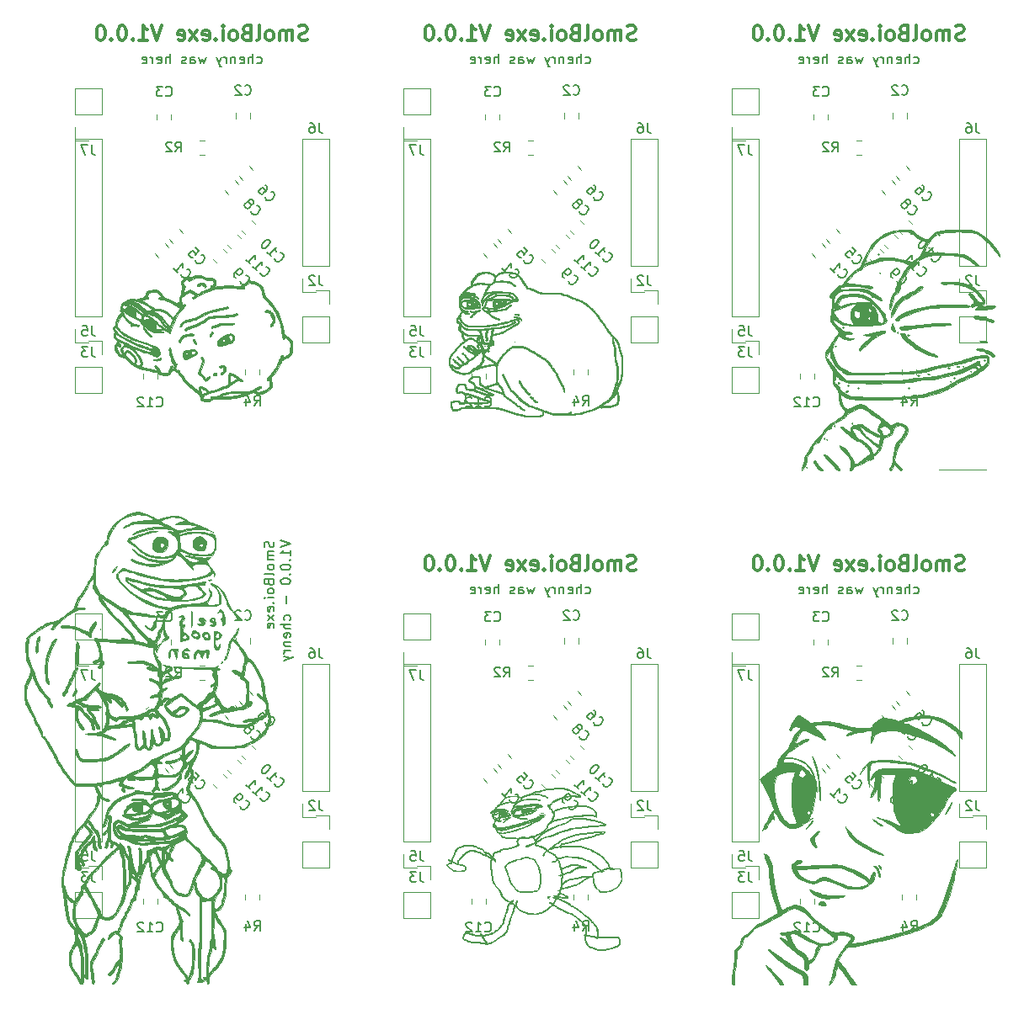
<source format=gbr>
G04 #@! TF.GenerationSoftware,KiCad,Pcbnew,(5.1.6)-1*
G04 #@! TF.CreationDate,2020-10-29T18:05:45+08:00*
G04 #@! TF.ProjectId,panelized,70616e65-6c69-47a6-9564-2e6b69636164,rev?*
G04 #@! TF.SameCoordinates,Original*
G04 #@! TF.FileFunction,Legend,Bot*
G04 #@! TF.FilePolarity,Positive*
%FSLAX46Y46*%
G04 Gerber Fmt 4.6, Leading zero omitted, Abs format (unit mm)*
G04 Created by KiCad (PCBNEW (5.1.6)-1) date 2020-10-29 18:05:45*
%MOMM*%
%LPD*%
G01*
G04 APERTURE LIST*
%ADD10C,0.150000*%
%ADD11C,0.300000*%
%ADD12C,0.010000*%
%ADD13C,0.120000*%
G04 APERTURE END LIST*
D10*
X165567619Y-119911761D02*
X165662857Y-119959380D01*
X165853333Y-119959380D01*
X165948571Y-119911761D01*
X165996190Y-119864142D01*
X166043809Y-119768904D01*
X166043809Y-119483190D01*
X165996190Y-119387952D01*
X165948571Y-119340333D01*
X165853333Y-119292714D01*
X165662857Y-119292714D01*
X165567619Y-119340333D01*
X165139047Y-119959380D02*
X165139047Y-118959380D01*
X164710476Y-119959380D02*
X164710476Y-119435571D01*
X164758095Y-119340333D01*
X164853333Y-119292714D01*
X164996190Y-119292714D01*
X165091428Y-119340333D01*
X165139047Y-119387952D01*
X163853333Y-119911761D02*
X163948571Y-119959380D01*
X164139047Y-119959380D01*
X164234285Y-119911761D01*
X164281904Y-119816523D01*
X164281904Y-119435571D01*
X164234285Y-119340333D01*
X164139047Y-119292714D01*
X163948571Y-119292714D01*
X163853333Y-119340333D01*
X163805714Y-119435571D01*
X163805714Y-119530809D01*
X164281904Y-119626047D01*
X163377142Y-119292714D02*
X163377142Y-119959380D01*
X163377142Y-119387952D02*
X163329523Y-119340333D01*
X163234285Y-119292714D01*
X163091428Y-119292714D01*
X162996190Y-119340333D01*
X162948571Y-119435571D01*
X162948571Y-119959380D01*
X162472380Y-119959380D02*
X162472380Y-119292714D01*
X162472380Y-119483190D02*
X162424761Y-119387952D01*
X162377142Y-119340333D01*
X162281904Y-119292714D01*
X162186666Y-119292714D01*
X161948571Y-119292714D02*
X161710476Y-119959380D01*
X161472380Y-119292714D02*
X161710476Y-119959380D01*
X161805714Y-120197476D01*
X161853333Y-120245095D01*
X161948571Y-120292714D01*
X160424761Y-119292714D02*
X160234285Y-119959380D01*
X160043809Y-119483190D01*
X159853333Y-119959380D01*
X159662857Y-119292714D01*
X158853333Y-119959380D02*
X158853333Y-119435571D01*
X158900952Y-119340333D01*
X158996190Y-119292714D01*
X159186666Y-119292714D01*
X159281904Y-119340333D01*
X158853333Y-119911761D02*
X158948571Y-119959380D01*
X159186666Y-119959380D01*
X159281904Y-119911761D01*
X159329523Y-119816523D01*
X159329523Y-119721285D01*
X159281904Y-119626047D01*
X159186666Y-119578428D01*
X158948571Y-119578428D01*
X158853333Y-119530809D01*
X158424761Y-119911761D02*
X158329523Y-119959380D01*
X158139047Y-119959380D01*
X158043809Y-119911761D01*
X157996190Y-119816523D01*
X157996190Y-119768904D01*
X158043809Y-119673666D01*
X158139047Y-119626047D01*
X158281904Y-119626047D01*
X158377142Y-119578428D01*
X158424761Y-119483190D01*
X158424761Y-119435571D01*
X158377142Y-119340333D01*
X158281904Y-119292714D01*
X158139047Y-119292714D01*
X158043809Y-119340333D01*
X156805714Y-119959380D02*
X156805714Y-118959380D01*
X156377142Y-119959380D02*
X156377142Y-119435571D01*
X156424761Y-119340333D01*
X156520000Y-119292714D01*
X156662857Y-119292714D01*
X156758095Y-119340333D01*
X156805714Y-119387952D01*
X155520000Y-119911761D02*
X155615238Y-119959380D01*
X155805714Y-119959380D01*
X155900952Y-119911761D01*
X155948571Y-119816523D01*
X155948571Y-119435571D01*
X155900952Y-119340333D01*
X155805714Y-119292714D01*
X155615238Y-119292714D01*
X155520000Y-119340333D01*
X155472380Y-119435571D01*
X155472380Y-119530809D01*
X155948571Y-119626047D01*
X155043809Y-119959380D02*
X155043809Y-119292714D01*
X155043809Y-119483190D02*
X154996190Y-119387952D01*
X154948571Y-119340333D01*
X154853333Y-119292714D01*
X154758095Y-119292714D01*
X154043809Y-119911761D02*
X154139047Y-119959380D01*
X154329523Y-119959380D01*
X154424761Y-119911761D01*
X154472380Y-119816523D01*
X154472380Y-119435571D01*
X154424761Y-119340333D01*
X154329523Y-119292714D01*
X154139047Y-119292714D01*
X154043809Y-119340333D01*
X153996190Y-119435571D01*
X153996190Y-119530809D01*
X154472380Y-119626047D01*
D11*
X170627142Y-117574142D02*
X170412857Y-117645571D01*
X170055714Y-117645571D01*
X169912857Y-117574142D01*
X169841428Y-117502714D01*
X169770000Y-117359857D01*
X169770000Y-117217000D01*
X169841428Y-117074142D01*
X169912857Y-117002714D01*
X170055714Y-116931285D01*
X170341428Y-116859857D01*
X170484285Y-116788428D01*
X170555714Y-116717000D01*
X170627142Y-116574142D01*
X170627142Y-116431285D01*
X170555714Y-116288428D01*
X170484285Y-116217000D01*
X170341428Y-116145571D01*
X169984285Y-116145571D01*
X169770000Y-116217000D01*
X169127142Y-117645571D02*
X169127142Y-116645571D01*
X169127142Y-116788428D02*
X169055714Y-116717000D01*
X168912857Y-116645571D01*
X168698571Y-116645571D01*
X168555714Y-116717000D01*
X168484285Y-116859857D01*
X168484285Y-117645571D01*
X168484285Y-116859857D02*
X168412857Y-116717000D01*
X168270000Y-116645571D01*
X168055714Y-116645571D01*
X167912857Y-116717000D01*
X167841428Y-116859857D01*
X167841428Y-117645571D01*
X166912857Y-117645571D02*
X167055714Y-117574142D01*
X167127142Y-117502714D01*
X167198571Y-117359857D01*
X167198571Y-116931285D01*
X167127142Y-116788428D01*
X167055714Y-116717000D01*
X166912857Y-116645571D01*
X166698571Y-116645571D01*
X166555714Y-116717000D01*
X166484285Y-116788428D01*
X166412857Y-116931285D01*
X166412857Y-117359857D01*
X166484285Y-117502714D01*
X166555714Y-117574142D01*
X166698571Y-117645571D01*
X166912857Y-117645571D01*
X165555714Y-117645571D02*
X165698571Y-117574142D01*
X165770000Y-117431285D01*
X165770000Y-116145571D01*
X164484285Y-116859857D02*
X164270000Y-116931285D01*
X164198571Y-117002714D01*
X164127142Y-117145571D01*
X164127142Y-117359857D01*
X164198571Y-117502714D01*
X164270000Y-117574142D01*
X164412857Y-117645571D01*
X164984285Y-117645571D01*
X164984285Y-116145571D01*
X164484285Y-116145571D01*
X164341428Y-116217000D01*
X164270000Y-116288428D01*
X164198571Y-116431285D01*
X164198571Y-116574142D01*
X164270000Y-116717000D01*
X164341428Y-116788428D01*
X164484285Y-116859857D01*
X164984285Y-116859857D01*
X163270000Y-117645571D02*
X163412857Y-117574142D01*
X163484285Y-117502714D01*
X163555714Y-117359857D01*
X163555714Y-116931285D01*
X163484285Y-116788428D01*
X163412857Y-116717000D01*
X163270000Y-116645571D01*
X163055714Y-116645571D01*
X162912857Y-116717000D01*
X162841428Y-116788428D01*
X162770000Y-116931285D01*
X162770000Y-117359857D01*
X162841428Y-117502714D01*
X162912857Y-117574142D01*
X163055714Y-117645571D01*
X163270000Y-117645571D01*
X162127142Y-117645571D02*
X162127142Y-116645571D01*
X162127142Y-116145571D02*
X162198571Y-116217000D01*
X162127142Y-116288428D01*
X162055714Y-116217000D01*
X162127142Y-116145571D01*
X162127142Y-116288428D01*
X161412857Y-117502714D02*
X161341428Y-117574142D01*
X161412857Y-117645571D01*
X161484285Y-117574142D01*
X161412857Y-117502714D01*
X161412857Y-117645571D01*
X160127142Y-117574142D02*
X160270000Y-117645571D01*
X160555714Y-117645571D01*
X160698571Y-117574142D01*
X160770000Y-117431285D01*
X160770000Y-116859857D01*
X160698571Y-116717000D01*
X160555714Y-116645571D01*
X160270000Y-116645571D01*
X160127142Y-116717000D01*
X160055714Y-116859857D01*
X160055714Y-117002714D01*
X160770000Y-117145571D01*
X159555714Y-117645571D02*
X158770000Y-116645571D01*
X159555714Y-116645571D02*
X158770000Y-117645571D01*
X157627142Y-117574142D02*
X157770000Y-117645571D01*
X158055714Y-117645571D01*
X158198571Y-117574142D01*
X158270000Y-117431285D01*
X158270000Y-116859857D01*
X158198571Y-116717000D01*
X158055714Y-116645571D01*
X157770000Y-116645571D01*
X157627142Y-116717000D01*
X157555714Y-116859857D01*
X157555714Y-117002714D01*
X158270000Y-117145571D01*
X155984285Y-116145571D02*
X155484285Y-117645571D01*
X154984285Y-116145571D01*
X153698571Y-117645571D02*
X154555714Y-117645571D01*
X154127142Y-117645571D02*
X154127142Y-116145571D01*
X154270000Y-116359857D01*
X154412857Y-116502714D01*
X154555714Y-116574142D01*
X153055714Y-117502714D02*
X152984285Y-117574142D01*
X153055714Y-117645571D01*
X153127142Y-117574142D01*
X153055714Y-117502714D01*
X153055714Y-117645571D01*
X152055714Y-116145571D02*
X151912857Y-116145571D01*
X151770000Y-116217000D01*
X151698571Y-116288428D01*
X151627142Y-116431285D01*
X151555714Y-116717000D01*
X151555714Y-117074142D01*
X151627142Y-117359857D01*
X151698571Y-117502714D01*
X151770000Y-117574142D01*
X151912857Y-117645571D01*
X152055714Y-117645571D01*
X152198571Y-117574142D01*
X152270000Y-117502714D01*
X152341428Y-117359857D01*
X152412857Y-117074142D01*
X152412857Y-116717000D01*
X152341428Y-116431285D01*
X152270000Y-116288428D01*
X152198571Y-116217000D01*
X152055714Y-116145571D01*
X150912857Y-117502714D02*
X150841428Y-117574142D01*
X150912857Y-117645571D01*
X150984285Y-117574142D01*
X150912857Y-117502714D01*
X150912857Y-117645571D01*
X149912857Y-116145571D02*
X149770000Y-116145571D01*
X149627142Y-116217000D01*
X149555714Y-116288428D01*
X149484285Y-116431285D01*
X149412857Y-116717000D01*
X149412857Y-117074142D01*
X149484285Y-117359857D01*
X149555714Y-117502714D01*
X149627142Y-117574142D01*
X149770000Y-117645571D01*
X149912857Y-117645571D01*
X150055714Y-117574142D01*
X150127142Y-117502714D01*
X150198571Y-117359857D01*
X150270000Y-117074142D01*
X150270000Y-116717000D01*
X150198571Y-116431285D01*
X150127142Y-116288428D01*
X150055714Y-116217000D01*
X149912857Y-116145571D01*
D10*
X132547619Y-119911761D02*
X132642857Y-119959380D01*
X132833333Y-119959380D01*
X132928571Y-119911761D01*
X132976190Y-119864142D01*
X133023809Y-119768904D01*
X133023809Y-119483190D01*
X132976190Y-119387952D01*
X132928571Y-119340333D01*
X132833333Y-119292714D01*
X132642857Y-119292714D01*
X132547619Y-119340333D01*
X132119047Y-119959380D02*
X132119047Y-118959380D01*
X131690476Y-119959380D02*
X131690476Y-119435571D01*
X131738095Y-119340333D01*
X131833333Y-119292714D01*
X131976190Y-119292714D01*
X132071428Y-119340333D01*
X132119047Y-119387952D01*
X130833333Y-119911761D02*
X130928571Y-119959380D01*
X131119047Y-119959380D01*
X131214285Y-119911761D01*
X131261904Y-119816523D01*
X131261904Y-119435571D01*
X131214285Y-119340333D01*
X131119047Y-119292714D01*
X130928571Y-119292714D01*
X130833333Y-119340333D01*
X130785714Y-119435571D01*
X130785714Y-119530809D01*
X131261904Y-119626047D01*
X130357142Y-119292714D02*
X130357142Y-119959380D01*
X130357142Y-119387952D02*
X130309523Y-119340333D01*
X130214285Y-119292714D01*
X130071428Y-119292714D01*
X129976190Y-119340333D01*
X129928571Y-119435571D01*
X129928571Y-119959380D01*
X129452380Y-119959380D02*
X129452380Y-119292714D01*
X129452380Y-119483190D02*
X129404761Y-119387952D01*
X129357142Y-119340333D01*
X129261904Y-119292714D01*
X129166666Y-119292714D01*
X128928571Y-119292714D02*
X128690476Y-119959380D01*
X128452380Y-119292714D02*
X128690476Y-119959380D01*
X128785714Y-120197476D01*
X128833333Y-120245095D01*
X128928571Y-120292714D01*
X127404761Y-119292714D02*
X127214285Y-119959380D01*
X127023809Y-119483190D01*
X126833333Y-119959380D01*
X126642857Y-119292714D01*
X125833333Y-119959380D02*
X125833333Y-119435571D01*
X125880952Y-119340333D01*
X125976190Y-119292714D01*
X126166666Y-119292714D01*
X126261904Y-119340333D01*
X125833333Y-119911761D02*
X125928571Y-119959380D01*
X126166666Y-119959380D01*
X126261904Y-119911761D01*
X126309523Y-119816523D01*
X126309523Y-119721285D01*
X126261904Y-119626047D01*
X126166666Y-119578428D01*
X125928571Y-119578428D01*
X125833333Y-119530809D01*
X125404761Y-119911761D02*
X125309523Y-119959380D01*
X125119047Y-119959380D01*
X125023809Y-119911761D01*
X124976190Y-119816523D01*
X124976190Y-119768904D01*
X125023809Y-119673666D01*
X125119047Y-119626047D01*
X125261904Y-119626047D01*
X125357142Y-119578428D01*
X125404761Y-119483190D01*
X125404761Y-119435571D01*
X125357142Y-119340333D01*
X125261904Y-119292714D01*
X125119047Y-119292714D01*
X125023809Y-119340333D01*
X123785714Y-119959380D02*
X123785714Y-118959380D01*
X123357142Y-119959380D02*
X123357142Y-119435571D01*
X123404761Y-119340333D01*
X123500000Y-119292714D01*
X123642857Y-119292714D01*
X123738095Y-119340333D01*
X123785714Y-119387952D01*
X122500000Y-119911761D02*
X122595238Y-119959380D01*
X122785714Y-119959380D01*
X122880952Y-119911761D01*
X122928571Y-119816523D01*
X122928571Y-119435571D01*
X122880952Y-119340333D01*
X122785714Y-119292714D01*
X122595238Y-119292714D01*
X122500000Y-119340333D01*
X122452380Y-119435571D01*
X122452380Y-119530809D01*
X122928571Y-119626047D01*
X122023809Y-119959380D02*
X122023809Y-119292714D01*
X122023809Y-119483190D02*
X121976190Y-119387952D01*
X121928571Y-119340333D01*
X121833333Y-119292714D01*
X121738095Y-119292714D01*
X121023809Y-119911761D02*
X121119047Y-119959380D01*
X121309523Y-119959380D01*
X121404761Y-119911761D01*
X121452380Y-119816523D01*
X121452380Y-119435571D01*
X121404761Y-119340333D01*
X121309523Y-119292714D01*
X121119047Y-119292714D01*
X121023809Y-119340333D01*
X120976190Y-119435571D01*
X120976190Y-119530809D01*
X121452380Y-119626047D01*
D11*
X137607142Y-117574142D02*
X137392857Y-117645571D01*
X137035714Y-117645571D01*
X136892857Y-117574142D01*
X136821428Y-117502714D01*
X136750000Y-117359857D01*
X136750000Y-117217000D01*
X136821428Y-117074142D01*
X136892857Y-117002714D01*
X137035714Y-116931285D01*
X137321428Y-116859857D01*
X137464285Y-116788428D01*
X137535714Y-116717000D01*
X137607142Y-116574142D01*
X137607142Y-116431285D01*
X137535714Y-116288428D01*
X137464285Y-116217000D01*
X137321428Y-116145571D01*
X136964285Y-116145571D01*
X136750000Y-116217000D01*
X136107142Y-117645571D02*
X136107142Y-116645571D01*
X136107142Y-116788428D02*
X136035714Y-116717000D01*
X135892857Y-116645571D01*
X135678571Y-116645571D01*
X135535714Y-116717000D01*
X135464285Y-116859857D01*
X135464285Y-117645571D01*
X135464285Y-116859857D02*
X135392857Y-116717000D01*
X135250000Y-116645571D01*
X135035714Y-116645571D01*
X134892857Y-116717000D01*
X134821428Y-116859857D01*
X134821428Y-117645571D01*
X133892857Y-117645571D02*
X134035714Y-117574142D01*
X134107142Y-117502714D01*
X134178571Y-117359857D01*
X134178571Y-116931285D01*
X134107142Y-116788428D01*
X134035714Y-116717000D01*
X133892857Y-116645571D01*
X133678571Y-116645571D01*
X133535714Y-116717000D01*
X133464285Y-116788428D01*
X133392857Y-116931285D01*
X133392857Y-117359857D01*
X133464285Y-117502714D01*
X133535714Y-117574142D01*
X133678571Y-117645571D01*
X133892857Y-117645571D01*
X132535714Y-117645571D02*
X132678571Y-117574142D01*
X132750000Y-117431285D01*
X132750000Y-116145571D01*
X131464285Y-116859857D02*
X131250000Y-116931285D01*
X131178571Y-117002714D01*
X131107142Y-117145571D01*
X131107142Y-117359857D01*
X131178571Y-117502714D01*
X131250000Y-117574142D01*
X131392857Y-117645571D01*
X131964285Y-117645571D01*
X131964285Y-116145571D01*
X131464285Y-116145571D01*
X131321428Y-116217000D01*
X131250000Y-116288428D01*
X131178571Y-116431285D01*
X131178571Y-116574142D01*
X131250000Y-116717000D01*
X131321428Y-116788428D01*
X131464285Y-116859857D01*
X131964285Y-116859857D01*
X130250000Y-117645571D02*
X130392857Y-117574142D01*
X130464285Y-117502714D01*
X130535714Y-117359857D01*
X130535714Y-116931285D01*
X130464285Y-116788428D01*
X130392857Y-116717000D01*
X130250000Y-116645571D01*
X130035714Y-116645571D01*
X129892857Y-116717000D01*
X129821428Y-116788428D01*
X129750000Y-116931285D01*
X129750000Y-117359857D01*
X129821428Y-117502714D01*
X129892857Y-117574142D01*
X130035714Y-117645571D01*
X130250000Y-117645571D01*
X129107142Y-117645571D02*
X129107142Y-116645571D01*
X129107142Y-116145571D02*
X129178571Y-116217000D01*
X129107142Y-116288428D01*
X129035714Y-116217000D01*
X129107142Y-116145571D01*
X129107142Y-116288428D01*
X128392857Y-117502714D02*
X128321428Y-117574142D01*
X128392857Y-117645571D01*
X128464285Y-117574142D01*
X128392857Y-117502714D01*
X128392857Y-117645571D01*
X127107142Y-117574142D02*
X127250000Y-117645571D01*
X127535714Y-117645571D01*
X127678571Y-117574142D01*
X127750000Y-117431285D01*
X127750000Y-116859857D01*
X127678571Y-116717000D01*
X127535714Y-116645571D01*
X127250000Y-116645571D01*
X127107142Y-116717000D01*
X127035714Y-116859857D01*
X127035714Y-117002714D01*
X127750000Y-117145571D01*
X126535714Y-117645571D02*
X125750000Y-116645571D01*
X126535714Y-116645571D02*
X125750000Y-117645571D01*
X124607142Y-117574142D02*
X124750000Y-117645571D01*
X125035714Y-117645571D01*
X125178571Y-117574142D01*
X125250000Y-117431285D01*
X125250000Y-116859857D01*
X125178571Y-116717000D01*
X125035714Y-116645571D01*
X124750000Y-116645571D01*
X124607142Y-116717000D01*
X124535714Y-116859857D01*
X124535714Y-117002714D01*
X125250000Y-117145571D01*
X122964285Y-116145571D02*
X122464285Y-117645571D01*
X121964285Y-116145571D01*
X120678571Y-117645571D02*
X121535714Y-117645571D01*
X121107142Y-117645571D02*
X121107142Y-116145571D01*
X121250000Y-116359857D01*
X121392857Y-116502714D01*
X121535714Y-116574142D01*
X120035714Y-117502714D02*
X119964285Y-117574142D01*
X120035714Y-117645571D01*
X120107142Y-117574142D01*
X120035714Y-117502714D01*
X120035714Y-117645571D01*
X119035714Y-116145571D02*
X118892857Y-116145571D01*
X118750000Y-116217000D01*
X118678571Y-116288428D01*
X118607142Y-116431285D01*
X118535714Y-116717000D01*
X118535714Y-117074142D01*
X118607142Y-117359857D01*
X118678571Y-117502714D01*
X118750000Y-117574142D01*
X118892857Y-117645571D01*
X119035714Y-117645571D01*
X119178571Y-117574142D01*
X119250000Y-117502714D01*
X119321428Y-117359857D01*
X119392857Y-117074142D01*
X119392857Y-116717000D01*
X119321428Y-116431285D01*
X119250000Y-116288428D01*
X119178571Y-116217000D01*
X119035714Y-116145571D01*
X117892857Y-117502714D02*
X117821428Y-117574142D01*
X117892857Y-117645571D01*
X117964285Y-117574142D01*
X117892857Y-117502714D01*
X117892857Y-117645571D01*
X116892857Y-116145571D02*
X116750000Y-116145571D01*
X116607142Y-116217000D01*
X116535714Y-116288428D01*
X116464285Y-116431285D01*
X116392857Y-116717000D01*
X116392857Y-117074142D01*
X116464285Y-117359857D01*
X116535714Y-117502714D01*
X116607142Y-117574142D01*
X116750000Y-117645571D01*
X116892857Y-117645571D01*
X117035714Y-117574142D01*
X117107142Y-117502714D01*
X117178571Y-117359857D01*
X117250000Y-117074142D01*
X117250000Y-116717000D01*
X117178571Y-116431285D01*
X117107142Y-116288428D01*
X117035714Y-116217000D01*
X116892857Y-116145571D01*
D10*
X101179761Y-114714976D02*
X101227380Y-114857833D01*
X101227380Y-115095928D01*
X101179761Y-115191166D01*
X101132142Y-115238785D01*
X101036904Y-115286404D01*
X100941666Y-115286404D01*
X100846428Y-115238785D01*
X100798809Y-115191166D01*
X100751190Y-115095928D01*
X100703571Y-114905452D01*
X100655952Y-114810214D01*
X100608333Y-114762595D01*
X100513095Y-114714976D01*
X100417857Y-114714976D01*
X100322619Y-114762595D01*
X100275000Y-114810214D01*
X100227380Y-114905452D01*
X100227380Y-115143547D01*
X100275000Y-115286404D01*
X101227380Y-115714976D02*
X100560714Y-115714976D01*
X100655952Y-115714976D02*
X100608333Y-115762595D01*
X100560714Y-115857833D01*
X100560714Y-116000690D01*
X100608333Y-116095928D01*
X100703571Y-116143547D01*
X101227380Y-116143547D01*
X100703571Y-116143547D02*
X100608333Y-116191166D01*
X100560714Y-116286404D01*
X100560714Y-116429261D01*
X100608333Y-116524500D01*
X100703571Y-116572119D01*
X101227380Y-116572119D01*
X101227380Y-117191166D02*
X101179761Y-117095928D01*
X101132142Y-117048309D01*
X101036904Y-117000690D01*
X100751190Y-117000690D01*
X100655952Y-117048309D01*
X100608333Y-117095928D01*
X100560714Y-117191166D01*
X100560714Y-117334023D01*
X100608333Y-117429261D01*
X100655952Y-117476880D01*
X100751190Y-117524500D01*
X101036904Y-117524500D01*
X101132142Y-117476880D01*
X101179761Y-117429261D01*
X101227380Y-117334023D01*
X101227380Y-117191166D01*
X101227380Y-118095928D02*
X101179761Y-118000690D01*
X101084523Y-117953071D01*
X100227380Y-117953071D01*
X100703571Y-118810214D02*
X100751190Y-118953071D01*
X100798809Y-119000690D01*
X100894047Y-119048309D01*
X101036904Y-119048309D01*
X101132142Y-119000690D01*
X101179761Y-118953071D01*
X101227380Y-118857833D01*
X101227380Y-118476880D01*
X100227380Y-118476880D01*
X100227380Y-118810214D01*
X100275000Y-118905452D01*
X100322619Y-118953071D01*
X100417857Y-119000690D01*
X100513095Y-119000690D01*
X100608333Y-118953071D01*
X100655952Y-118905452D01*
X100703571Y-118810214D01*
X100703571Y-118476880D01*
X101227380Y-119619738D02*
X101179761Y-119524500D01*
X101132142Y-119476880D01*
X101036904Y-119429261D01*
X100751190Y-119429261D01*
X100655952Y-119476880D01*
X100608333Y-119524500D01*
X100560714Y-119619738D01*
X100560714Y-119762595D01*
X100608333Y-119857833D01*
X100655952Y-119905452D01*
X100751190Y-119953071D01*
X101036904Y-119953071D01*
X101132142Y-119905452D01*
X101179761Y-119857833D01*
X101227380Y-119762595D01*
X101227380Y-119619738D01*
X101227380Y-120381642D02*
X100560714Y-120381642D01*
X100227380Y-120381642D02*
X100275000Y-120334023D01*
X100322619Y-120381642D01*
X100275000Y-120429261D01*
X100227380Y-120381642D01*
X100322619Y-120381642D01*
X101132142Y-120857833D02*
X101179761Y-120905452D01*
X101227380Y-120857833D01*
X101179761Y-120810214D01*
X101132142Y-120857833D01*
X101227380Y-120857833D01*
X101179761Y-121714976D02*
X101227380Y-121619738D01*
X101227380Y-121429261D01*
X101179761Y-121334023D01*
X101084523Y-121286404D01*
X100703571Y-121286404D01*
X100608333Y-121334023D01*
X100560714Y-121429261D01*
X100560714Y-121619738D01*
X100608333Y-121714976D01*
X100703571Y-121762595D01*
X100798809Y-121762595D01*
X100894047Y-121286404D01*
X101227380Y-122095928D02*
X100560714Y-122619738D01*
X100560714Y-122095928D02*
X101227380Y-122619738D01*
X101179761Y-123381642D02*
X101227380Y-123286404D01*
X101227380Y-123095928D01*
X101179761Y-123000690D01*
X101084523Y-122953071D01*
X100703571Y-122953071D01*
X100608333Y-123000690D01*
X100560714Y-123095928D01*
X100560714Y-123286404D01*
X100608333Y-123381642D01*
X100703571Y-123429261D01*
X100798809Y-123429261D01*
X100894047Y-122953071D01*
X101877380Y-114619738D02*
X102877380Y-114953071D01*
X101877380Y-115286404D01*
X102877380Y-116143547D02*
X102877380Y-115572119D01*
X102877380Y-115857833D02*
X101877380Y-115857833D01*
X102020238Y-115762595D01*
X102115476Y-115667357D01*
X102163095Y-115572119D01*
X102782142Y-116572119D02*
X102829761Y-116619738D01*
X102877380Y-116572119D01*
X102829761Y-116524500D01*
X102782142Y-116572119D01*
X102877380Y-116572119D01*
X101877380Y-117238785D02*
X101877380Y-117334023D01*
X101925000Y-117429261D01*
X101972619Y-117476880D01*
X102067857Y-117524500D01*
X102258333Y-117572119D01*
X102496428Y-117572119D01*
X102686904Y-117524500D01*
X102782142Y-117476880D01*
X102829761Y-117429261D01*
X102877380Y-117334023D01*
X102877380Y-117238785D01*
X102829761Y-117143547D01*
X102782142Y-117095928D01*
X102686904Y-117048309D01*
X102496428Y-117000690D01*
X102258333Y-117000690D01*
X102067857Y-117048309D01*
X101972619Y-117095928D01*
X101925000Y-117143547D01*
X101877380Y-117238785D01*
X102782142Y-118000690D02*
X102829761Y-118048309D01*
X102877380Y-118000690D01*
X102829761Y-117953071D01*
X102782142Y-118000690D01*
X102877380Y-118000690D01*
X101877380Y-118667357D02*
X101877380Y-118762595D01*
X101925000Y-118857833D01*
X101972619Y-118905452D01*
X102067857Y-118953071D01*
X102258333Y-119000690D01*
X102496428Y-119000690D01*
X102686904Y-118953071D01*
X102782142Y-118905452D01*
X102829761Y-118857833D01*
X102877380Y-118762595D01*
X102877380Y-118667357D01*
X102829761Y-118572119D01*
X102782142Y-118524500D01*
X102686904Y-118476880D01*
X102496428Y-118429261D01*
X102258333Y-118429261D01*
X102067857Y-118476880D01*
X101972619Y-118524500D01*
X101925000Y-118572119D01*
X101877380Y-118667357D01*
X102496428Y-120191166D02*
X102496428Y-120953071D01*
X102829761Y-122619738D02*
X102877380Y-122524500D01*
X102877380Y-122334023D01*
X102829761Y-122238785D01*
X102782142Y-122191166D01*
X102686904Y-122143547D01*
X102401190Y-122143547D01*
X102305952Y-122191166D01*
X102258333Y-122238785D01*
X102210714Y-122334023D01*
X102210714Y-122524500D01*
X102258333Y-122619738D01*
X102877380Y-123048309D02*
X101877380Y-123048309D01*
X102877380Y-123476880D02*
X102353571Y-123476880D01*
X102258333Y-123429261D01*
X102210714Y-123334023D01*
X102210714Y-123191166D01*
X102258333Y-123095928D01*
X102305952Y-123048309D01*
X102829761Y-124334023D02*
X102877380Y-124238785D01*
X102877380Y-124048309D01*
X102829761Y-123953071D01*
X102734523Y-123905452D01*
X102353571Y-123905452D01*
X102258333Y-123953071D01*
X102210714Y-124048309D01*
X102210714Y-124238785D01*
X102258333Y-124334023D01*
X102353571Y-124381642D01*
X102448809Y-124381642D01*
X102544047Y-123905452D01*
X102210714Y-124810214D02*
X102877380Y-124810214D01*
X102305952Y-124810214D02*
X102258333Y-124857833D01*
X102210714Y-124953071D01*
X102210714Y-125095928D01*
X102258333Y-125191166D01*
X102353571Y-125238785D01*
X102877380Y-125238785D01*
X102877380Y-125714976D02*
X102210714Y-125714976D01*
X102401190Y-125714976D02*
X102305952Y-125762595D01*
X102258333Y-125810214D01*
X102210714Y-125905452D01*
X102210714Y-126000690D01*
X102210714Y-126238785D02*
X102877380Y-126476880D01*
X102210714Y-126714976D02*
X102877380Y-126476880D01*
X103115476Y-126381642D01*
X103163095Y-126334023D01*
X103210714Y-126238785D01*
X165567619Y-66571761D02*
X165662857Y-66619380D01*
X165853333Y-66619380D01*
X165948571Y-66571761D01*
X165996190Y-66524142D01*
X166043809Y-66428904D01*
X166043809Y-66143190D01*
X165996190Y-66047952D01*
X165948571Y-66000333D01*
X165853333Y-65952714D01*
X165662857Y-65952714D01*
X165567619Y-66000333D01*
X165139047Y-66619380D02*
X165139047Y-65619380D01*
X164710476Y-66619380D02*
X164710476Y-66095571D01*
X164758095Y-66000333D01*
X164853333Y-65952714D01*
X164996190Y-65952714D01*
X165091428Y-66000333D01*
X165139047Y-66047952D01*
X163853333Y-66571761D02*
X163948571Y-66619380D01*
X164139047Y-66619380D01*
X164234285Y-66571761D01*
X164281904Y-66476523D01*
X164281904Y-66095571D01*
X164234285Y-66000333D01*
X164139047Y-65952714D01*
X163948571Y-65952714D01*
X163853333Y-66000333D01*
X163805714Y-66095571D01*
X163805714Y-66190809D01*
X164281904Y-66286047D01*
X163377142Y-65952714D02*
X163377142Y-66619380D01*
X163377142Y-66047952D02*
X163329523Y-66000333D01*
X163234285Y-65952714D01*
X163091428Y-65952714D01*
X162996190Y-66000333D01*
X162948571Y-66095571D01*
X162948571Y-66619380D01*
X162472380Y-66619380D02*
X162472380Y-65952714D01*
X162472380Y-66143190D02*
X162424761Y-66047952D01*
X162377142Y-66000333D01*
X162281904Y-65952714D01*
X162186666Y-65952714D01*
X161948571Y-65952714D02*
X161710476Y-66619380D01*
X161472380Y-65952714D02*
X161710476Y-66619380D01*
X161805714Y-66857476D01*
X161853333Y-66905095D01*
X161948571Y-66952714D01*
X160424761Y-65952714D02*
X160234285Y-66619380D01*
X160043809Y-66143190D01*
X159853333Y-66619380D01*
X159662857Y-65952714D01*
X158853333Y-66619380D02*
X158853333Y-66095571D01*
X158900952Y-66000333D01*
X158996190Y-65952714D01*
X159186666Y-65952714D01*
X159281904Y-66000333D01*
X158853333Y-66571761D02*
X158948571Y-66619380D01*
X159186666Y-66619380D01*
X159281904Y-66571761D01*
X159329523Y-66476523D01*
X159329523Y-66381285D01*
X159281904Y-66286047D01*
X159186666Y-66238428D01*
X158948571Y-66238428D01*
X158853333Y-66190809D01*
X158424761Y-66571761D02*
X158329523Y-66619380D01*
X158139047Y-66619380D01*
X158043809Y-66571761D01*
X157996190Y-66476523D01*
X157996190Y-66428904D01*
X158043809Y-66333666D01*
X158139047Y-66286047D01*
X158281904Y-66286047D01*
X158377142Y-66238428D01*
X158424761Y-66143190D01*
X158424761Y-66095571D01*
X158377142Y-66000333D01*
X158281904Y-65952714D01*
X158139047Y-65952714D01*
X158043809Y-66000333D01*
X156805714Y-66619380D02*
X156805714Y-65619380D01*
X156377142Y-66619380D02*
X156377142Y-66095571D01*
X156424761Y-66000333D01*
X156520000Y-65952714D01*
X156662857Y-65952714D01*
X156758095Y-66000333D01*
X156805714Y-66047952D01*
X155520000Y-66571761D02*
X155615238Y-66619380D01*
X155805714Y-66619380D01*
X155900952Y-66571761D01*
X155948571Y-66476523D01*
X155948571Y-66095571D01*
X155900952Y-66000333D01*
X155805714Y-65952714D01*
X155615238Y-65952714D01*
X155520000Y-66000333D01*
X155472380Y-66095571D01*
X155472380Y-66190809D01*
X155948571Y-66286047D01*
X155043809Y-66619380D02*
X155043809Y-65952714D01*
X155043809Y-66143190D02*
X154996190Y-66047952D01*
X154948571Y-66000333D01*
X154853333Y-65952714D01*
X154758095Y-65952714D01*
X154043809Y-66571761D02*
X154139047Y-66619380D01*
X154329523Y-66619380D01*
X154424761Y-66571761D01*
X154472380Y-66476523D01*
X154472380Y-66095571D01*
X154424761Y-66000333D01*
X154329523Y-65952714D01*
X154139047Y-65952714D01*
X154043809Y-66000333D01*
X153996190Y-66095571D01*
X153996190Y-66190809D01*
X154472380Y-66286047D01*
D11*
X170627142Y-64234142D02*
X170412857Y-64305571D01*
X170055714Y-64305571D01*
X169912857Y-64234142D01*
X169841428Y-64162714D01*
X169770000Y-64019857D01*
X169770000Y-63877000D01*
X169841428Y-63734142D01*
X169912857Y-63662714D01*
X170055714Y-63591285D01*
X170341428Y-63519857D01*
X170484285Y-63448428D01*
X170555714Y-63377000D01*
X170627142Y-63234142D01*
X170627142Y-63091285D01*
X170555714Y-62948428D01*
X170484285Y-62877000D01*
X170341428Y-62805571D01*
X169984285Y-62805571D01*
X169770000Y-62877000D01*
X169127142Y-64305571D02*
X169127142Y-63305571D01*
X169127142Y-63448428D02*
X169055714Y-63377000D01*
X168912857Y-63305571D01*
X168698571Y-63305571D01*
X168555714Y-63377000D01*
X168484285Y-63519857D01*
X168484285Y-64305571D01*
X168484285Y-63519857D02*
X168412857Y-63377000D01*
X168270000Y-63305571D01*
X168055714Y-63305571D01*
X167912857Y-63377000D01*
X167841428Y-63519857D01*
X167841428Y-64305571D01*
X166912857Y-64305571D02*
X167055714Y-64234142D01*
X167127142Y-64162714D01*
X167198571Y-64019857D01*
X167198571Y-63591285D01*
X167127142Y-63448428D01*
X167055714Y-63377000D01*
X166912857Y-63305571D01*
X166698571Y-63305571D01*
X166555714Y-63377000D01*
X166484285Y-63448428D01*
X166412857Y-63591285D01*
X166412857Y-64019857D01*
X166484285Y-64162714D01*
X166555714Y-64234142D01*
X166698571Y-64305571D01*
X166912857Y-64305571D01*
X165555714Y-64305571D02*
X165698571Y-64234142D01*
X165770000Y-64091285D01*
X165770000Y-62805571D01*
X164484285Y-63519857D02*
X164270000Y-63591285D01*
X164198571Y-63662714D01*
X164127142Y-63805571D01*
X164127142Y-64019857D01*
X164198571Y-64162714D01*
X164270000Y-64234142D01*
X164412857Y-64305571D01*
X164984285Y-64305571D01*
X164984285Y-62805571D01*
X164484285Y-62805571D01*
X164341428Y-62877000D01*
X164270000Y-62948428D01*
X164198571Y-63091285D01*
X164198571Y-63234142D01*
X164270000Y-63377000D01*
X164341428Y-63448428D01*
X164484285Y-63519857D01*
X164984285Y-63519857D01*
X163270000Y-64305571D02*
X163412857Y-64234142D01*
X163484285Y-64162714D01*
X163555714Y-64019857D01*
X163555714Y-63591285D01*
X163484285Y-63448428D01*
X163412857Y-63377000D01*
X163270000Y-63305571D01*
X163055714Y-63305571D01*
X162912857Y-63377000D01*
X162841428Y-63448428D01*
X162770000Y-63591285D01*
X162770000Y-64019857D01*
X162841428Y-64162714D01*
X162912857Y-64234142D01*
X163055714Y-64305571D01*
X163270000Y-64305571D01*
X162127142Y-64305571D02*
X162127142Y-63305571D01*
X162127142Y-62805571D02*
X162198571Y-62877000D01*
X162127142Y-62948428D01*
X162055714Y-62877000D01*
X162127142Y-62805571D01*
X162127142Y-62948428D01*
X161412857Y-64162714D02*
X161341428Y-64234142D01*
X161412857Y-64305571D01*
X161484285Y-64234142D01*
X161412857Y-64162714D01*
X161412857Y-64305571D01*
X160127142Y-64234142D02*
X160270000Y-64305571D01*
X160555714Y-64305571D01*
X160698571Y-64234142D01*
X160770000Y-64091285D01*
X160770000Y-63519857D01*
X160698571Y-63377000D01*
X160555714Y-63305571D01*
X160270000Y-63305571D01*
X160127142Y-63377000D01*
X160055714Y-63519857D01*
X160055714Y-63662714D01*
X160770000Y-63805571D01*
X159555714Y-64305571D02*
X158770000Y-63305571D01*
X159555714Y-63305571D02*
X158770000Y-64305571D01*
X157627142Y-64234142D02*
X157770000Y-64305571D01*
X158055714Y-64305571D01*
X158198571Y-64234142D01*
X158270000Y-64091285D01*
X158270000Y-63519857D01*
X158198571Y-63377000D01*
X158055714Y-63305571D01*
X157770000Y-63305571D01*
X157627142Y-63377000D01*
X157555714Y-63519857D01*
X157555714Y-63662714D01*
X158270000Y-63805571D01*
X155984285Y-62805571D02*
X155484285Y-64305571D01*
X154984285Y-62805571D01*
X153698571Y-64305571D02*
X154555714Y-64305571D01*
X154127142Y-64305571D02*
X154127142Y-62805571D01*
X154270000Y-63019857D01*
X154412857Y-63162714D01*
X154555714Y-63234142D01*
X153055714Y-64162714D02*
X152984285Y-64234142D01*
X153055714Y-64305571D01*
X153127142Y-64234142D01*
X153055714Y-64162714D01*
X153055714Y-64305571D01*
X152055714Y-62805571D02*
X151912857Y-62805571D01*
X151770000Y-62877000D01*
X151698571Y-62948428D01*
X151627142Y-63091285D01*
X151555714Y-63377000D01*
X151555714Y-63734142D01*
X151627142Y-64019857D01*
X151698571Y-64162714D01*
X151770000Y-64234142D01*
X151912857Y-64305571D01*
X152055714Y-64305571D01*
X152198571Y-64234142D01*
X152270000Y-64162714D01*
X152341428Y-64019857D01*
X152412857Y-63734142D01*
X152412857Y-63377000D01*
X152341428Y-63091285D01*
X152270000Y-62948428D01*
X152198571Y-62877000D01*
X152055714Y-62805571D01*
X150912857Y-64162714D02*
X150841428Y-64234142D01*
X150912857Y-64305571D01*
X150984285Y-64234142D01*
X150912857Y-64162714D01*
X150912857Y-64305571D01*
X149912857Y-62805571D02*
X149770000Y-62805571D01*
X149627142Y-62877000D01*
X149555714Y-62948428D01*
X149484285Y-63091285D01*
X149412857Y-63377000D01*
X149412857Y-63734142D01*
X149484285Y-64019857D01*
X149555714Y-64162714D01*
X149627142Y-64234142D01*
X149770000Y-64305571D01*
X149912857Y-64305571D01*
X150055714Y-64234142D01*
X150127142Y-64162714D01*
X150198571Y-64019857D01*
X150270000Y-63734142D01*
X150270000Y-63377000D01*
X150198571Y-63091285D01*
X150127142Y-62948428D01*
X150055714Y-62877000D01*
X149912857Y-62805571D01*
D10*
X132547619Y-66571761D02*
X132642857Y-66619380D01*
X132833333Y-66619380D01*
X132928571Y-66571761D01*
X132976190Y-66524142D01*
X133023809Y-66428904D01*
X133023809Y-66143190D01*
X132976190Y-66047952D01*
X132928571Y-66000333D01*
X132833333Y-65952714D01*
X132642857Y-65952714D01*
X132547619Y-66000333D01*
X132119047Y-66619380D02*
X132119047Y-65619380D01*
X131690476Y-66619380D02*
X131690476Y-66095571D01*
X131738095Y-66000333D01*
X131833333Y-65952714D01*
X131976190Y-65952714D01*
X132071428Y-66000333D01*
X132119047Y-66047952D01*
X130833333Y-66571761D02*
X130928571Y-66619380D01*
X131119047Y-66619380D01*
X131214285Y-66571761D01*
X131261904Y-66476523D01*
X131261904Y-66095571D01*
X131214285Y-66000333D01*
X131119047Y-65952714D01*
X130928571Y-65952714D01*
X130833333Y-66000333D01*
X130785714Y-66095571D01*
X130785714Y-66190809D01*
X131261904Y-66286047D01*
X130357142Y-65952714D02*
X130357142Y-66619380D01*
X130357142Y-66047952D02*
X130309523Y-66000333D01*
X130214285Y-65952714D01*
X130071428Y-65952714D01*
X129976190Y-66000333D01*
X129928571Y-66095571D01*
X129928571Y-66619380D01*
X129452380Y-66619380D02*
X129452380Y-65952714D01*
X129452380Y-66143190D02*
X129404761Y-66047952D01*
X129357142Y-66000333D01*
X129261904Y-65952714D01*
X129166666Y-65952714D01*
X128928571Y-65952714D02*
X128690476Y-66619380D01*
X128452380Y-65952714D02*
X128690476Y-66619380D01*
X128785714Y-66857476D01*
X128833333Y-66905095D01*
X128928571Y-66952714D01*
X127404761Y-65952714D02*
X127214285Y-66619380D01*
X127023809Y-66143190D01*
X126833333Y-66619380D01*
X126642857Y-65952714D01*
X125833333Y-66619380D02*
X125833333Y-66095571D01*
X125880952Y-66000333D01*
X125976190Y-65952714D01*
X126166666Y-65952714D01*
X126261904Y-66000333D01*
X125833333Y-66571761D02*
X125928571Y-66619380D01*
X126166666Y-66619380D01*
X126261904Y-66571761D01*
X126309523Y-66476523D01*
X126309523Y-66381285D01*
X126261904Y-66286047D01*
X126166666Y-66238428D01*
X125928571Y-66238428D01*
X125833333Y-66190809D01*
X125404761Y-66571761D02*
X125309523Y-66619380D01*
X125119047Y-66619380D01*
X125023809Y-66571761D01*
X124976190Y-66476523D01*
X124976190Y-66428904D01*
X125023809Y-66333666D01*
X125119047Y-66286047D01*
X125261904Y-66286047D01*
X125357142Y-66238428D01*
X125404761Y-66143190D01*
X125404761Y-66095571D01*
X125357142Y-66000333D01*
X125261904Y-65952714D01*
X125119047Y-65952714D01*
X125023809Y-66000333D01*
X123785714Y-66619380D02*
X123785714Y-65619380D01*
X123357142Y-66619380D02*
X123357142Y-66095571D01*
X123404761Y-66000333D01*
X123500000Y-65952714D01*
X123642857Y-65952714D01*
X123738095Y-66000333D01*
X123785714Y-66047952D01*
X122500000Y-66571761D02*
X122595238Y-66619380D01*
X122785714Y-66619380D01*
X122880952Y-66571761D01*
X122928571Y-66476523D01*
X122928571Y-66095571D01*
X122880952Y-66000333D01*
X122785714Y-65952714D01*
X122595238Y-65952714D01*
X122500000Y-66000333D01*
X122452380Y-66095571D01*
X122452380Y-66190809D01*
X122928571Y-66286047D01*
X122023809Y-66619380D02*
X122023809Y-65952714D01*
X122023809Y-66143190D02*
X121976190Y-66047952D01*
X121928571Y-66000333D01*
X121833333Y-65952714D01*
X121738095Y-65952714D01*
X121023809Y-66571761D02*
X121119047Y-66619380D01*
X121309523Y-66619380D01*
X121404761Y-66571761D01*
X121452380Y-66476523D01*
X121452380Y-66095571D01*
X121404761Y-66000333D01*
X121309523Y-65952714D01*
X121119047Y-65952714D01*
X121023809Y-66000333D01*
X120976190Y-66095571D01*
X120976190Y-66190809D01*
X121452380Y-66286047D01*
D11*
X137607142Y-64234142D02*
X137392857Y-64305571D01*
X137035714Y-64305571D01*
X136892857Y-64234142D01*
X136821428Y-64162714D01*
X136750000Y-64019857D01*
X136750000Y-63877000D01*
X136821428Y-63734142D01*
X136892857Y-63662714D01*
X137035714Y-63591285D01*
X137321428Y-63519857D01*
X137464285Y-63448428D01*
X137535714Y-63377000D01*
X137607142Y-63234142D01*
X137607142Y-63091285D01*
X137535714Y-62948428D01*
X137464285Y-62877000D01*
X137321428Y-62805571D01*
X136964285Y-62805571D01*
X136750000Y-62877000D01*
X136107142Y-64305571D02*
X136107142Y-63305571D01*
X136107142Y-63448428D02*
X136035714Y-63377000D01*
X135892857Y-63305571D01*
X135678571Y-63305571D01*
X135535714Y-63377000D01*
X135464285Y-63519857D01*
X135464285Y-64305571D01*
X135464285Y-63519857D02*
X135392857Y-63377000D01*
X135250000Y-63305571D01*
X135035714Y-63305571D01*
X134892857Y-63377000D01*
X134821428Y-63519857D01*
X134821428Y-64305571D01*
X133892857Y-64305571D02*
X134035714Y-64234142D01*
X134107142Y-64162714D01*
X134178571Y-64019857D01*
X134178571Y-63591285D01*
X134107142Y-63448428D01*
X134035714Y-63377000D01*
X133892857Y-63305571D01*
X133678571Y-63305571D01*
X133535714Y-63377000D01*
X133464285Y-63448428D01*
X133392857Y-63591285D01*
X133392857Y-64019857D01*
X133464285Y-64162714D01*
X133535714Y-64234142D01*
X133678571Y-64305571D01*
X133892857Y-64305571D01*
X132535714Y-64305571D02*
X132678571Y-64234142D01*
X132750000Y-64091285D01*
X132750000Y-62805571D01*
X131464285Y-63519857D02*
X131250000Y-63591285D01*
X131178571Y-63662714D01*
X131107142Y-63805571D01*
X131107142Y-64019857D01*
X131178571Y-64162714D01*
X131250000Y-64234142D01*
X131392857Y-64305571D01*
X131964285Y-64305571D01*
X131964285Y-62805571D01*
X131464285Y-62805571D01*
X131321428Y-62877000D01*
X131250000Y-62948428D01*
X131178571Y-63091285D01*
X131178571Y-63234142D01*
X131250000Y-63377000D01*
X131321428Y-63448428D01*
X131464285Y-63519857D01*
X131964285Y-63519857D01*
X130250000Y-64305571D02*
X130392857Y-64234142D01*
X130464285Y-64162714D01*
X130535714Y-64019857D01*
X130535714Y-63591285D01*
X130464285Y-63448428D01*
X130392857Y-63377000D01*
X130250000Y-63305571D01*
X130035714Y-63305571D01*
X129892857Y-63377000D01*
X129821428Y-63448428D01*
X129750000Y-63591285D01*
X129750000Y-64019857D01*
X129821428Y-64162714D01*
X129892857Y-64234142D01*
X130035714Y-64305571D01*
X130250000Y-64305571D01*
X129107142Y-64305571D02*
X129107142Y-63305571D01*
X129107142Y-62805571D02*
X129178571Y-62877000D01*
X129107142Y-62948428D01*
X129035714Y-62877000D01*
X129107142Y-62805571D01*
X129107142Y-62948428D01*
X128392857Y-64162714D02*
X128321428Y-64234142D01*
X128392857Y-64305571D01*
X128464285Y-64234142D01*
X128392857Y-64162714D01*
X128392857Y-64305571D01*
X127107142Y-64234142D02*
X127250000Y-64305571D01*
X127535714Y-64305571D01*
X127678571Y-64234142D01*
X127750000Y-64091285D01*
X127750000Y-63519857D01*
X127678571Y-63377000D01*
X127535714Y-63305571D01*
X127250000Y-63305571D01*
X127107142Y-63377000D01*
X127035714Y-63519857D01*
X127035714Y-63662714D01*
X127750000Y-63805571D01*
X126535714Y-64305571D02*
X125750000Y-63305571D01*
X126535714Y-63305571D02*
X125750000Y-64305571D01*
X124607142Y-64234142D02*
X124750000Y-64305571D01*
X125035714Y-64305571D01*
X125178571Y-64234142D01*
X125250000Y-64091285D01*
X125250000Y-63519857D01*
X125178571Y-63377000D01*
X125035714Y-63305571D01*
X124750000Y-63305571D01*
X124607142Y-63377000D01*
X124535714Y-63519857D01*
X124535714Y-63662714D01*
X125250000Y-63805571D01*
X122964285Y-62805571D02*
X122464285Y-64305571D01*
X121964285Y-62805571D01*
X120678571Y-64305571D02*
X121535714Y-64305571D01*
X121107142Y-64305571D02*
X121107142Y-62805571D01*
X121250000Y-63019857D01*
X121392857Y-63162714D01*
X121535714Y-63234142D01*
X120035714Y-64162714D02*
X119964285Y-64234142D01*
X120035714Y-64305571D01*
X120107142Y-64234142D01*
X120035714Y-64162714D01*
X120035714Y-64305571D01*
X119035714Y-62805571D02*
X118892857Y-62805571D01*
X118750000Y-62877000D01*
X118678571Y-62948428D01*
X118607142Y-63091285D01*
X118535714Y-63377000D01*
X118535714Y-63734142D01*
X118607142Y-64019857D01*
X118678571Y-64162714D01*
X118750000Y-64234142D01*
X118892857Y-64305571D01*
X119035714Y-64305571D01*
X119178571Y-64234142D01*
X119250000Y-64162714D01*
X119321428Y-64019857D01*
X119392857Y-63734142D01*
X119392857Y-63377000D01*
X119321428Y-63091285D01*
X119250000Y-62948428D01*
X119178571Y-62877000D01*
X119035714Y-62805571D01*
X117892857Y-64162714D02*
X117821428Y-64234142D01*
X117892857Y-64305571D01*
X117964285Y-64234142D01*
X117892857Y-64162714D01*
X117892857Y-64305571D01*
X116892857Y-62805571D02*
X116750000Y-62805571D01*
X116607142Y-62877000D01*
X116535714Y-62948428D01*
X116464285Y-63091285D01*
X116392857Y-63377000D01*
X116392857Y-63734142D01*
X116464285Y-64019857D01*
X116535714Y-64162714D01*
X116607142Y-64234142D01*
X116750000Y-64305571D01*
X116892857Y-64305571D01*
X117035714Y-64234142D01*
X117107142Y-64162714D01*
X117178571Y-64019857D01*
X117250000Y-63734142D01*
X117250000Y-63377000D01*
X117178571Y-63091285D01*
X117107142Y-62948428D01*
X117035714Y-62877000D01*
X116892857Y-62805571D01*
D10*
X99527619Y-66571761D02*
X99622857Y-66619380D01*
X99813333Y-66619380D01*
X99908571Y-66571761D01*
X99956190Y-66524142D01*
X100003809Y-66428904D01*
X100003809Y-66143190D01*
X99956190Y-66047952D01*
X99908571Y-66000333D01*
X99813333Y-65952714D01*
X99622857Y-65952714D01*
X99527619Y-66000333D01*
X99099047Y-66619380D02*
X99099047Y-65619380D01*
X98670476Y-66619380D02*
X98670476Y-66095571D01*
X98718095Y-66000333D01*
X98813333Y-65952714D01*
X98956190Y-65952714D01*
X99051428Y-66000333D01*
X99099047Y-66047952D01*
X97813333Y-66571761D02*
X97908571Y-66619380D01*
X98099047Y-66619380D01*
X98194285Y-66571761D01*
X98241904Y-66476523D01*
X98241904Y-66095571D01*
X98194285Y-66000333D01*
X98099047Y-65952714D01*
X97908571Y-65952714D01*
X97813333Y-66000333D01*
X97765714Y-66095571D01*
X97765714Y-66190809D01*
X98241904Y-66286047D01*
X97337142Y-65952714D02*
X97337142Y-66619380D01*
X97337142Y-66047952D02*
X97289523Y-66000333D01*
X97194285Y-65952714D01*
X97051428Y-65952714D01*
X96956190Y-66000333D01*
X96908571Y-66095571D01*
X96908571Y-66619380D01*
X96432380Y-66619380D02*
X96432380Y-65952714D01*
X96432380Y-66143190D02*
X96384761Y-66047952D01*
X96337142Y-66000333D01*
X96241904Y-65952714D01*
X96146666Y-65952714D01*
X95908571Y-65952714D02*
X95670476Y-66619380D01*
X95432380Y-65952714D02*
X95670476Y-66619380D01*
X95765714Y-66857476D01*
X95813333Y-66905095D01*
X95908571Y-66952714D01*
X94384761Y-65952714D02*
X94194285Y-66619380D01*
X94003809Y-66143190D01*
X93813333Y-66619380D01*
X93622857Y-65952714D01*
X92813333Y-66619380D02*
X92813333Y-66095571D01*
X92860952Y-66000333D01*
X92956190Y-65952714D01*
X93146666Y-65952714D01*
X93241904Y-66000333D01*
X92813333Y-66571761D02*
X92908571Y-66619380D01*
X93146666Y-66619380D01*
X93241904Y-66571761D01*
X93289523Y-66476523D01*
X93289523Y-66381285D01*
X93241904Y-66286047D01*
X93146666Y-66238428D01*
X92908571Y-66238428D01*
X92813333Y-66190809D01*
X92384761Y-66571761D02*
X92289523Y-66619380D01*
X92099047Y-66619380D01*
X92003809Y-66571761D01*
X91956190Y-66476523D01*
X91956190Y-66428904D01*
X92003809Y-66333666D01*
X92099047Y-66286047D01*
X92241904Y-66286047D01*
X92337142Y-66238428D01*
X92384761Y-66143190D01*
X92384761Y-66095571D01*
X92337142Y-66000333D01*
X92241904Y-65952714D01*
X92099047Y-65952714D01*
X92003809Y-66000333D01*
X90765714Y-66619380D02*
X90765714Y-65619380D01*
X90337142Y-66619380D02*
X90337142Y-66095571D01*
X90384761Y-66000333D01*
X90480000Y-65952714D01*
X90622857Y-65952714D01*
X90718095Y-66000333D01*
X90765714Y-66047952D01*
X89480000Y-66571761D02*
X89575238Y-66619380D01*
X89765714Y-66619380D01*
X89860952Y-66571761D01*
X89908571Y-66476523D01*
X89908571Y-66095571D01*
X89860952Y-66000333D01*
X89765714Y-65952714D01*
X89575238Y-65952714D01*
X89480000Y-66000333D01*
X89432380Y-66095571D01*
X89432380Y-66190809D01*
X89908571Y-66286047D01*
X89003809Y-66619380D02*
X89003809Y-65952714D01*
X89003809Y-66143190D02*
X88956190Y-66047952D01*
X88908571Y-66000333D01*
X88813333Y-65952714D01*
X88718095Y-65952714D01*
X88003809Y-66571761D02*
X88099047Y-66619380D01*
X88289523Y-66619380D01*
X88384761Y-66571761D01*
X88432380Y-66476523D01*
X88432380Y-66095571D01*
X88384761Y-66000333D01*
X88289523Y-65952714D01*
X88099047Y-65952714D01*
X88003809Y-66000333D01*
X87956190Y-66095571D01*
X87956190Y-66190809D01*
X88432380Y-66286047D01*
D11*
X104587142Y-64234142D02*
X104372857Y-64305571D01*
X104015714Y-64305571D01*
X103872857Y-64234142D01*
X103801428Y-64162714D01*
X103730000Y-64019857D01*
X103730000Y-63877000D01*
X103801428Y-63734142D01*
X103872857Y-63662714D01*
X104015714Y-63591285D01*
X104301428Y-63519857D01*
X104444285Y-63448428D01*
X104515714Y-63377000D01*
X104587142Y-63234142D01*
X104587142Y-63091285D01*
X104515714Y-62948428D01*
X104444285Y-62877000D01*
X104301428Y-62805571D01*
X103944285Y-62805571D01*
X103730000Y-62877000D01*
X103087142Y-64305571D02*
X103087142Y-63305571D01*
X103087142Y-63448428D02*
X103015714Y-63377000D01*
X102872857Y-63305571D01*
X102658571Y-63305571D01*
X102515714Y-63377000D01*
X102444285Y-63519857D01*
X102444285Y-64305571D01*
X102444285Y-63519857D02*
X102372857Y-63377000D01*
X102230000Y-63305571D01*
X102015714Y-63305571D01*
X101872857Y-63377000D01*
X101801428Y-63519857D01*
X101801428Y-64305571D01*
X100872857Y-64305571D02*
X101015714Y-64234142D01*
X101087142Y-64162714D01*
X101158571Y-64019857D01*
X101158571Y-63591285D01*
X101087142Y-63448428D01*
X101015714Y-63377000D01*
X100872857Y-63305571D01*
X100658571Y-63305571D01*
X100515714Y-63377000D01*
X100444285Y-63448428D01*
X100372857Y-63591285D01*
X100372857Y-64019857D01*
X100444285Y-64162714D01*
X100515714Y-64234142D01*
X100658571Y-64305571D01*
X100872857Y-64305571D01*
X99515714Y-64305571D02*
X99658571Y-64234142D01*
X99730000Y-64091285D01*
X99730000Y-62805571D01*
X98444285Y-63519857D02*
X98230000Y-63591285D01*
X98158571Y-63662714D01*
X98087142Y-63805571D01*
X98087142Y-64019857D01*
X98158571Y-64162714D01*
X98230000Y-64234142D01*
X98372857Y-64305571D01*
X98944285Y-64305571D01*
X98944285Y-62805571D01*
X98444285Y-62805571D01*
X98301428Y-62877000D01*
X98230000Y-62948428D01*
X98158571Y-63091285D01*
X98158571Y-63234142D01*
X98230000Y-63377000D01*
X98301428Y-63448428D01*
X98444285Y-63519857D01*
X98944285Y-63519857D01*
X97230000Y-64305571D02*
X97372857Y-64234142D01*
X97444285Y-64162714D01*
X97515714Y-64019857D01*
X97515714Y-63591285D01*
X97444285Y-63448428D01*
X97372857Y-63377000D01*
X97230000Y-63305571D01*
X97015714Y-63305571D01*
X96872857Y-63377000D01*
X96801428Y-63448428D01*
X96730000Y-63591285D01*
X96730000Y-64019857D01*
X96801428Y-64162714D01*
X96872857Y-64234142D01*
X97015714Y-64305571D01*
X97230000Y-64305571D01*
X96087142Y-64305571D02*
X96087142Y-63305571D01*
X96087142Y-62805571D02*
X96158571Y-62877000D01*
X96087142Y-62948428D01*
X96015714Y-62877000D01*
X96087142Y-62805571D01*
X96087142Y-62948428D01*
X95372857Y-64162714D02*
X95301428Y-64234142D01*
X95372857Y-64305571D01*
X95444285Y-64234142D01*
X95372857Y-64162714D01*
X95372857Y-64305571D01*
X94087142Y-64234142D02*
X94230000Y-64305571D01*
X94515714Y-64305571D01*
X94658571Y-64234142D01*
X94730000Y-64091285D01*
X94730000Y-63519857D01*
X94658571Y-63377000D01*
X94515714Y-63305571D01*
X94230000Y-63305571D01*
X94087142Y-63377000D01*
X94015714Y-63519857D01*
X94015714Y-63662714D01*
X94730000Y-63805571D01*
X93515714Y-64305571D02*
X92730000Y-63305571D01*
X93515714Y-63305571D02*
X92730000Y-64305571D01*
X91587142Y-64234142D02*
X91730000Y-64305571D01*
X92015714Y-64305571D01*
X92158571Y-64234142D01*
X92230000Y-64091285D01*
X92230000Y-63519857D01*
X92158571Y-63377000D01*
X92015714Y-63305571D01*
X91730000Y-63305571D01*
X91587142Y-63377000D01*
X91515714Y-63519857D01*
X91515714Y-63662714D01*
X92230000Y-63805571D01*
X89944285Y-62805571D02*
X89444285Y-64305571D01*
X88944285Y-62805571D01*
X87658571Y-64305571D02*
X88515714Y-64305571D01*
X88087142Y-64305571D02*
X88087142Y-62805571D01*
X88230000Y-63019857D01*
X88372857Y-63162714D01*
X88515714Y-63234142D01*
X87015714Y-64162714D02*
X86944285Y-64234142D01*
X87015714Y-64305571D01*
X87087142Y-64234142D01*
X87015714Y-64162714D01*
X87015714Y-64305571D01*
X86015714Y-62805571D02*
X85872857Y-62805571D01*
X85730000Y-62877000D01*
X85658571Y-62948428D01*
X85587142Y-63091285D01*
X85515714Y-63377000D01*
X85515714Y-63734142D01*
X85587142Y-64019857D01*
X85658571Y-64162714D01*
X85730000Y-64234142D01*
X85872857Y-64305571D01*
X86015714Y-64305571D01*
X86158571Y-64234142D01*
X86230000Y-64162714D01*
X86301428Y-64019857D01*
X86372857Y-63734142D01*
X86372857Y-63377000D01*
X86301428Y-63091285D01*
X86230000Y-62948428D01*
X86158571Y-62877000D01*
X86015714Y-62805571D01*
X84872857Y-64162714D02*
X84801428Y-64234142D01*
X84872857Y-64305571D01*
X84944285Y-64234142D01*
X84872857Y-64162714D01*
X84872857Y-64305571D01*
X83872857Y-62805571D02*
X83730000Y-62805571D01*
X83587142Y-62877000D01*
X83515714Y-62948428D01*
X83444285Y-63091285D01*
X83372857Y-63377000D01*
X83372857Y-63734142D01*
X83444285Y-64019857D01*
X83515714Y-64162714D01*
X83587142Y-64234142D01*
X83730000Y-64305571D01*
X83872857Y-64305571D01*
X84015714Y-64234142D01*
X84087142Y-64162714D01*
X84158571Y-64019857D01*
X84230000Y-63734142D01*
X84230000Y-63377000D01*
X84158571Y-63091285D01*
X84087142Y-62948428D01*
X84015714Y-62877000D01*
X83872857Y-62805571D01*
D12*
G36*
X155321000Y-136366250D02*
G01*
X155352750Y-136398000D01*
X155384500Y-136366250D01*
X155352750Y-136334500D01*
X155321000Y-136366250D01*
G37*
X155321000Y-136366250D02*
X155352750Y-136398000D01*
X155384500Y-136366250D01*
X155352750Y-136334500D01*
X155321000Y-136366250D01*
G36*
X162049556Y-136721195D02*
G01*
X161641061Y-136744034D01*
X161319217Y-136792645D01*
X161063989Y-136875659D01*
X160855345Y-137001702D01*
X160673254Y-137179406D01*
X160497683Y-137417398D01*
X160337916Y-137674709D01*
X160196858Y-137920052D01*
X160114456Y-138079895D01*
X160091685Y-138148721D01*
X160129520Y-138121012D01*
X160228936Y-137991253D01*
X160299977Y-137889402D01*
X160456133Y-137670559D01*
X160619264Y-137456442D01*
X160701936Y-137355088D01*
X160887419Y-137137427D01*
X160864967Y-137672588D01*
X160864644Y-138004292D01*
X160884544Y-138384928D01*
X160920483Y-138738795D01*
X160926168Y-138779250D01*
X161009820Y-139350750D01*
X161048430Y-138334750D01*
X161070220Y-137877898D01*
X161098999Y-137531944D01*
X161138898Y-137280821D01*
X161194047Y-137108459D01*
X161268577Y-136998789D01*
X161366619Y-136935742D01*
X161412012Y-136920352D01*
X161527938Y-136905300D01*
X161746348Y-136892535D01*
X162042733Y-136882907D01*
X162392585Y-136877264D01*
X162687000Y-136876176D01*
X163598681Y-136903780D01*
X164400804Y-136983027D01*
X165090989Y-137113593D01*
X165608000Y-137272252D01*
X165839857Y-137357121D01*
X166148658Y-137466007D01*
X166490580Y-137583621D01*
X166761536Y-137674724D01*
X167064064Y-137785068D01*
X167444679Y-137938861D01*
X167868653Y-138121224D01*
X168301259Y-138317282D01*
X168650661Y-138483997D01*
X169074613Y-138689237D01*
X169403653Y-138842795D01*
X169634872Y-138943668D01*
X169765363Y-138990850D01*
X169792215Y-138983337D01*
X169712521Y-138920126D01*
X169523372Y-138800210D01*
X169465625Y-138765428D01*
X168785190Y-138382332D01*
X168066599Y-138026656D01*
X167287178Y-137688494D01*
X166424251Y-137357943D01*
X165561102Y-137059965D01*
X165077091Y-136932417D01*
X164487687Y-136832229D01*
X163811977Y-136761596D01*
X163069052Y-136722711D01*
X162564732Y-136715500D01*
X162049556Y-136721195D01*
G37*
X162049556Y-136721195D02*
X161641061Y-136744034D01*
X161319217Y-136792645D01*
X161063989Y-136875659D01*
X160855345Y-137001702D01*
X160673254Y-137179406D01*
X160497683Y-137417398D01*
X160337916Y-137674709D01*
X160196858Y-137920052D01*
X160114456Y-138079895D01*
X160091685Y-138148721D01*
X160129520Y-138121012D01*
X160228936Y-137991253D01*
X160299977Y-137889402D01*
X160456133Y-137670559D01*
X160619264Y-137456442D01*
X160701936Y-137355088D01*
X160887419Y-137137427D01*
X160864967Y-137672588D01*
X160864644Y-138004292D01*
X160884544Y-138384928D01*
X160920483Y-138738795D01*
X160926168Y-138779250D01*
X161009820Y-139350750D01*
X161048430Y-138334750D01*
X161070220Y-137877898D01*
X161098999Y-137531944D01*
X161138898Y-137280821D01*
X161194047Y-137108459D01*
X161268577Y-136998789D01*
X161366619Y-136935742D01*
X161412012Y-136920352D01*
X161527938Y-136905300D01*
X161746348Y-136892535D01*
X162042733Y-136882907D01*
X162392585Y-136877264D01*
X162687000Y-136876176D01*
X163598681Y-136903780D01*
X164400804Y-136983027D01*
X165090989Y-137113593D01*
X165608000Y-137272252D01*
X165839857Y-137357121D01*
X166148658Y-137466007D01*
X166490580Y-137583621D01*
X166761536Y-137674724D01*
X167064064Y-137785068D01*
X167444679Y-137938861D01*
X167868653Y-138121224D01*
X168301259Y-138317282D01*
X168650661Y-138483997D01*
X169074613Y-138689237D01*
X169403653Y-138842795D01*
X169634872Y-138943668D01*
X169765363Y-138990850D01*
X169792215Y-138983337D01*
X169712521Y-138920126D01*
X169523372Y-138800210D01*
X169465625Y-138765428D01*
X168785190Y-138382332D01*
X168066599Y-138026656D01*
X167287178Y-137688494D01*
X166424251Y-137357943D01*
X165561102Y-137059965D01*
X165077091Y-136932417D01*
X164487687Y-136832229D01*
X163811977Y-136761596D01*
X163069052Y-136722711D01*
X162564732Y-136715500D01*
X162049556Y-136721195D01*
G36*
X155390407Y-136483792D02*
G01*
X155401824Y-136525000D01*
X155578258Y-137111137D01*
X155716167Y-137603846D01*
X155820515Y-138029022D01*
X155896268Y-138412556D01*
X155948390Y-138780343D01*
X155981846Y-139158277D01*
X156001603Y-139572250D01*
X156004534Y-139668250D01*
X156021468Y-140107990D01*
X156044411Y-140425117D01*
X156074032Y-140623902D01*
X156110997Y-140708619D01*
X156155974Y-140683542D01*
X156161637Y-140673907D01*
X156168619Y-140594840D01*
X156168169Y-140412607D01*
X156160826Y-140150790D01*
X156147131Y-139832972D01*
X156138656Y-139671013D01*
X156082774Y-139014122D01*
X155990884Y-138361531D01*
X155869332Y-137747664D01*
X155724462Y-137206947D01*
X155638239Y-136956088D01*
X155565942Y-136779179D01*
X155492981Y-136621559D01*
X155431385Y-136505164D01*
X155393183Y-136451930D01*
X155390407Y-136483792D01*
G37*
X155390407Y-136483792D02*
X155401824Y-136525000D01*
X155578258Y-137111137D01*
X155716167Y-137603846D01*
X155820515Y-138029022D01*
X155896268Y-138412556D01*
X155948390Y-138780343D01*
X155981846Y-139158277D01*
X156001603Y-139572250D01*
X156004534Y-139668250D01*
X156021468Y-140107990D01*
X156044411Y-140425117D01*
X156074032Y-140623902D01*
X156110997Y-140708619D01*
X156155974Y-140683542D01*
X156161637Y-140673907D01*
X156168619Y-140594840D01*
X156168169Y-140412607D01*
X156160826Y-140150790D01*
X156147131Y-139832972D01*
X156138656Y-139671013D01*
X156082774Y-139014122D01*
X155990884Y-138361531D01*
X155869332Y-137747664D01*
X155724462Y-137206947D01*
X155638239Y-136956088D01*
X155565942Y-136779179D01*
X155492981Y-136621559D01*
X155431385Y-136505164D01*
X155393183Y-136451930D01*
X155390407Y-136483792D01*
G36*
X169295396Y-140959296D02*
G01*
X169244117Y-141079545D01*
X169233502Y-141110565D01*
X169158974Y-141282047D01*
X169040841Y-141499941D01*
X168946656Y-141652167D01*
X168801315Y-141873463D01*
X168714973Y-142009400D01*
X168676913Y-142080772D01*
X168676417Y-142108375D01*
X168702767Y-142113002D01*
X168709133Y-142113000D01*
X168773810Y-142063635D01*
X168877648Y-141936133D01*
X168965053Y-141808664D01*
X169080224Y-141609227D01*
X169187740Y-141389428D01*
X169274411Y-141181256D01*
X169327050Y-141016699D01*
X169332467Y-140927744D01*
X169329757Y-140924090D01*
X169295396Y-140959296D01*
G37*
X169295396Y-140959296D02*
X169244117Y-141079545D01*
X169233502Y-141110565D01*
X169158974Y-141282047D01*
X169040841Y-141499941D01*
X168946656Y-141652167D01*
X168801315Y-141873463D01*
X168714973Y-142009400D01*
X168676913Y-142080772D01*
X168676417Y-142108375D01*
X168702767Y-142113002D01*
X168709133Y-142113000D01*
X168773810Y-142063635D01*
X168877648Y-141936133D01*
X168965053Y-141808664D01*
X169080224Y-141609227D01*
X169187740Y-141389428D01*
X169274411Y-141181256D01*
X169327050Y-141016699D01*
X169332467Y-140927744D01*
X169329757Y-140924090D01*
X169295396Y-140959296D01*
G36*
X161403233Y-142624383D02*
G01*
X161484512Y-142714124D01*
X161510753Y-142742152D01*
X161645237Y-142866664D01*
X161825003Y-143009544D01*
X162017111Y-143147506D01*
X162188621Y-143257264D01*
X162306594Y-143315531D01*
X162327435Y-143319500D01*
X162369336Y-143272335D01*
X162369500Y-143267760D01*
X162317939Y-143209031D01*
X162191065Y-143131335D01*
X162163125Y-143117524D01*
X161997446Y-143023970D01*
X161787296Y-142886336D01*
X161639250Y-142779810D01*
X161471576Y-142654581D01*
X161395912Y-142603654D01*
X161403233Y-142624383D01*
G37*
X161403233Y-142624383D02*
X161484512Y-142714124D01*
X161510753Y-142742152D01*
X161645237Y-142866664D01*
X161825003Y-143009544D01*
X162017111Y-143147506D01*
X162188621Y-143257264D01*
X162306594Y-143315531D01*
X162327435Y-143319500D01*
X162369336Y-143272335D01*
X162369500Y-143267760D01*
X162317939Y-143209031D01*
X162191065Y-143131335D01*
X162163125Y-143117524D01*
X161997446Y-143023970D01*
X161787296Y-142886336D01*
X161639250Y-142779810D01*
X161471576Y-142654581D01*
X161395912Y-142603654D01*
X161403233Y-142624383D01*
G36*
X155316531Y-142802914D02*
G01*
X155219020Y-142917976D01*
X155092178Y-143092116D01*
X155074277Y-143118285D01*
X154936402Y-143309488D01*
X154816317Y-143455199D01*
X154738561Y-143525823D01*
X154735212Y-143527236D01*
X154682913Y-143575762D01*
X154690630Y-143595894D01*
X154751601Y-143580219D01*
X154856803Y-143491305D01*
X154884734Y-143461712D01*
X155048030Y-143270286D01*
X155194605Y-143078797D01*
X155306026Y-142913777D01*
X155363860Y-142801756D01*
X155364853Y-142770685D01*
X155316531Y-142802914D01*
G37*
X155316531Y-142802914D02*
X155219020Y-142917976D01*
X155092178Y-143092116D01*
X155074277Y-143118285D01*
X154936402Y-143309488D01*
X154816317Y-143455199D01*
X154738561Y-143525823D01*
X154735212Y-143527236D01*
X154682913Y-143575762D01*
X154690630Y-143595894D01*
X154751601Y-143580219D01*
X154856803Y-143491305D01*
X154884734Y-143461712D01*
X155048030Y-143270286D01*
X155194605Y-143078797D01*
X155306026Y-142913777D01*
X155363860Y-142801756D01*
X155364853Y-142770685D01*
X155316531Y-142802914D01*
G36*
X153898118Y-132184584D02*
G01*
X153800398Y-132259745D01*
X153697585Y-132365805D01*
X153573278Y-132525149D01*
X153431241Y-132748559D01*
X153288948Y-133002785D01*
X153163874Y-133254577D01*
X153073494Y-133470684D01*
X153035283Y-133617858D01*
X153035000Y-133626538D01*
X153063519Y-133719450D01*
X153137787Y-133705501D01*
X153240870Y-133588281D01*
X153245028Y-133581991D01*
X153431367Y-133397235D01*
X153665365Y-133327471D01*
X153933120Y-133376606D01*
X153950480Y-133383640D01*
X154193766Y-133485291D01*
X153972993Y-133687520D01*
X153706175Y-133988575D01*
X153449482Y-134384203D01*
X153222468Y-134842331D01*
X153133659Y-135064500D01*
X153026626Y-135329185D01*
X152921499Y-135514864D01*
X152788322Y-135665467D01*
X152635722Y-135794750D01*
X152395448Y-136033325D01*
X152157241Y-136353845D01*
X151948096Y-136713722D01*
X151795011Y-137070371D01*
X151764336Y-137169345D01*
X151699082Y-137329960D01*
X151620459Y-137429251D01*
X151605864Y-137437111D01*
X151517188Y-137490705D01*
X151353720Y-137605986D01*
X151139269Y-137764599D01*
X150897645Y-137948189D01*
X150652657Y-138138401D01*
X150428116Y-138316881D01*
X150247830Y-138465273D01*
X150135610Y-138565222D01*
X150117583Y-138584433D01*
X150084061Y-138655499D01*
X150103309Y-138751634D01*
X150185064Y-138902062D01*
X150264279Y-139024675D01*
X150528787Y-139467766D01*
X150800730Y-140005745D01*
X151065543Y-140608420D01*
X151226190Y-141018524D01*
X151469538Y-141670298D01*
X151299769Y-141847498D01*
X151188455Y-141992759D01*
X151131813Y-142123551D01*
X151130000Y-142142639D01*
X151099339Y-142244681D01*
X151016589Y-142426491D01*
X150895608Y-142659295D01*
X150795318Y-142837664D01*
X150588760Y-143201217D01*
X150439550Y-143480042D01*
X150350986Y-143667520D01*
X150326365Y-143757032D01*
X150333864Y-143764000D01*
X150386533Y-143719291D01*
X150402426Y-143696170D01*
X150489440Y-143653256D01*
X150527918Y-143660411D01*
X150617678Y-143639267D01*
X150650439Y-143590980D01*
X150695919Y-143506924D01*
X150791244Y-143348324D01*
X150916488Y-143146753D01*
X151051724Y-142933785D01*
X151177024Y-142740993D01*
X151272462Y-142599950D01*
X151298399Y-142564326D01*
X151354981Y-142578807D01*
X151425228Y-142627826D01*
X151482305Y-142673055D01*
X151508724Y-142677155D01*
X151502832Y-142619569D01*
X151462977Y-142479742D01*
X151396013Y-142264379D01*
X151367242Y-142103091D01*
X151383219Y-141987358D01*
X151384463Y-141985251D01*
X151472184Y-141928812D01*
X151585575Y-141988150D01*
X151715973Y-142156774D01*
X151789099Y-142288400D01*
X152067702Y-142752180D01*
X152381227Y-143120617D01*
X152719500Y-143385295D01*
X153072345Y-143537798D01*
X153342668Y-143573500D01*
X153593756Y-143551552D01*
X153856459Y-143480010D01*
X154148519Y-143350324D01*
X154487675Y-143153947D01*
X154741484Y-142983303D01*
X153739605Y-142983303D01*
X153702855Y-143076586D01*
X153585379Y-143117662D01*
X153377349Y-143127865D01*
X153346153Y-143128027D01*
X153096436Y-143099816D01*
X152875383Y-142996755D01*
X152802420Y-142946716D01*
X152520121Y-142676935D01*
X152258840Y-142304421D01*
X152024767Y-141852570D01*
X151824091Y-141344781D01*
X151663001Y-140804451D01*
X151547688Y-140254977D01*
X151484340Y-139719757D01*
X151479147Y-139222190D01*
X151538298Y-138785671D01*
X151629106Y-138511325D01*
X151726573Y-138317655D01*
X151827818Y-138196567D01*
X151976141Y-138108032D01*
X152137106Y-138041696D01*
X152508063Y-137938974D01*
X152965842Y-137878882D01*
X153060833Y-137872752D01*
X153329277Y-137860216D01*
X153493080Y-137860447D01*
X153574244Y-137876704D01*
X153594771Y-137912246D01*
X153584829Y-137950382D01*
X153549011Y-138058151D01*
X153488993Y-138253075D01*
X153415453Y-138500193D01*
X153384372Y-138606755D01*
X153320601Y-138842095D01*
X153276313Y-139054904D01*
X153248099Y-139277841D01*
X153232550Y-139543566D01*
X153226255Y-139884738D01*
X153225500Y-140128556D01*
X153237745Y-140733591D01*
X153278070Y-141247629D01*
X153351859Y-141704634D01*
X153464499Y-142138564D01*
X153610238Y-142554791D01*
X153705457Y-142816482D01*
X153739605Y-142983303D01*
X154741484Y-142983303D01*
X154891669Y-142882329D01*
X155124629Y-142714826D01*
X155341008Y-142556673D01*
X155148155Y-142595244D01*
X154955302Y-142633814D01*
X155137847Y-142262282D01*
X155226041Y-142044238D01*
X155117969Y-142044238D01*
X155040215Y-142151519D01*
X154948787Y-142176500D01*
X154829607Y-142132974D01*
X154790037Y-142081250D01*
X154779605Y-141927761D01*
X154857360Y-141820480D01*
X154948787Y-141795500D01*
X155067967Y-141839025D01*
X155107537Y-141890750D01*
X155117969Y-142044238D01*
X155226041Y-142044238D01*
X155254283Y-141974417D01*
X155370173Y-141600201D01*
X155476232Y-141179979D01*
X155563178Y-140754098D01*
X155621727Y-140362906D01*
X155642526Y-140068905D01*
X155647176Y-139859292D01*
X155658975Y-139761124D01*
X155682845Y-139758865D01*
X155719179Y-139827000D01*
X155767289Y-139923216D01*
X155792103Y-139920809D01*
X155808536Y-139807660D01*
X155814102Y-139749887D01*
X155806734Y-139526307D01*
X155758214Y-139219245D01*
X155677339Y-138861986D01*
X155572906Y-138487816D01*
X155545410Y-138405278D01*
X155482391Y-138405278D01*
X155442924Y-138396462D01*
X155342668Y-138279427D01*
X155310569Y-138236400D01*
X155246457Y-138158534D01*
X154666347Y-138158534D01*
X154571707Y-138300101D01*
X154495500Y-138348099D01*
X154274695Y-138422452D01*
X154102513Y-138390349D01*
X154021631Y-138328058D01*
X153953425Y-138197262D01*
X153953595Y-138105808D01*
X154001109Y-137937642D01*
X154023551Y-137858432D01*
X154107358Y-137724795D01*
X154184027Y-137664774D01*
X154281346Y-137638125D01*
X154383183Y-137684196D01*
X154501698Y-137791427D01*
X154643052Y-137985270D01*
X154666347Y-138158534D01*
X155246457Y-138158534D01*
X155153306Y-138045402D01*
X154943713Y-137821119D01*
X154726868Y-137611760D01*
X154724604Y-137609713D01*
X154502839Y-137426329D01*
X154272800Y-137262949D01*
X154082220Y-137153313D01*
X154073013Y-137149150D01*
X153858965Y-137077926D01*
X153578663Y-137016410D01*
X153268945Y-136969047D01*
X152966655Y-136940278D01*
X152708633Y-136934549D01*
X152531722Y-136956303D01*
X152516518Y-136961413D01*
X152413610Y-136992967D01*
X152377524Y-136960657D01*
X152388453Y-136837040D01*
X152395402Y-136793624D01*
X152447073Y-136639720D01*
X152554525Y-136540511D01*
X152735785Y-136489950D01*
X153008881Y-136481986D01*
X153272707Y-136499251D01*
X153806979Y-136604618D01*
X154295350Y-136815613D01*
X154720236Y-137120548D01*
X155064053Y-137507735D01*
X155240063Y-137806857D01*
X155380559Y-138108030D01*
X155461468Y-138308319D01*
X155482391Y-138405278D01*
X155545410Y-138405278D01*
X155453711Y-138130018D01*
X155328551Y-137821878D01*
X155276453Y-137715525D01*
X154978104Y-137279642D01*
X154590578Y-136920793D01*
X154132425Y-136648748D01*
X153622192Y-136473274D01*
X153078428Y-136404142D01*
X152802098Y-136412313D01*
X152473945Y-136439332D01*
X152638514Y-136223571D01*
X152785845Y-136071439D01*
X153022040Y-135875497D01*
X153324033Y-135651944D01*
X153668761Y-135416980D01*
X154033157Y-135186802D01*
X154394156Y-134977610D01*
X154474994Y-134933787D01*
X154696997Y-134807798D01*
X154863815Y-134698853D01*
X154952518Y-134622705D01*
X154959847Y-134600740D01*
X154868368Y-134566973D01*
X154688574Y-134592708D01*
X154441055Y-134672116D01*
X154146405Y-134799371D01*
X154001391Y-134872013D01*
X153775888Y-134987442D01*
X153641999Y-135046712D01*
X153580007Y-135054775D01*
X153570198Y-135016583D01*
X153579830Y-134977894D01*
X153687230Y-134701020D01*
X153840775Y-134405576D01*
X154018672Y-134125669D01*
X154199127Y-133895405D01*
X154360347Y-133748892D01*
X154368363Y-133743856D01*
X154428417Y-133710842D01*
X154490772Y-133692985D01*
X154569464Y-133695717D01*
X154678531Y-133724470D01*
X154832009Y-133784675D01*
X155043937Y-133881764D01*
X155328349Y-134021168D01*
X155699285Y-134208319D01*
X156111223Y-134418248D01*
X156341135Y-134529320D01*
X156529075Y-134608454D01*
X156646494Y-134644143D01*
X156668677Y-134642988D01*
X156659473Y-134579755D01*
X156573128Y-134441651D01*
X156421805Y-134244104D01*
X156217666Y-134002542D01*
X155972875Y-133732391D01*
X155842234Y-133594735D01*
X155671581Y-133415119D01*
X155579536Y-133304900D01*
X155555899Y-133242693D01*
X155590468Y-133207111D01*
X155647030Y-133185514D01*
X155829595Y-133152838D01*
X156104102Y-133138420D01*
X156437056Y-133140665D01*
X156794962Y-133157976D01*
X157144324Y-133188755D01*
X157451646Y-133231405D01*
X157676842Y-133282284D01*
X157923498Y-133354992D01*
X158240271Y-133444364D01*
X158574238Y-133535582D01*
X158718250Y-133573867D01*
X159036608Y-133663204D01*
X159271378Y-133740586D01*
X159412722Y-133801708D01*
X159450806Y-133842262D01*
X159375794Y-133857944D01*
X159367236Y-133858000D01*
X159214635Y-133883825D01*
X159036060Y-133948091D01*
X158873301Y-134030985D01*
X158768147Y-134112692D01*
X158750000Y-134150644D01*
X158754904Y-134203087D01*
X158784601Y-134227789D01*
X158861571Y-134222099D01*
X159008296Y-134183369D01*
X159247256Y-134108947D01*
X159331347Y-134082122D01*
X159595504Y-134007932D01*
X159922805Y-133930857D01*
X160277228Y-133857782D01*
X160622750Y-133795592D01*
X160923349Y-133751174D01*
X161143004Y-133731413D01*
X161168243Y-133730999D01*
X161229100Y-133737073D01*
X161265935Y-133770863D01*
X161282337Y-133855728D01*
X161281894Y-134015024D01*
X161268198Y-134272107D01*
X161263389Y-134350125D01*
X161224925Y-134969250D01*
X161446715Y-134521739D01*
X161585404Y-134257882D01*
X161715926Y-134066432D01*
X161862466Y-133934552D01*
X162049208Y-133849401D01*
X162300337Y-133798141D01*
X162640035Y-133767931D01*
X162891322Y-133754805D01*
X163254498Y-133740582D01*
X163530872Y-133738879D01*
X163760308Y-133753001D01*
X163982669Y-133786256D01*
X164237819Y-133841952D01*
X164389585Y-133879108D01*
X164652662Y-133952027D01*
X165007232Y-134060750D01*
X165426073Y-134195966D01*
X165881963Y-134348361D01*
X166347679Y-134508622D01*
X166796000Y-134667438D01*
X167199702Y-134815496D01*
X167531564Y-134943483D01*
X167680603Y-135004937D01*
X167931810Y-135127271D01*
X168247250Y-135302210D01*
X168591221Y-135507757D01*
X168928023Y-135721917D01*
X169221954Y-135922693D01*
X169433875Y-136085159D01*
X169613891Y-136227037D01*
X169708979Y-136277364D01*
X169718278Y-136239783D01*
X169640925Y-136117936D01*
X169476061Y-135915465D01*
X169474448Y-135913601D01*
X169340946Y-135765391D01*
X169204922Y-135631179D01*
X169041622Y-135489613D01*
X168826291Y-135319342D01*
X168534175Y-135099014D01*
X168503938Y-135076495D01*
X168375923Y-134989443D01*
X168160386Y-134851664D01*
X167879426Y-134676553D01*
X167555144Y-134477510D01*
X167209639Y-134267929D01*
X166865010Y-134061209D01*
X166543359Y-133870747D01*
X166266784Y-133709938D01*
X166057385Y-133592181D01*
X166038586Y-133581991D01*
X165825354Y-133478215D01*
X165540347Y-133354426D01*
X165232089Y-133231313D01*
X165103585Y-133183410D01*
X164848137Y-133088873D01*
X164640627Y-133008790D01*
X164508021Y-132953754D01*
X164474647Y-132936313D01*
X164494569Y-132887659D01*
X164616224Y-132823903D01*
X164816317Y-132752219D01*
X165071550Y-132679780D01*
X165358627Y-132613759D01*
X165654250Y-132561332D01*
X165724311Y-132551512D01*
X166277876Y-132489135D01*
X166740620Y-132466139D01*
X167143915Y-132487292D01*
X167519133Y-132557364D01*
X167897647Y-132681125D01*
X168310828Y-132863344D01*
X168545074Y-132980357D01*
X169168072Y-133364408D01*
X169734903Y-133840576D01*
X170201089Y-134366000D01*
X170369092Y-134588250D01*
X170369796Y-134264086D01*
X170364325Y-134089435D01*
X170333330Y-133963000D01*
X170256324Y-133845458D01*
X170112819Y-133697487D01*
X170037126Y-133625605D01*
X169469765Y-133162852D01*
X168824696Y-132760833D01*
X168144862Y-132444512D01*
X167798750Y-132324277D01*
X167400383Y-132242287D01*
X166917387Y-132205194D01*
X166382900Y-132210355D01*
X165830061Y-132255128D01*
X165292007Y-132336870D01*
X164801877Y-132452938D01*
X164405699Y-132594874D01*
X163965526Y-132791691D01*
X163564388Y-132659411D01*
X163107727Y-132536451D01*
X162695406Y-132479689D01*
X162351421Y-132491520D01*
X162210982Y-132524423D01*
X161964204Y-132647341D01*
X161718385Y-132837099D01*
X161516561Y-133055809D01*
X161416717Y-133223685D01*
X161360735Y-133353861D01*
X161330641Y-133414414D01*
X161329922Y-133414930D01*
X161267292Y-133418519D01*
X161102654Y-133427246D01*
X160860835Y-133439810D01*
X160566665Y-133454911D01*
X160558708Y-133455317D01*
X160226672Y-133469925D01*
X159973586Y-133471185D01*
X159756011Y-133454364D01*
X159530504Y-133414735D01*
X159253628Y-133347565D01*
X159034708Y-133289367D01*
X158714515Y-133200997D01*
X158415006Y-133114505D01*
X158170981Y-133040169D01*
X158023621Y-132990691D01*
X157743846Y-132916382D01*
X157373997Y-132861755D01*
X156949733Y-132828632D01*
X156506719Y-132818835D01*
X156080616Y-132834186D01*
X155726435Y-132873324D01*
X155135520Y-132968412D01*
X154704385Y-132645302D01*
X154480546Y-132482387D01*
X154272884Y-132339593D01*
X154119002Y-132242576D01*
X154094028Y-132228838D01*
X153982190Y-132179051D01*
X153898118Y-132184584D01*
G37*
X153898118Y-132184584D02*
X153800398Y-132259745D01*
X153697585Y-132365805D01*
X153573278Y-132525149D01*
X153431241Y-132748559D01*
X153288948Y-133002785D01*
X153163874Y-133254577D01*
X153073494Y-133470684D01*
X153035283Y-133617858D01*
X153035000Y-133626538D01*
X153063519Y-133719450D01*
X153137787Y-133705501D01*
X153240870Y-133588281D01*
X153245028Y-133581991D01*
X153431367Y-133397235D01*
X153665365Y-133327471D01*
X153933120Y-133376606D01*
X153950480Y-133383640D01*
X154193766Y-133485291D01*
X153972993Y-133687520D01*
X153706175Y-133988575D01*
X153449482Y-134384203D01*
X153222468Y-134842331D01*
X153133659Y-135064500D01*
X153026626Y-135329185D01*
X152921499Y-135514864D01*
X152788322Y-135665467D01*
X152635722Y-135794750D01*
X152395448Y-136033325D01*
X152157241Y-136353845D01*
X151948096Y-136713722D01*
X151795011Y-137070371D01*
X151764336Y-137169345D01*
X151699082Y-137329960D01*
X151620459Y-137429251D01*
X151605864Y-137437111D01*
X151517188Y-137490705D01*
X151353720Y-137605986D01*
X151139269Y-137764599D01*
X150897645Y-137948189D01*
X150652657Y-138138401D01*
X150428116Y-138316881D01*
X150247830Y-138465273D01*
X150135610Y-138565222D01*
X150117583Y-138584433D01*
X150084061Y-138655499D01*
X150103309Y-138751634D01*
X150185064Y-138902062D01*
X150264279Y-139024675D01*
X150528787Y-139467766D01*
X150800730Y-140005745D01*
X151065543Y-140608420D01*
X151226190Y-141018524D01*
X151469538Y-141670298D01*
X151299769Y-141847498D01*
X151188455Y-141992759D01*
X151131813Y-142123551D01*
X151130000Y-142142639D01*
X151099339Y-142244681D01*
X151016589Y-142426491D01*
X150895608Y-142659295D01*
X150795318Y-142837664D01*
X150588760Y-143201217D01*
X150439550Y-143480042D01*
X150350986Y-143667520D01*
X150326365Y-143757032D01*
X150333864Y-143764000D01*
X150386533Y-143719291D01*
X150402426Y-143696170D01*
X150489440Y-143653256D01*
X150527918Y-143660411D01*
X150617678Y-143639267D01*
X150650439Y-143590980D01*
X150695919Y-143506924D01*
X150791244Y-143348324D01*
X150916488Y-143146753D01*
X151051724Y-142933785D01*
X151177024Y-142740993D01*
X151272462Y-142599950D01*
X151298399Y-142564326D01*
X151354981Y-142578807D01*
X151425228Y-142627826D01*
X151482305Y-142673055D01*
X151508724Y-142677155D01*
X151502832Y-142619569D01*
X151462977Y-142479742D01*
X151396013Y-142264379D01*
X151367242Y-142103091D01*
X151383219Y-141987358D01*
X151384463Y-141985251D01*
X151472184Y-141928812D01*
X151585575Y-141988150D01*
X151715973Y-142156774D01*
X151789099Y-142288400D01*
X152067702Y-142752180D01*
X152381227Y-143120617D01*
X152719500Y-143385295D01*
X153072345Y-143537798D01*
X153342668Y-143573500D01*
X153593756Y-143551552D01*
X153856459Y-143480010D01*
X154148519Y-143350324D01*
X154487675Y-143153947D01*
X154741484Y-142983303D01*
X153739605Y-142983303D01*
X153702855Y-143076586D01*
X153585379Y-143117662D01*
X153377349Y-143127865D01*
X153346153Y-143128027D01*
X153096436Y-143099816D01*
X152875383Y-142996755D01*
X152802420Y-142946716D01*
X152520121Y-142676935D01*
X152258840Y-142304421D01*
X152024767Y-141852570D01*
X151824091Y-141344781D01*
X151663001Y-140804451D01*
X151547688Y-140254977D01*
X151484340Y-139719757D01*
X151479147Y-139222190D01*
X151538298Y-138785671D01*
X151629106Y-138511325D01*
X151726573Y-138317655D01*
X151827818Y-138196567D01*
X151976141Y-138108032D01*
X152137106Y-138041696D01*
X152508063Y-137938974D01*
X152965842Y-137878882D01*
X153060833Y-137872752D01*
X153329277Y-137860216D01*
X153493080Y-137860447D01*
X153574244Y-137876704D01*
X153594771Y-137912246D01*
X153584829Y-137950382D01*
X153549011Y-138058151D01*
X153488993Y-138253075D01*
X153415453Y-138500193D01*
X153384372Y-138606755D01*
X153320601Y-138842095D01*
X153276313Y-139054904D01*
X153248099Y-139277841D01*
X153232550Y-139543566D01*
X153226255Y-139884738D01*
X153225500Y-140128556D01*
X153237745Y-140733591D01*
X153278070Y-141247629D01*
X153351859Y-141704634D01*
X153464499Y-142138564D01*
X153610238Y-142554791D01*
X153705457Y-142816482D01*
X153739605Y-142983303D01*
X154741484Y-142983303D01*
X154891669Y-142882329D01*
X155124629Y-142714826D01*
X155341008Y-142556673D01*
X155148155Y-142595244D01*
X154955302Y-142633814D01*
X155137847Y-142262282D01*
X155226041Y-142044238D01*
X155117969Y-142044238D01*
X155040215Y-142151519D01*
X154948787Y-142176500D01*
X154829607Y-142132974D01*
X154790037Y-142081250D01*
X154779605Y-141927761D01*
X154857360Y-141820480D01*
X154948787Y-141795500D01*
X155067967Y-141839025D01*
X155107537Y-141890750D01*
X155117969Y-142044238D01*
X155226041Y-142044238D01*
X155254283Y-141974417D01*
X155370173Y-141600201D01*
X155476232Y-141179979D01*
X155563178Y-140754098D01*
X155621727Y-140362906D01*
X155642526Y-140068905D01*
X155647176Y-139859292D01*
X155658975Y-139761124D01*
X155682845Y-139758865D01*
X155719179Y-139827000D01*
X155767289Y-139923216D01*
X155792103Y-139920809D01*
X155808536Y-139807660D01*
X155814102Y-139749887D01*
X155806734Y-139526307D01*
X155758214Y-139219245D01*
X155677339Y-138861986D01*
X155572906Y-138487816D01*
X155545410Y-138405278D01*
X155482391Y-138405278D01*
X155442924Y-138396462D01*
X155342668Y-138279427D01*
X155310569Y-138236400D01*
X155246457Y-138158534D01*
X154666347Y-138158534D01*
X154571707Y-138300101D01*
X154495500Y-138348099D01*
X154274695Y-138422452D01*
X154102513Y-138390349D01*
X154021631Y-138328058D01*
X153953425Y-138197262D01*
X153953595Y-138105808D01*
X154001109Y-137937642D01*
X154023551Y-137858432D01*
X154107358Y-137724795D01*
X154184027Y-137664774D01*
X154281346Y-137638125D01*
X154383183Y-137684196D01*
X154501698Y-137791427D01*
X154643052Y-137985270D01*
X154666347Y-138158534D01*
X155246457Y-138158534D01*
X155153306Y-138045402D01*
X154943713Y-137821119D01*
X154726868Y-137611760D01*
X154724604Y-137609713D01*
X154502839Y-137426329D01*
X154272800Y-137262949D01*
X154082220Y-137153313D01*
X154073013Y-137149150D01*
X153858965Y-137077926D01*
X153578663Y-137016410D01*
X153268945Y-136969047D01*
X152966655Y-136940278D01*
X152708633Y-136934549D01*
X152531722Y-136956303D01*
X152516518Y-136961413D01*
X152413610Y-136992967D01*
X152377524Y-136960657D01*
X152388453Y-136837040D01*
X152395402Y-136793624D01*
X152447073Y-136639720D01*
X152554525Y-136540511D01*
X152735785Y-136489950D01*
X153008881Y-136481986D01*
X153272707Y-136499251D01*
X153806979Y-136604618D01*
X154295350Y-136815613D01*
X154720236Y-137120548D01*
X155064053Y-137507735D01*
X155240063Y-137806857D01*
X155380559Y-138108030D01*
X155461468Y-138308319D01*
X155482391Y-138405278D01*
X155545410Y-138405278D01*
X155453711Y-138130018D01*
X155328551Y-137821878D01*
X155276453Y-137715525D01*
X154978104Y-137279642D01*
X154590578Y-136920793D01*
X154132425Y-136648748D01*
X153622192Y-136473274D01*
X153078428Y-136404142D01*
X152802098Y-136412313D01*
X152473945Y-136439332D01*
X152638514Y-136223571D01*
X152785845Y-136071439D01*
X153022040Y-135875497D01*
X153324033Y-135651944D01*
X153668761Y-135416980D01*
X154033157Y-135186802D01*
X154394156Y-134977610D01*
X154474994Y-134933787D01*
X154696997Y-134807798D01*
X154863815Y-134698853D01*
X154952518Y-134622705D01*
X154959847Y-134600740D01*
X154868368Y-134566973D01*
X154688574Y-134592708D01*
X154441055Y-134672116D01*
X154146405Y-134799371D01*
X154001391Y-134872013D01*
X153775888Y-134987442D01*
X153641999Y-135046712D01*
X153580007Y-135054775D01*
X153570198Y-135016583D01*
X153579830Y-134977894D01*
X153687230Y-134701020D01*
X153840775Y-134405576D01*
X154018672Y-134125669D01*
X154199127Y-133895405D01*
X154360347Y-133748892D01*
X154368363Y-133743856D01*
X154428417Y-133710842D01*
X154490772Y-133692985D01*
X154569464Y-133695717D01*
X154678531Y-133724470D01*
X154832009Y-133784675D01*
X155043937Y-133881764D01*
X155328349Y-134021168D01*
X155699285Y-134208319D01*
X156111223Y-134418248D01*
X156341135Y-134529320D01*
X156529075Y-134608454D01*
X156646494Y-134644143D01*
X156668677Y-134642988D01*
X156659473Y-134579755D01*
X156573128Y-134441651D01*
X156421805Y-134244104D01*
X156217666Y-134002542D01*
X155972875Y-133732391D01*
X155842234Y-133594735D01*
X155671581Y-133415119D01*
X155579536Y-133304900D01*
X155555899Y-133242693D01*
X155590468Y-133207111D01*
X155647030Y-133185514D01*
X155829595Y-133152838D01*
X156104102Y-133138420D01*
X156437056Y-133140665D01*
X156794962Y-133157976D01*
X157144324Y-133188755D01*
X157451646Y-133231405D01*
X157676842Y-133282284D01*
X157923498Y-133354992D01*
X158240271Y-133444364D01*
X158574238Y-133535582D01*
X158718250Y-133573867D01*
X159036608Y-133663204D01*
X159271378Y-133740586D01*
X159412722Y-133801708D01*
X159450806Y-133842262D01*
X159375794Y-133857944D01*
X159367236Y-133858000D01*
X159214635Y-133883825D01*
X159036060Y-133948091D01*
X158873301Y-134030985D01*
X158768147Y-134112692D01*
X158750000Y-134150644D01*
X158754904Y-134203087D01*
X158784601Y-134227789D01*
X158861571Y-134222099D01*
X159008296Y-134183369D01*
X159247256Y-134108947D01*
X159331347Y-134082122D01*
X159595504Y-134007932D01*
X159922805Y-133930857D01*
X160277228Y-133857782D01*
X160622750Y-133795592D01*
X160923349Y-133751174D01*
X161143004Y-133731413D01*
X161168243Y-133730999D01*
X161229100Y-133737073D01*
X161265935Y-133770863D01*
X161282337Y-133855728D01*
X161281894Y-134015024D01*
X161268198Y-134272107D01*
X161263389Y-134350125D01*
X161224925Y-134969250D01*
X161446715Y-134521739D01*
X161585404Y-134257882D01*
X161715926Y-134066432D01*
X161862466Y-133934552D01*
X162049208Y-133849401D01*
X162300337Y-133798141D01*
X162640035Y-133767931D01*
X162891322Y-133754805D01*
X163254498Y-133740582D01*
X163530872Y-133738879D01*
X163760308Y-133753001D01*
X163982669Y-133786256D01*
X164237819Y-133841952D01*
X164389585Y-133879108D01*
X164652662Y-133952027D01*
X165007232Y-134060750D01*
X165426073Y-134195966D01*
X165881963Y-134348361D01*
X166347679Y-134508622D01*
X166796000Y-134667438D01*
X167199702Y-134815496D01*
X167531564Y-134943483D01*
X167680603Y-135004937D01*
X167931810Y-135127271D01*
X168247250Y-135302210D01*
X168591221Y-135507757D01*
X168928023Y-135721917D01*
X169221954Y-135922693D01*
X169433875Y-136085159D01*
X169613891Y-136227037D01*
X169708979Y-136277364D01*
X169718278Y-136239783D01*
X169640925Y-136117936D01*
X169476061Y-135915465D01*
X169474448Y-135913601D01*
X169340946Y-135765391D01*
X169204922Y-135631179D01*
X169041622Y-135489613D01*
X168826291Y-135319342D01*
X168534175Y-135099014D01*
X168503938Y-135076495D01*
X168375923Y-134989443D01*
X168160386Y-134851664D01*
X167879426Y-134676553D01*
X167555144Y-134477510D01*
X167209639Y-134267929D01*
X166865010Y-134061209D01*
X166543359Y-133870747D01*
X166266784Y-133709938D01*
X166057385Y-133592181D01*
X166038586Y-133581991D01*
X165825354Y-133478215D01*
X165540347Y-133354426D01*
X165232089Y-133231313D01*
X165103585Y-133183410D01*
X164848137Y-133088873D01*
X164640627Y-133008790D01*
X164508021Y-132953754D01*
X164474647Y-132936313D01*
X164494569Y-132887659D01*
X164616224Y-132823903D01*
X164816317Y-132752219D01*
X165071550Y-132679780D01*
X165358627Y-132613759D01*
X165654250Y-132561332D01*
X165724311Y-132551512D01*
X166277876Y-132489135D01*
X166740620Y-132466139D01*
X167143915Y-132487292D01*
X167519133Y-132557364D01*
X167897647Y-132681125D01*
X168310828Y-132863344D01*
X168545074Y-132980357D01*
X169168072Y-133364408D01*
X169734903Y-133840576D01*
X170201089Y-134366000D01*
X170369092Y-134588250D01*
X170369796Y-134264086D01*
X170364325Y-134089435D01*
X170333330Y-133963000D01*
X170256324Y-133845458D01*
X170112819Y-133697487D01*
X170037126Y-133625605D01*
X169469765Y-133162852D01*
X168824696Y-132760833D01*
X168144862Y-132444512D01*
X167798750Y-132324277D01*
X167400383Y-132242287D01*
X166917387Y-132205194D01*
X166382900Y-132210355D01*
X165830061Y-132255128D01*
X165292007Y-132336870D01*
X164801877Y-132452938D01*
X164405699Y-132594874D01*
X163965526Y-132791691D01*
X163564388Y-132659411D01*
X163107727Y-132536451D01*
X162695406Y-132479689D01*
X162351421Y-132491520D01*
X162210982Y-132524423D01*
X161964204Y-132647341D01*
X161718385Y-132837099D01*
X161516561Y-133055809D01*
X161416717Y-133223685D01*
X161360735Y-133353861D01*
X161330641Y-133414414D01*
X161329922Y-133414930D01*
X161267292Y-133418519D01*
X161102654Y-133427246D01*
X160860835Y-133439810D01*
X160566665Y-133454911D01*
X160558708Y-133455317D01*
X160226672Y-133469925D01*
X159973586Y-133471185D01*
X159756011Y-133454364D01*
X159530504Y-133414735D01*
X159253628Y-133347565D01*
X159034708Y-133289367D01*
X158714515Y-133200997D01*
X158415006Y-133114505D01*
X158170981Y-133040169D01*
X158023621Y-132990691D01*
X157743846Y-132916382D01*
X157373997Y-132861755D01*
X156949733Y-132828632D01*
X156506719Y-132818835D01*
X156080616Y-132834186D01*
X155726435Y-132873324D01*
X155135520Y-132968412D01*
X154704385Y-132645302D01*
X154480546Y-132482387D01*
X154272884Y-132339593D01*
X154119002Y-132242576D01*
X154094028Y-132228838D01*
X153982190Y-132179051D01*
X153898118Y-132184584D01*
G36*
X162924093Y-137514584D02*
G01*
X162661578Y-137520859D01*
X162468843Y-137532967D01*
X162326818Y-137552481D01*
X162216430Y-137580978D01*
X162118608Y-137620031D01*
X162052000Y-137652186D01*
X161854373Y-137767678D01*
X161656575Y-137910222D01*
X161483744Y-138057792D01*
X161361017Y-138188360D01*
X161313531Y-138279898D01*
X161317381Y-138295930D01*
X161304671Y-138376662D01*
X161257551Y-138430580D01*
X161182299Y-138532020D01*
X161166371Y-138632833D01*
X161216260Y-138683578D01*
X161224266Y-138684000D01*
X161299437Y-138634484D01*
X161352722Y-138558455D01*
X161463837Y-138426121D01*
X161554350Y-138360961D01*
X161622537Y-138329369D01*
X161659405Y-138341254D01*
X161670060Y-138419248D01*
X161659608Y-138585985D01*
X161643555Y-138756380D01*
X161600603Y-139044407D01*
X161528930Y-139365406D01*
X161438737Y-139685599D01*
X161340225Y-139971204D01*
X161243594Y-140188442D01*
X161183126Y-140281070D01*
X161131506Y-140375681D01*
X161144764Y-140418979D01*
X161244590Y-140410667D01*
X161379992Y-140299110D01*
X161537773Y-140098321D01*
X161702197Y-139827000D01*
X161926273Y-139414250D01*
X161918215Y-140112750D01*
X161919571Y-140395878D01*
X161929428Y-140627627D01*
X161946084Y-140781409D01*
X161964140Y-140830903D01*
X162020486Y-140791383D01*
X162072730Y-140643282D01*
X162117969Y-140405015D01*
X162153300Y-140094995D01*
X162175820Y-139731636D01*
X162182482Y-139446000D01*
X162188372Y-139110276D01*
X162199935Y-138792591D01*
X162215465Y-138530004D01*
X162232162Y-138366500D01*
X162275911Y-138080750D01*
X162973581Y-138102299D01*
X163256902Y-138112875D01*
X163489171Y-138124995D01*
X163643639Y-138137040D01*
X163693681Y-138145897D01*
X163685156Y-138211796D01*
X163643148Y-138368796D01*
X163575696Y-138587976D01*
X163543615Y-138685907D01*
X163479915Y-138883067D01*
X163434946Y-139049070D01*
X163406229Y-139211334D01*
X163391286Y-139397279D01*
X163387638Y-139634321D01*
X163392807Y-139949880D01*
X163401176Y-140261560D01*
X163426127Y-140829757D01*
X163465393Y-141300767D01*
X163517830Y-141662196D01*
X163539871Y-141763750D01*
X163645244Y-142116362D01*
X163783592Y-142467862D01*
X163938869Y-142784172D01*
X164095032Y-143031214D01*
X164185330Y-143134711D01*
X164308219Y-143268420D01*
X164323940Y-143335136D01*
X164234088Y-143332093D01*
X164099875Y-143283012D01*
X163706470Y-143117393D01*
X163323039Y-142960310D01*
X162959898Y-142815417D01*
X162627364Y-142686370D01*
X162335751Y-142576827D01*
X162095374Y-142490441D01*
X161916550Y-142430871D01*
X161809594Y-142401771D01*
X161784821Y-142406797D01*
X161852547Y-142449606D01*
X162023087Y-142533853D01*
X162143584Y-142589668D01*
X162401836Y-142722298D01*
X162718179Y-142906613D01*
X163050054Y-143116851D01*
X163318334Y-143300819D01*
X163599755Y-143496307D01*
X163872534Y-143674653D01*
X164105798Y-143816344D01*
X164268674Y-143901866D01*
X164270531Y-143902668D01*
X164480769Y-143978146D01*
X164707081Y-144036911D01*
X164911848Y-144071837D01*
X165057448Y-144075798D01*
X165101107Y-144059997D01*
X165176377Y-144040392D01*
X165343517Y-144020442D01*
X165567477Y-144004255D01*
X165584708Y-144003352D01*
X165865234Y-143977879D01*
X166083122Y-143922874D01*
X166302294Y-143819414D01*
X166403270Y-143761041D01*
X166864677Y-143435802D01*
X166869627Y-143431318D01*
X165516959Y-143431318D01*
X165454542Y-143441486D01*
X165372182Y-143429811D01*
X165371499Y-143414750D01*
X165290500Y-143414750D01*
X165258750Y-143446500D01*
X165227000Y-143414750D01*
X165258750Y-143383000D01*
X165290500Y-143414750D01*
X165371499Y-143414750D01*
X165371198Y-143408135D01*
X165456186Y-143392976D01*
X165492907Y-143403122D01*
X165516959Y-143431318D01*
X166869627Y-143431318D01*
X167329207Y-143015005D01*
X167767721Y-142525926D01*
X167890837Y-142368656D01*
X167994408Y-142228173D01*
X167566398Y-142228173D01*
X167553537Y-142271750D01*
X167467895Y-142354215D01*
X167340672Y-142354139D01*
X167221902Y-142276933D01*
X167191536Y-142232591D01*
X167153907Y-142105945D01*
X167216025Y-142001760D01*
X167216128Y-142001658D01*
X167343958Y-141940130D01*
X167467350Y-141975306D01*
X167552698Y-142080287D01*
X167566398Y-142228173D01*
X167994408Y-142228173D01*
X168040662Y-142165435D01*
X168178492Y-141964234D01*
X168317248Y-141743364D01*
X168469855Y-141481132D01*
X168649234Y-141155847D01*
X168868310Y-140745819D01*
X168951106Y-140589000D01*
X169239787Y-140142348D01*
X169583250Y-139800733D01*
X169731586Y-139694875D01*
X169783603Y-139657392D01*
X169803546Y-139621384D01*
X169778175Y-139577689D01*
X169694250Y-139517148D01*
X169538531Y-139430599D01*
X169297780Y-139308881D01*
X168958755Y-139142834D01*
X168874303Y-139101702D01*
X168195766Y-138776369D01*
X165844876Y-138776369D01*
X165729815Y-138939784D01*
X165608000Y-139018559D01*
X165368272Y-139104900D01*
X165196172Y-139085690D01*
X165087731Y-138960272D01*
X165076125Y-138930598D01*
X165054339Y-138769921D01*
X165108904Y-138581430D01*
X165138347Y-138517848D01*
X165273894Y-138321551D01*
X165427422Y-138250958D01*
X165598851Y-138306088D01*
X165705998Y-138395225D01*
X165837673Y-138590172D01*
X165844876Y-138776369D01*
X168195766Y-138776369D01*
X168103602Y-138732180D01*
X167400152Y-138406597D01*
X166773911Y-138129323D01*
X166234836Y-137904731D01*
X165792886Y-137737191D01*
X165670611Y-137695352D01*
X165489356Y-137636974D01*
X165331549Y-137592909D01*
X165175151Y-137561083D01*
X164998127Y-137539422D01*
X164778440Y-137525854D01*
X164494052Y-137518306D01*
X164122927Y-137514704D01*
X163734750Y-137513230D01*
X163275460Y-137512566D01*
X162924093Y-137514584D01*
G37*
X162924093Y-137514584D02*
X162661578Y-137520859D01*
X162468843Y-137532967D01*
X162326818Y-137552481D01*
X162216430Y-137580978D01*
X162118608Y-137620031D01*
X162052000Y-137652186D01*
X161854373Y-137767678D01*
X161656575Y-137910222D01*
X161483744Y-138057792D01*
X161361017Y-138188360D01*
X161313531Y-138279898D01*
X161317381Y-138295930D01*
X161304671Y-138376662D01*
X161257551Y-138430580D01*
X161182299Y-138532020D01*
X161166371Y-138632833D01*
X161216260Y-138683578D01*
X161224266Y-138684000D01*
X161299437Y-138634484D01*
X161352722Y-138558455D01*
X161463837Y-138426121D01*
X161554350Y-138360961D01*
X161622537Y-138329369D01*
X161659405Y-138341254D01*
X161670060Y-138419248D01*
X161659608Y-138585985D01*
X161643555Y-138756380D01*
X161600603Y-139044407D01*
X161528930Y-139365406D01*
X161438737Y-139685599D01*
X161340225Y-139971204D01*
X161243594Y-140188442D01*
X161183126Y-140281070D01*
X161131506Y-140375681D01*
X161144764Y-140418979D01*
X161244590Y-140410667D01*
X161379992Y-140299110D01*
X161537773Y-140098321D01*
X161702197Y-139827000D01*
X161926273Y-139414250D01*
X161918215Y-140112750D01*
X161919571Y-140395878D01*
X161929428Y-140627627D01*
X161946084Y-140781409D01*
X161964140Y-140830903D01*
X162020486Y-140791383D01*
X162072730Y-140643282D01*
X162117969Y-140405015D01*
X162153300Y-140094995D01*
X162175820Y-139731636D01*
X162182482Y-139446000D01*
X162188372Y-139110276D01*
X162199935Y-138792591D01*
X162215465Y-138530004D01*
X162232162Y-138366500D01*
X162275911Y-138080750D01*
X162973581Y-138102299D01*
X163256902Y-138112875D01*
X163489171Y-138124995D01*
X163643639Y-138137040D01*
X163693681Y-138145897D01*
X163685156Y-138211796D01*
X163643148Y-138368796D01*
X163575696Y-138587976D01*
X163543615Y-138685907D01*
X163479915Y-138883067D01*
X163434946Y-139049070D01*
X163406229Y-139211334D01*
X163391286Y-139397279D01*
X163387638Y-139634321D01*
X163392807Y-139949880D01*
X163401176Y-140261560D01*
X163426127Y-140829757D01*
X163465393Y-141300767D01*
X163517830Y-141662196D01*
X163539871Y-141763750D01*
X163645244Y-142116362D01*
X163783592Y-142467862D01*
X163938869Y-142784172D01*
X164095032Y-143031214D01*
X164185330Y-143134711D01*
X164308219Y-143268420D01*
X164323940Y-143335136D01*
X164234088Y-143332093D01*
X164099875Y-143283012D01*
X163706470Y-143117393D01*
X163323039Y-142960310D01*
X162959898Y-142815417D01*
X162627364Y-142686370D01*
X162335751Y-142576827D01*
X162095374Y-142490441D01*
X161916550Y-142430871D01*
X161809594Y-142401771D01*
X161784821Y-142406797D01*
X161852547Y-142449606D01*
X162023087Y-142533853D01*
X162143584Y-142589668D01*
X162401836Y-142722298D01*
X162718179Y-142906613D01*
X163050054Y-143116851D01*
X163318334Y-143300819D01*
X163599755Y-143496307D01*
X163872534Y-143674653D01*
X164105798Y-143816344D01*
X164268674Y-143901866D01*
X164270531Y-143902668D01*
X164480769Y-143978146D01*
X164707081Y-144036911D01*
X164911848Y-144071837D01*
X165057448Y-144075798D01*
X165101107Y-144059997D01*
X165176377Y-144040392D01*
X165343517Y-144020442D01*
X165567477Y-144004255D01*
X165584708Y-144003352D01*
X165865234Y-143977879D01*
X166083122Y-143922874D01*
X166302294Y-143819414D01*
X166403270Y-143761041D01*
X166864677Y-143435802D01*
X166869627Y-143431318D01*
X165516959Y-143431318D01*
X165454542Y-143441486D01*
X165372182Y-143429811D01*
X165371499Y-143414750D01*
X165290500Y-143414750D01*
X165258750Y-143446500D01*
X165227000Y-143414750D01*
X165258750Y-143383000D01*
X165290500Y-143414750D01*
X165371499Y-143414750D01*
X165371198Y-143408135D01*
X165456186Y-143392976D01*
X165492907Y-143403122D01*
X165516959Y-143431318D01*
X166869627Y-143431318D01*
X167329207Y-143015005D01*
X167767721Y-142525926D01*
X167890837Y-142368656D01*
X167994408Y-142228173D01*
X167566398Y-142228173D01*
X167553537Y-142271750D01*
X167467895Y-142354215D01*
X167340672Y-142354139D01*
X167221902Y-142276933D01*
X167191536Y-142232591D01*
X167153907Y-142105945D01*
X167216025Y-142001760D01*
X167216128Y-142001658D01*
X167343958Y-141940130D01*
X167467350Y-141975306D01*
X167552698Y-142080287D01*
X167566398Y-142228173D01*
X167994408Y-142228173D01*
X168040662Y-142165435D01*
X168178492Y-141964234D01*
X168317248Y-141743364D01*
X168469855Y-141481132D01*
X168649234Y-141155847D01*
X168868310Y-140745819D01*
X168951106Y-140589000D01*
X169239787Y-140142348D01*
X169583250Y-139800733D01*
X169731586Y-139694875D01*
X169783603Y-139657392D01*
X169803546Y-139621384D01*
X169778175Y-139577689D01*
X169694250Y-139517148D01*
X169538531Y-139430599D01*
X169297780Y-139308881D01*
X168958755Y-139142834D01*
X168874303Y-139101702D01*
X168195766Y-138776369D01*
X165844876Y-138776369D01*
X165729815Y-138939784D01*
X165608000Y-139018559D01*
X165368272Y-139104900D01*
X165196172Y-139085690D01*
X165087731Y-138960272D01*
X165076125Y-138930598D01*
X165054339Y-138769921D01*
X165108904Y-138581430D01*
X165138347Y-138517848D01*
X165273894Y-138321551D01*
X165427422Y-138250958D01*
X165598851Y-138306088D01*
X165705998Y-138395225D01*
X165837673Y-138590172D01*
X165844876Y-138776369D01*
X168195766Y-138776369D01*
X168103602Y-138732180D01*
X167400152Y-138406597D01*
X166773911Y-138129323D01*
X166234836Y-137904731D01*
X165792886Y-137737191D01*
X165670611Y-137695352D01*
X165489356Y-137636974D01*
X165331549Y-137592909D01*
X165175151Y-137561083D01*
X164998127Y-137539422D01*
X164778440Y-137525854D01*
X164494052Y-137518306D01*
X164122927Y-137514704D01*
X163734750Y-137513230D01*
X163275460Y-137512566D01*
X162924093Y-137514584D01*
G36*
X155856975Y-143839441D02*
G01*
X155691005Y-143974744D01*
X155527375Y-144118607D01*
X155284413Y-144359435D01*
X155150315Y-144564831D01*
X155121449Y-144758290D01*
X155194179Y-144963308D01*
X155360400Y-145197938D01*
X155520525Y-145368803D01*
X155652706Y-145464379D01*
X155739777Y-145475574D01*
X155765500Y-145412470D01*
X155738534Y-145319047D01*
X155670818Y-145163028D01*
X155638500Y-145097500D01*
X155545199Y-144861887D01*
X155514198Y-144659494D01*
X155548504Y-144521049D01*
X155579195Y-144491657D01*
X155669461Y-144405238D01*
X155786505Y-144256639D01*
X155902410Y-144086561D01*
X155989256Y-143935708D01*
X156019500Y-143849722D01*
X156006387Y-143785036D01*
X155957157Y-143778907D01*
X155856975Y-143839441D01*
G37*
X155856975Y-143839441D02*
X155691005Y-143974744D01*
X155527375Y-144118607D01*
X155284413Y-144359435D01*
X155150315Y-144564831D01*
X155121449Y-144758290D01*
X155194179Y-144963308D01*
X155360400Y-145197938D01*
X155520525Y-145368803D01*
X155652706Y-145464379D01*
X155739777Y-145475574D01*
X155765500Y-145412470D01*
X155738534Y-145319047D01*
X155670818Y-145163028D01*
X155638500Y-145097500D01*
X155545199Y-144861887D01*
X155514198Y-144659494D01*
X155548504Y-144521049D01*
X155579195Y-144491657D01*
X155669461Y-144405238D01*
X155786505Y-144256639D01*
X155902410Y-144086561D01*
X155989256Y-143935708D01*
X156019500Y-143849722D01*
X156006387Y-143785036D01*
X155957157Y-143778907D01*
X155856975Y-143839441D01*
G36*
X158707058Y-143477557D02*
G01*
X158761391Y-143635823D01*
X158838493Y-143849168D01*
X158852592Y-143887323D01*
X158968615Y-144161815D01*
X159101884Y-144375724D01*
X159289287Y-144583468D01*
X159388322Y-144677634D01*
X159617194Y-144867717D01*
X159908496Y-145079238D01*
X160211450Y-145276074D01*
X160317606Y-145338678D01*
X160661749Y-145525648D01*
X161020474Y-145704754D01*
X161376185Y-145868965D01*
X161711283Y-146011252D01*
X162008171Y-146124582D01*
X162249250Y-146201927D01*
X162416922Y-146236255D01*
X162493590Y-146220535D01*
X162496500Y-146209173D01*
X162442727Y-146171656D01*
X162294162Y-146088249D01*
X162069939Y-145969191D01*
X161789194Y-145824715D01*
X161591625Y-145725107D01*
X160900629Y-145357603D01*
X160316310Y-144996643D01*
X159820056Y-144627999D01*
X159393253Y-144237441D01*
X159017291Y-143810740D01*
X158916280Y-143679761D01*
X158796152Y-143524428D01*
X158712990Y-143426259D01*
X158686500Y-143406253D01*
X158707058Y-143477557D01*
G37*
X158707058Y-143477557D02*
X158761391Y-143635823D01*
X158838493Y-143849168D01*
X158852592Y-143887323D01*
X158968615Y-144161815D01*
X159101884Y-144375724D01*
X159289287Y-144583468D01*
X159388322Y-144677634D01*
X159617194Y-144867717D01*
X159908496Y-145079238D01*
X160211450Y-145276074D01*
X160317606Y-145338678D01*
X160661749Y-145525648D01*
X161020474Y-145704754D01*
X161376185Y-145868965D01*
X161711283Y-146011252D01*
X162008171Y-146124582D01*
X162249250Y-146201927D01*
X162416922Y-146236255D01*
X162493590Y-146220535D01*
X162496500Y-146209173D01*
X162442727Y-146171656D01*
X162294162Y-146088249D01*
X162069939Y-145969191D01*
X161789194Y-145824715D01*
X161591625Y-145725107D01*
X160900629Y-145357603D01*
X160316310Y-144996643D01*
X159820056Y-144627999D01*
X159393253Y-144237441D01*
X159017291Y-143810740D01*
X158916280Y-143679761D01*
X158796152Y-143524428D01*
X158712990Y-143426259D01*
X158686500Y-143406253D01*
X158707058Y-143477557D01*
G36*
X161998605Y-147270116D02*
G01*
X162004914Y-147328691D01*
X162075071Y-147458815D01*
X162105145Y-147508737D01*
X162191285Y-147624644D01*
X162254247Y-147664712D01*
X162261363Y-147660971D01*
X162263464Y-147582660D01*
X162213696Y-147455646D01*
X162138719Y-147331032D01*
X162065193Y-147259927D01*
X162050370Y-147256500D01*
X161998605Y-147270116D01*
G37*
X161998605Y-147270116D02*
X162004914Y-147328691D01*
X162075071Y-147458815D01*
X162105145Y-147508737D01*
X162191285Y-147624644D01*
X162254247Y-147664712D01*
X162261363Y-147660971D01*
X162263464Y-147582660D01*
X162213696Y-147455646D01*
X162138719Y-147331032D01*
X162065193Y-147259927D01*
X162050370Y-147256500D01*
X161998605Y-147270116D01*
G36*
X161492364Y-147342273D02*
G01*
X161480500Y-147383500D01*
X161531829Y-147440076D01*
X161574287Y-147447000D01*
X161690091Y-147506512D01*
X161804830Y-147670226D01*
X161905507Y-147915903D01*
X161954807Y-148098045D01*
X162010771Y-148286923D01*
X162074500Y-148417206D01*
X162110191Y-148450646D01*
X162167067Y-148431927D01*
X162160704Y-148359387D01*
X162126095Y-148228151D01*
X162075140Y-148033453D01*
X162050685Y-147939652D01*
X161971753Y-147722117D01*
X161866079Y-147531530D01*
X161824678Y-147479277D01*
X161692218Y-147369958D01*
X161570222Y-147321166D01*
X161492364Y-147342273D01*
G37*
X161492364Y-147342273D02*
X161480500Y-147383500D01*
X161531829Y-147440076D01*
X161574287Y-147447000D01*
X161690091Y-147506512D01*
X161804830Y-147670226D01*
X161905507Y-147915903D01*
X161954807Y-148098045D01*
X162010771Y-148286923D01*
X162074500Y-148417206D01*
X162110191Y-148450646D01*
X162167067Y-148431927D01*
X162160704Y-148359387D01*
X162126095Y-148228151D01*
X162075140Y-148033453D01*
X162050685Y-147939652D01*
X161971753Y-147722117D01*
X161866079Y-147531530D01*
X161824678Y-147479277D01*
X161692218Y-147369958D01*
X161570222Y-147321166D01*
X161492364Y-147342273D01*
G36*
X153863583Y-146795515D02*
G01*
X153624890Y-146904577D01*
X153416614Y-147062042D01*
X153297443Y-147219126D01*
X153255037Y-147453981D01*
X153324392Y-147748105D01*
X153505316Y-148100807D01*
X153574276Y-148207488D01*
X153695168Y-148362752D01*
X153844205Y-148495490D01*
X154052135Y-148628848D01*
X154328888Y-148775516D01*
X154766579Y-148971009D01*
X155135058Y-149076945D01*
X155453093Y-149095355D01*
X155739451Y-149028273D01*
X155906428Y-148946337D01*
X156110453Y-148848348D01*
X156305398Y-148788822D01*
X156378679Y-148780500D01*
X156639103Y-148812339D01*
X156999941Y-148908415D01*
X157463932Y-149069561D01*
X157924500Y-149251335D01*
X158343539Y-149417129D01*
X158684304Y-149533658D01*
X158981861Y-149608949D01*
X159271280Y-149651028D01*
X159587627Y-149667924D01*
X159751037Y-149669449D01*
X160048126Y-149663377D01*
X160267879Y-149638810D01*
X160459651Y-149586126D01*
X160672796Y-149495705D01*
X160694353Y-149485558D01*
X161065372Y-149251092D01*
X161284533Y-149017496D01*
X160939279Y-149017496D01*
X160938199Y-149086915D01*
X160911320Y-149126955D01*
X160693070Y-149297143D01*
X160380890Y-149409800D01*
X159995239Y-149462568D01*
X159556575Y-149453088D01*
X159085358Y-149379002D01*
X158968132Y-149350946D01*
X158719948Y-149275221D01*
X158396275Y-149158926D01*
X158035924Y-149016844D01*
X157677709Y-148863759D01*
X157615476Y-148835732D01*
X157273398Y-148682551D01*
X157021100Y-148577115D01*
X156834027Y-148511881D01*
X156687625Y-148479302D01*
X156557341Y-148471834D01*
X156452682Y-148478437D01*
X156112943Y-148564467D01*
X155863925Y-148707901D01*
X155635502Y-148843394D01*
X155415071Y-148899176D01*
X155160613Y-148880107D01*
X154915480Y-148817602D01*
X154505937Y-148629824D01*
X154162503Y-148334925D01*
X153980822Y-148092992D01*
X153860286Y-147895330D01*
X153810875Y-147780518D01*
X153832061Y-147726554D01*
X153923313Y-147711433D01*
X153971625Y-147711245D01*
X154094590Y-147705440D01*
X154316909Y-147688285D01*
X154611676Y-147662104D01*
X154951983Y-147629221D01*
X155123522Y-147611748D01*
X155678723Y-147563436D01*
X156243853Y-147530966D01*
X156796016Y-147514388D01*
X157312319Y-147513753D01*
X157769866Y-147529112D01*
X158145763Y-147560516D01*
X158403284Y-147604482D01*
X158647901Y-147684474D01*
X158966934Y-147816244D01*
X159330571Y-147984593D01*
X159708997Y-148174323D01*
X160072402Y-148370236D01*
X160390972Y-148557132D01*
X160634895Y-148719814D01*
X160714005Y-148782488D01*
X160869648Y-148924925D01*
X160939279Y-149017496D01*
X161284533Y-149017496D01*
X161349720Y-148948016D01*
X161534531Y-148594832D01*
X161606936Y-148210041D01*
X161607500Y-148172658D01*
X161604247Y-147995330D01*
X161584076Y-147921813D01*
X161531373Y-147928922D01*
X161469441Y-147967677D01*
X161359952Y-148086413D01*
X161263013Y-148264752D01*
X161246439Y-148308797D01*
X161184550Y-148488901D01*
X161136483Y-148625978D01*
X161128622Y-148647707D01*
X161084677Y-148688412D01*
X160997015Y-148642513D01*
X160922999Y-148578725D01*
X160771814Y-148462721D01*
X160538323Y-148309564D01*
X160254298Y-148137919D01*
X159951508Y-147966450D01*
X159661724Y-147813823D01*
X159448500Y-147712465D01*
X159177908Y-147604232D01*
X158852587Y-147490291D01*
X158512613Y-147383080D01*
X158198060Y-147295037D01*
X157949003Y-147238597D01*
X157892750Y-147229647D01*
X157757911Y-147222744D01*
X157517616Y-147221831D01*
X157193251Y-147226520D01*
X156806198Y-147236423D01*
X156377844Y-147251151D01*
X156114750Y-147261931D01*
X155493140Y-147288801D01*
X154986735Y-147310009D01*
X154583865Y-147325537D01*
X154272861Y-147335368D01*
X154042052Y-147339486D01*
X153879770Y-147337872D01*
X153774344Y-147330511D01*
X153714106Y-147317384D01*
X153687385Y-147298475D01*
X153682512Y-147273766D01*
X153684789Y-147258358D01*
X153751006Y-147183815D01*
X153898382Y-147101318D01*
X153988012Y-147065822D01*
X154177982Y-146977006D01*
X154265417Y-146887382D01*
X154245500Y-146812307D01*
X154113413Y-146767137D01*
X154082750Y-146763814D01*
X153863583Y-146795515D01*
G37*
X153863583Y-146795515D02*
X153624890Y-146904577D01*
X153416614Y-147062042D01*
X153297443Y-147219126D01*
X153255037Y-147453981D01*
X153324392Y-147748105D01*
X153505316Y-148100807D01*
X153574276Y-148207488D01*
X153695168Y-148362752D01*
X153844205Y-148495490D01*
X154052135Y-148628848D01*
X154328888Y-148775516D01*
X154766579Y-148971009D01*
X155135058Y-149076945D01*
X155453093Y-149095355D01*
X155739451Y-149028273D01*
X155906428Y-148946337D01*
X156110453Y-148848348D01*
X156305398Y-148788822D01*
X156378679Y-148780500D01*
X156639103Y-148812339D01*
X156999941Y-148908415D01*
X157463932Y-149069561D01*
X157924500Y-149251335D01*
X158343539Y-149417129D01*
X158684304Y-149533658D01*
X158981861Y-149608949D01*
X159271280Y-149651028D01*
X159587627Y-149667924D01*
X159751037Y-149669449D01*
X160048126Y-149663377D01*
X160267879Y-149638810D01*
X160459651Y-149586126D01*
X160672796Y-149495705D01*
X160694353Y-149485558D01*
X161065372Y-149251092D01*
X161284533Y-149017496D01*
X160939279Y-149017496D01*
X160938199Y-149086915D01*
X160911320Y-149126955D01*
X160693070Y-149297143D01*
X160380890Y-149409800D01*
X159995239Y-149462568D01*
X159556575Y-149453088D01*
X159085358Y-149379002D01*
X158968132Y-149350946D01*
X158719948Y-149275221D01*
X158396275Y-149158926D01*
X158035924Y-149016844D01*
X157677709Y-148863759D01*
X157615476Y-148835732D01*
X157273398Y-148682551D01*
X157021100Y-148577115D01*
X156834027Y-148511881D01*
X156687625Y-148479302D01*
X156557341Y-148471834D01*
X156452682Y-148478437D01*
X156112943Y-148564467D01*
X155863925Y-148707901D01*
X155635502Y-148843394D01*
X155415071Y-148899176D01*
X155160613Y-148880107D01*
X154915480Y-148817602D01*
X154505937Y-148629824D01*
X154162503Y-148334925D01*
X153980822Y-148092992D01*
X153860286Y-147895330D01*
X153810875Y-147780518D01*
X153832061Y-147726554D01*
X153923313Y-147711433D01*
X153971625Y-147711245D01*
X154094590Y-147705440D01*
X154316909Y-147688285D01*
X154611676Y-147662104D01*
X154951983Y-147629221D01*
X155123522Y-147611748D01*
X155678723Y-147563436D01*
X156243853Y-147530966D01*
X156796016Y-147514388D01*
X157312319Y-147513753D01*
X157769866Y-147529112D01*
X158145763Y-147560516D01*
X158403284Y-147604482D01*
X158647901Y-147684474D01*
X158966934Y-147816244D01*
X159330571Y-147984593D01*
X159708997Y-148174323D01*
X160072402Y-148370236D01*
X160390972Y-148557132D01*
X160634895Y-148719814D01*
X160714005Y-148782488D01*
X160869648Y-148924925D01*
X160939279Y-149017496D01*
X161284533Y-149017496D01*
X161349720Y-148948016D01*
X161534531Y-148594832D01*
X161606936Y-148210041D01*
X161607500Y-148172658D01*
X161604247Y-147995330D01*
X161584076Y-147921813D01*
X161531373Y-147928922D01*
X161469441Y-147967677D01*
X161359952Y-148086413D01*
X161263013Y-148264752D01*
X161246439Y-148308797D01*
X161184550Y-148488901D01*
X161136483Y-148625978D01*
X161128622Y-148647707D01*
X161084677Y-148688412D01*
X160997015Y-148642513D01*
X160922999Y-148578725D01*
X160771814Y-148462721D01*
X160538323Y-148309564D01*
X160254298Y-148137919D01*
X159951508Y-147966450D01*
X159661724Y-147813823D01*
X159448500Y-147712465D01*
X159177908Y-147604232D01*
X158852587Y-147490291D01*
X158512613Y-147383080D01*
X158198060Y-147295037D01*
X157949003Y-147238597D01*
X157892750Y-147229647D01*
X157757911Y-147222744D01*
X157517616Y-147221831D01*
X157193251Y-147226520D01*
X156806198Y-147236423D01*
X156377844Y-147251151D01*
X156114750Y-147261931D01*
X155493140Y-147288801D01*
X154986735Y-147310009D01*
X154583865Y-147325537D01*
X154272861Y-147335368D01*
X154042052Y-147339486D01*
X153879770Y-147337872D01*
X153774344Y-147330511D01*
X153714106Y-147317384D01*
X153687385Y-147298475D01*
X153682512Y-147273766D01*
X153684789Y-147258358D01*
X153751006Y-147183815D01*
X153898382Y-147101318D01*
X153988012Y-147065822D01*
X154177982Y-146977006D01*
X154265417Y-146887382D01*
X154245500Y-146812307D01*
X154113413Y-146767137D01*
X154082750Y-146763814D01*
X153863583Y-146795515D01*
G36*
X155067000Y-149727092D02*
G01*
X155113819Y-149835499D01*
X155233864Y-149983989D01*
X155396516Y-150139530D01*
X155567036Y-150266524D01*
X155933668Y-150448535D01*
X156354369Y-150564102D01*
X156844848Y-150615199D01*
X157420811Y-150603797D01*
X157892750Y-150558542D01*
X158160430Y-150512758D01*
X158390377Y-150449109D01*
X158553942Y-150377638D01*
X158622473Y-150308393D01*
X158623000Y-150302505D01*
X158567384Y-150287492D01*
X158425545Y-150299269D01*
X158321375Y-150317099D01*
X158063224Y-150345230D01*
X157722224Y-150350782D01*
X157337821Y-150336382D01*
X156949465Y-150304656D01*
X156596604Y-150258231D01*
X156318685Y-150199733D01*
X156253494Y-150179411D01*
X156019295Y-150090806D01*
X155736152Y-149974579D01*
X155495625Y-149869409D01*
X155290606Y-149782739D01*
X155139009Y-149730869D01*
X155068827Y-149723092D01*
X155067000Y-149727092D01*
G37*
X155067000Y-149727092D02*
X155113819Y-149835499D01*
X155233864Y-149983989D01*
X155396516Y-150139530D01*
X155567036Y-150266524D01*
X155933668Y-150448535D01*
X156354369Y-150564102D01*
X156844848Y-150615199D01*
X157420811Y-150603797D01*
X157892750Y-150558542D01*
X158160430Y-150512758D01*
X158390377Y-150449109D01*
X158553942Y-150377638D01*
X158622473Y-150308393D01*
X158623000Y-150302505D01*
X158567384Y-150287492D01*
X158425545Y-150299269D01*
X158321375Y-150317099D01*
X158063224Y-150345230D01*
X157722224Y-150350782D01*
X157337821Y-150336382D01*
X156949465Y-150304656D01*
X156596604Y-150258231D01*
X156318685Y-150199733D01*
X156253494Y-150179411D01*
X156019295Y-150090806D01*
X155736152Y-149974579D01*
X155495625Y-149869409D01*
X155290606Y-149782739D01*
X155139009Y-149730869D01*
X155068827Y-149723092D01*
X155067000Y-149727092D01*
G36*
X156169641Y-150917964D02*
G01*
X156039688Y-151013267D01*
X155961545Y-151122306D01*
X155956000Y-151152446D01*
X156011887Y-151212165D01*
X156150601Y-151273573D01*
X156328726Y-151324534D01*
X156502843Y-151352910D01*
X156629537Y-151346567D01*
X156638625Y-151343265D01*
X156708533Y-151264732D01*
X156690599Y-151150054D01*
X156605990Y-151028242D01*
X156475876Y-150928308D01*
X156321427Y-150879264D01*
X156299217Y-150878112D01*
X156169641Y-150917964D01*
G37*
X156169641Y-150917964D02*
X156039688Y-151013267D01*
X155961545Y-151122306D01*
X155956000Y-151152446D01*
X156011887Y-151212165D01*
X156150601Y-151273573D01*
X156328726Y-151324534D01*
X156502843Y-151352910D01*
X156629537Y-151346567D01*
X156638625Y-151343265D01*
X156708533Y-151264732D01*
X156690599Y-151150054D01*
X156605990Y-151028242D01*
X156475876Y-150928308D01*
X156321427Y-150879264D01*
X156299217Y-150878112D01*
X156169641Y-150917964D01*
G36*
X150649847Y-157375922D02*
G01*
X150686201Y-157460213D01*
X150801320Y-157611631D01*
X150921053Y-157746283D01*
X151230116Y-158092139D01*
X151511464Y-158431926D01*
X151746304Y-158741574D01*
X151915846Y-158997010D01*
X151961284Y-159078836D01*
X152069378Y-159246405D01*
X152183808Y-159315517D01*
X152242541Y-159321500D01*
X152361247Y-159298903D01*
X152400000Y-159255960D01*
X152357327Y-159084335D01*
X152225970Y-158862727D01*
X152000922Y-158584317D01*
X151677180Y-158242287D01*
X151598038Y-158163566D01*
X151356470Y-157928311D01*
X151135229Y-157718316D01*
X150955805Y-157553601D01*
X150839686Y-157454185D01*
X150824269Y-157442714D01*
X150694966Y-157367256D01*
X150649847Y-157375922D01*
G37*
X150649847Y-157375922D02*
X150686201Y-157460213D01*
X150801320Y-157611631D01*
X150921053Y-157746283D01*
X151230116Y-158092139D01*
X151511464Y-158431926D01*
X151746304Y-158741574D01*
X151915846Y-158997010D01*
X151961284Y-159078836D01*
X152069378Y-159246405D01*
X152183808Y-159315517D01*
X152242541Y-159321500D01*
X152361247Y-159298903D01*
X152400000Y-159255960D01*
X152357327Y-159084335D01*
X152225970Y-158862727D01*
X152000922Y-158584317D01*
X151677180Y-158242287D01*
X151598038Y-158163566D01*
X151356470Y-157928311D01*
X151135229Y-157718316D01*
X150955805Y-157553601D01*
X150839686Y-157454185D01*
X150824269Y-157442714D01*
X150694966Y-157367256D01*
X150649847Y-157375922D01*
G36*
X150877637Y-155734975D02*
G01*
X150905338Y-155833802D01*
X151037645Y-155999700D01*
X151273727Y-156231438D01*
X151368125Y-156316693D01*
X151741429Y-156644355D01*
X152051205Y-156904238D01*
X152325110Y-157116964D01*
X152590799Y-157303157D01*
X152875928Y-157483440D01*
X153147343Y-157643465D01*
X153440123Y-157813973D01*
X153725319Y-157982767D01*
X153966041Y-158127872D01*
X154099843Y-158210881D01*
X154400250Y-158402012D01*
X154418907Y-158861756D01*
X154430455Y-159098682D01*
X154448812Y-159235917D01*
X154485573Y-159300680D01*
X154552327Y-159320191D01*
X154614699Y-159321500D01*
X154759096Y-159307693D01*
X154834167Y-159279166D01*
X154866624Y-159179593D01*
X154877041Y-158997064D01*
X154867550Y-158773302D01*
X154840284Y-158550029D01*
X154797378Y-158368969D01*
X154786104Y-158339070D01*
X154719617Y-158218711D01*
X154614114Y-158101725D01*
X154452089Y-157975041D01*
X154216035Y-157825586D01*
X153888443Y-157640287D01*
X153748681Y-157564416D01*
X153464529Y-157404473D01*
X153165236Y-157221133D01*
X152831821Y-157001745D01*
X152445306Y-156733660D01*
X151986712Y-156404229D01*
X151765000Y-156242302D01*
X151497501Y-156049916D01*
X151262440Y-155887840D01*
X151080442Y-155769772D01*
X150972130Y-155709413D01*
X150955375Y-155704454D01*
X150877637Y-155734975D01*
G37*
X150877637Y-155734975D02*
X150905338Y-155833802D01*
X151037645Y-155999700D01*
X151273727Y-156231438D01*
X151368125Y-156316693D01*
X151741429Y-156644355D01*
X152051205Y-156904238D01*
X152325110Y-157116964D01*
X152590799Y-157303157D01*
X152875928Y-157483440D01*
X153147343Y-157643465D01*
X153440123Y-157813973D01*
X153725319Y-157982767D01*
X153966041Y-158127872D01*
X154099843Y-158210881D01*
X154400250Y-158402012D01*
X154418907Y-158861756D01*
X154430455Y-159098682D01*
X154448812Y-159235917D01*
X154485573Y-159300680D01*
X154552327Y-159320191D01*
X154614699Y-159321500D01*
X154759096Y-159307693D01*
X154834167Y-159279166D01*
X154866624Y-159179593D01*
X154877041Y-158997064D01*
X154867550Y-158773302D01*
X154840284Y-158550029D01*
X154797378Y-158368969D01*
X154786104Y-158339070D01*
X154719617Y-158218711D01*
X154614114Y-158101725D01*
X154452089Y-157975041D01*
X154216035Y-157825586D01*
X153888443Y-157640287D01*
X153748681Y-157564416D01*
X153464529Y-157404473D01*
X153165236Y-157221133D01*
X152831821Y-157001745D01*
X152445306Y-156733660D01*
X151986712Y-156404229D01*
X151765000Y-156242302D01*
X151497501Y-156049916D01*
X151262440Y-155887840D01*
X151080442Y-155769772D01*
X150972130Y-155709413D01*
X150955375Y-155704454D01*
X150877637Y-155734975D01*
G36*
X150477559Y-146161710D02*
G01*
X150516810Y-146283515D01*
X150588414Y-146493169D01*
X150696662Y-146803740D01*
X150755257Y-146970750D01*
X150868251Y-147306251D01*
X150940914Y-147566900D01*
X150981688Y-147795106D01*
X150999012Y-148033280D01*
X151001688Y-148209000D01*
X151046806Y-148898405D01*
X151179430Y-149678048D01*
X151399233Y-150546432D01*
X151705890Y-151502062D01*
X151740700Y-151600622D01*
X151816886Y-151843815D01*
X151850428Y-152018254D01*
X151839320Y-152097080D01*
X151751657Y-152159902D01*
X151565481Y-152275266D01*
X151294072Y-152435460D01*
X150950711Y-152632767D01*
X150548678Y-152859473D01*
X150101255Y-153107865D01*
X150061815Y-153129589D01*
X149748042Y-153307742D01*
X149524659Y-153450451D01*
X149367163Y-153576380D01*
X149251049Y-153704198D01*
X149186814Y-153796112D01*
X148966715Y-154054154D01*
X148748750Y-154199997D01*
X148450433Y-154372141D01*
X148263955Y-154566185D01*
X148174303Y-154797957D01*
X148172678Y-154807280D01*
X148129431Y-155033077D01*
X148075875Y-155195899D01*
X147988646Y-155343899D01*
X147844377Y-155525232D01*
X147797526Y-155580400D01*
X147521436Y-155903848D01*
X147489635Y-156580799D01*
X147465414Y-156933585D01*
X147427408Y-157306958D01*
X147382143Y-157641009D01*
X147360532Y-157765750D01*
X147310425Y-158098650D01*
X147274127Y-158474649D01*
X147259865Y-158797625D01*
X147260664Y-159055350D01*
X147271099Y-159211327D01*
X147297114Y-159290751D01*
X147344658Y-159318820D01*
X147383500Y-159321500D01*
X147441451Y-159312738D01*
X147478485Y-159271082D01*
X147499244Y-159173476D01*
X147508367Y-158996866D01*
X147510494Y-158718195D01*
X147510500Y-158690440D01*
X147520105Y-158362510D01*
X147545744Y-158028908D01*
X147582653Y-157744979D01*
X147599316Y-157658565D01*
X147641265Y-157419670D01*
X147681813Y-157103309D01*
X147715119Y-156758936D01*
X147729205Y-156559250D01*
X147748650Y-156252253D01*
X147769499Y-156042723D01*
X147800010Y-155901311D01*
X147848435Y-155798668D01*
X147923031Y-155705447D01*
X147988651Y-155636834D01*
X148143595Y-155438058D01*
X148254593Y-155189123D01*
X148311905Y-154987911D01*
X148371366Y-154762130D01*
X148427326Y-154625608D01*
X148504853Y-154543856D01*
X148629012Y-154482387D01*
X148699225Y-154455037D01*
X148893001Y-154356714D01*
X149063037Y-154206474D01*
X149242943Y-153976681D01*
X149408401Y-153760773D01*
X149558740Y-153621209D01*
X149737898Y-153521899D01*
X149852844Y-153475751D01*
X150127537Y-153357640D01*
X150504038Y-153171187D01*
X150978471Y-152918471D01*
X151546960Y-152601573D01*
X152205626Y-152222574D01*
X152400000Y-152108943D01*
X152736685Y-151913999D01*
X152987671Y-151776580D01*
X153175107Y-151687144D01*
X153321139Y-151636146D01*
X153447915Y-151614042D01*
X153555920Y-151610825D01*
X153835712Y-151659513D01*
X154147059Y-151801156D01*
X154499430Y-152041402D01*
X154902294Y-152385901D01*
X154985213Y-152463500D01*
X155407395Y-152860057D01*
X155764856Y-153186713D01*
X156082136Y-153463907D01*
X156383773Y-153712077D01*
X156694307Y-153951663D01*
X157038278Y-154203105D01*
X157277611Y-154372874D01*
X157467750Y-154536522D01*
X157535002Y-154680490D01*
X157478333Y-154814652D01*
X157296705Y-154948876D01*
X157212478Y-154993227D01*
X156980937Y-155085743D01*
X156730853Y-155131341D01*
X156463286Y-155141705D01*
X156237114Y-155135493D01*
X156048828Y-155109492D01*
X155857059Y-155052653D01*
X155620440Y-154953929D01*
X155431777Y-154866227D01*
X155113373Y-154701446D01*
X154753485Y-154493622D01*
X154411037Y-154277470D01*
X154277877Y-154186417D01*
X153705566Y-153782084D01*
X153120224Y-153916542D01*
X152834227Y-153976710D01*
X152568529Y-154022971D01*
X152365556Y-154048297D01*
X152308691Y-154051000D01*
X152141854Y-154071380D01*
X152082953Y-154136108D01*
X152082500Y-154145040D01*
X152138837Y-154230390D01*
X152281136Y-154286647D01*
X152469333Y-154300401D01*
X152528439Y-154294282D01*
X152622484Y-154300552D01*
X152688363Y-154372631D01*
X152750478Y-154538831D01*
X152756605Y-154559000D01*
X152807879Y-154737858D01*
X152839156Y-154863161D01*
X152843537Y-154890727D01*
X152795076Y-154886210D01*
X152668249Y-154827893D01*
X152524206Y-154747852D01*
X152331549Y-154645167D01*
X152169509Y-154577782D01*
X152095581Y-154561867D01*
X152085616Y-154600708D01*
X152160158Y-154705096D01*
X152304442Y-154861367D01*
X152503706Y-155055854D01*
X152743185Y-155274895D01*
X153008117Y-155504823D01*
X153283738Y-155731975D01*
X153555285Y-155942684D01*
X153706793Y-156053180D01*
X154030506Y-156290538D01*
X154260876Y-156485716D01*
X154413391Y-156661989D01*
X154503541Y-156842632D01*
X154546816Y-157050919D01*
X154558704Y-157310126D01*
X154558763Y-157333377D01*
X154567534Y-157604980D01*
X154599621Y-157768228D01*
X154664203Y-157840977D01*
X154770458Y-157841082D01*
X154813569Y-157829069D01*
X154893712Y-157778402D01*
X154931436Y-157669803D01*
X154940172Y-157491595D01*
X154948750Y-157304520D01*
X154992976Y-157194049D01*
X155101006Y-157110006D01*
X155178297Y-157067250D01*
X155297211Y-156989684D01*
X155403524Y-156880748D01*
X155514937Y-156716149D01*
X155649151Y-156471592D01*
X155733750Y-156304916D01*
X155913177Y-155948900D01*
X156050379Y-155691091D01*
X156159013Y-155515657D01*
X156252737Y-155406761D01*
X156311030Y-155370077D01*
X155850773Y-155370077D01*
X155801531Y-155483904D01*
X155732777Y-155651901D01*
X155656974Y-155881159D01*
X155614702Y-156030858D01*
X155528958Y-156324704D01*
X155442136Y-156525087D01*
X155335394Y-156664293D01*
X155189893Y-156774610D01*
X155175535Y-156783446D01*
X154974675Y-156905596D01*
X154877963Y-156667992D01*
X154803610Y-156496466D01*
X154741138Y-156370591D01*
X154730865Y-156353541D01*
X154659928Y-156287183D01*
X154508095Y-156168593D01*
X154299878Y-156016379D01*
X154127615Y-155895589D01*
X153876974Y-155719443D01*
X153705637Y-155583529D01*
X153587011Y-155457975D01*
X153494501Y-155312913D01*
X153401514Y-155118469D01*
X153367892Y-155042261D01*
X153264532Y-154794297D01*
X153179679Y-154568819D01*
X153129192Y-154408435D01*
X153124976Y-154389750D01*
X153116320Y-154258921D01*
X153179951Y-154182470D01*
X153287409Y-154134538D01*
X153418959Y-154097150D01*
X153531716Y-154111251D01*
X153675193Y-154187942D01*
X153752575Y-154238831D01*
X153923186Y-154340531D01*
X154178987Y-154477399D01*
X154488638Y-154634114D01*
X154820797Y-154795355D01*
X155144123Y-154945800D01*
X155427274Y-155070129D01*
X155575000Y-155129706D01*
X155763006Y-155208951D01*
X155848675Y-155279293D01*
X155850773Y-155370077D01*
X156311030Y-155370077D01*
X156345210Y-155348568D01*
X156450090Y-155325242D01*
X156581034Y-155320950D01*
X156582429Y-155320949D01*
X156836162Y-155285135D01*
X157132309Y-155191092D01*
X157423900Y-155058805D01*
X157663963Y-154908263D01*
X157762596Y-154818766D01*
X157844458Y-154696898D01*
X157842040Y-154571194D01*
X157815737Y-154492318D01*
X157745032Y-154305000D01*
X158249556Y-154305000D01*
X158604816Y-154323346D01*
X158891125Y-154374891D01*
X159091296Y-154454390D01*
X159188140Y-154556601D01*
X159194500Y-154593257D01*
X159155431Y-154692416D01*
X159053221Y-154850411D01*
X158916477Y-155025122D01*
X158779846Y-155200343D01*
X158598031Y-155453574D01*
X158392115Y-155754483D01*
X158183178Y-156072738D01*
X158125668Y-156162939D01*
X157927941Y-156477560D01*
X157786630Y-156713832D01*
X157689666Y-156900356D01*
X157624979Y-157065735D01*
X157580498Y-157238569D01*
X157544154Y-157447462D01*
X157522735Y-157591689D01*
X157356367Y-158330166D01*
X157203144Y-158745558D01*
X157105564Y-158982749D01*
X157035123Y-159172645D01*
X157001602Y-159287860D01*
X157001862Y-159309028D01*
X157083264Y-159316456D01*
X157190203Y-159221558D01*
X157311942Y-159043713D01*
X157437740Y-158802302D01*
X157556859Y-158516706D01*
X157658559Y-158206308D01*
X157698669Y-158051500D01*
X157755264Y-157806064D01*
X157804735Y-157583819D01*
X157832145Y-157453641D01*
X157868683Y-157268532D01*
X157999048Y-157485391D01*
X158120540Y-157668938D01*
X158275219Y-157879432D01*
X158340241Y-157961791D01*
X158508232Y-158182962D01*
X158678283Y-158428350D01*
X158729910Y-158508786D01*
X158925009Y-158820428D01*
X159069084Y-159040086D01*
X159177823Y-159183844D01*
X159266913Y-159267785D01*
X159352043Y-159307991D01*
X159448900Y-159320547D01*
X159522639Y-159321500D01*
X159683972Y-159317073D01*
X159739869Y-159294159D01*
X159711830Y-159238309D01*
X159687987Y-159210375D01*
X159613875Y-159114342D01*
X159487794Y-158939120D01*
X159328430Y-158711052D01*
X159181222Y-158496000D01*
X158857262Y-158023593D01*
X158575808Y-157624064D01*
X158342047Y-157304334D01*
X158161166Y-157071328D01*
X158038350Y-156931969D01*
X157980179Y-156892625D01*
X157925360Y-156892726D01*
X157924500Y-156889676D01*
X157956035Y-156809885D01*
X158038974Y-156653041D01*
X158155826Y-156448776D01*
X158289096Y-156226723D01*
X158421290Y-156016515D01*
X158534916Y-155847785D01*
X158559500Y-155814041D01*
X158691082Y-155646571D01*
X158796611Y-155557166D01*
X158923824Y-155520532D01*
X159120461Y-155511372D01*
X159131000Y-155511211D01*
X159301495Y-155505880D01*
X159461005Y-155492168D01*
X159638561Y-155465138D01*
X159863191Y-155419850D01*
X160163927Y-155351368D01*
X160401000Y-155295174D01*
X160629751Y-155240835D01*
X160939944Y-155167545D01*
X161289358Y-155085263D01*
X161607500Y-155010573D01*
X162648863Y-154760944D01*
X163573257Y-154526963D01*
X164389339Y-154305647D01*
X165105767Y-154094012D01*
X165731198Y-153889074D01*
X166274290Y-153687849D01*
X166743699Y-153487355D01*
X167148082Y-153284606D01*
X167496098Y-153076621D01*
X167757027Y-152891199D01*
X167930029Y-152750557D01*
X168077180Y-152609207D01*
X168207472Y-152450748D01*
X168329896Y-152258781D01*
X168453445Y-152016904D01*
X168587110Y-151708717D01*
X168739883Y-151317822D01*
X168920755Y-150827816D01*
X168983748Y-150653750D01*
X169149066Y-150191188D01*
X169277423Y-149818428D01*
X169377113Y-149506610D01*
X169456436Y-149226875D01*
X169523687Y-148950363D01*
X169587164Y-148648215D01*
X169640971Y-148367750D01*
X169708986Y-148005786D01*
X169778433Y-147638796D01*
X169840954Y-147310799D01*
X169886344Y-147075299D01*
X169923851Y-146861264D01*
X169941484Y-146714028D01*
X169936399Y-146659407D01*
X169931809Y-146662549D01*
X169882828Y-146757553D01*
X169804047Y-146953209D01*
X169702777Y-147228712D01*
X169586332Y-147563258D01*
X169462021Y-147936041D01*
X169337158Y-148326258D01*
X169265578Y-148558250D01*
X168843368Y-149871096D01*
X168387708Y-151146465D01*
X168117527Y-151842624D01*
X167878130Y-152270863D01*
X167519702Y-152660612D01*
X167044850Y-153009906D01*
X166456177Y-153316779D01*
X165862000Y-153544886D01*
X165638495Y-153616283D01*
X165343750Y-153706044D01*
X164998887Y-153808193D01*
X164625030Y-153916755D01*
X164243302Y-154025754D01*
X163874827Y-154129214D01*
X163540727Y-154221162D01*
X163262125Y-154295621D01*
X163060145Y-154346615D01*
X162955911Y-154368171D01*
X162950472Y-154368500D01*
X162838777Y-154385683D01*
X162655978Y-154429608D01*
X162533832Y-154463786D01*
X162324089Y-154521147D01*
X162007522Y-154601620D01*
X161601341Y-154701035D01*
X161122757Y-154815222D01*
X160588980Y-154940011D01*
X160178750Y-155034403D01*
X159909527Y-155088752D01*
X159634096Y-155133290D01*
X159494389Y-155150143D01*
X159191027Y-155178791D01*
X159355585Y-154963045D01*
X159463873Y-154784059D01*
X159526932Y-154609541D01*
X159531946Y-154573774D01*
X159525577Y-154476603D01*
X159475285Y-154397160D01*
X159357463Y-154313020D01*
X159148500Y-154201761D01*
X159131000Y-154192955D01*
X158944080Y-154102260D01*
X158792178Y-154043331D01*
X158639532Y-154009936D01*
X158450378Y-153995840D01*
X158188953Y-153994809D01*
X158009274Y-153997421D01*
X157670539Y-153999299D01*
X157427791Y-153986181D01*
X157250186Y-153949690D01*
X157106883Y-153881451D01*
X156967042Y-153773089D01*
X156876750Y-153689867D01*
X156757539Y-153591990D01*
X156573789Y-153457227D01*
X156392455Y-153333000D01*
X156005919Y-153055382D01*
X155633325Y-152748518D01*
X155317217Y-152448286D01*
X155225750Y-152349089D01*
X154931733Y-152017482D01*
X154702041Y-151768769D01*
X154518132Y-151589606D01*
X154361462Y-151466648D01*
X154213488Y-151386552D01*
X154055666Y-151335974D01*
X153869453Y-151301571D01*
X153746269Y-151284450D01*
X153589174Y-151268924D01*
X153455182Y-151276207D01*
X153311156Y-151315583D01*
X153123955Y-151396333D01*
X152860442Y-151527740D01*
X152839587Y-151538407D01*
X152597048Y-151660006D01*
X152400760Y-151753595D01*
X152275097Y-151807845D01*
X152242036Y-151816183D01*
X152216065Y-151750596D01*
X152163174Y-151595491D01*
X152094144Y-151382625D01*
X152084511Y-151352250D01*
X152000435Y-151088221D01*
X151918381Y-150833412D01*
X151859656Y-150653750D01*
X151706330Y-150121536D01*
X151569153Y-149512761D01*
X151457523Y-148877683D01*
X151380838Y-148266561D01*
X151357500Y-147968250D01*
X151330851Y-147624555D01*
X151289078Y-147352983D01*
X151220036Y-147098693D01*
X151111585Y-146806843D01*
X151086854Y-146745875D01*
X150975970Y-146481935D01*
X150894401Y-146314930D01*
X150826519Y-146223014D01*
X150756694Y-146184340D01*
X150679886Y-146177000D01*
X150542938Y-146161528D01*
X150478949Y-146129375D01*
X150466369Y-146114687D01*
X150477559Y-146161710D01*
G37*
X150477559Y-146161710D02*
X150516810Y-146283515D01*
X150588414Y-146493169D01*
X150696662Y-146803740D01*
X150755257Y-146970750D01*
X150868251Y-147306251D01*
X150940914Y-147566900D01*
X150981688Y-147795106D01*
X150999012Y-148033280D01*
X151001688Y-148209000D01*
X151046806Y-148898405D01*
X151179430Y-149678048D01*
X151399233Y-150546432D01*
X151705890Y-151502062D01*
X151740700Y-151600622D01*
X151816886Y-151843815D01*
X151850428Y-152018254D01*
X151839320Y-152097080D01*
X151751657Y-152159902D01*
X151565481Y-152275266D01*
X151294072Y-152435460D01*
X150950711Y-152632767D01*
X150548678Y-152859473D01*
X150101255Y-153107865D01*
X150061815Y-153129589D01*
X149748042Y-153307742D01*
X149524659Y-153450451D01*
X149367163Y-153576380D01*
X149251049Y-153704198D01*
X149186814Y-153796112D01*
X148966715Y-154054154D01*
X148748750Y-154199997D01*
X148450433Y-154372141D01*
X148263955Y-154566185D01*
X148174303Y-154797957D01*
X148172678Y-154807280D01*
X148129431Y-155033077D01*
X148075875Y-155195899D01*
X147988646Y-155343899D01*
X147844377Y-155525232D01*
X147797526Y-155580400D01*
X147521436Y-155903848D01*
X147489635Y-156580799D01*
X147465414Y-156933585D01*
X147427408Y-157306958D01*
X147382143Y-157641009D01*
X147360532Y-157765750D01*
X147310425Y-158098650D01*
X147274127Y-158474649D01*
X147259865Y-158797625D01*
X147260664Y-159055350D01*
X147271099Y-159211327D01*
X147297114Y-159290751D01*
X147344658Y-159318820D01*
X147383500Y-159321500D01*
X147441451Y-159312738D01*
X147478485Y-159271082D01*
X147499244Y-159173476D01*
X147508367Y-158996866D01*
X147510494Y-158718195D01*
X147510500Y-158690440D01*
X147520105Y-158362510D01*
X147545744Y-158028908D01*
X147582653Y-157744979D01*
X147599316Y-157658565D01*
X147641265Y-157419670D01*
X147681813Y-157103309D01*
X147715119Y-156758936D01*
X147729205Y-156559250D01*
X147748650Y-156252253D01*
X147769499Y-156042723D01*
X147800010Y-155901311D01*
X147848435Y-155798668D01*
X147923031Y-155705447D01*
X147988651Y-155636834D01*
X148143595Y-155438058D01*
X148254593Y-155189123D01*
X148311905Y-154987911D01*
X148371366Y-154762130D01*
X148427326Y-154625608D01*
X148504853Y-154543856D01*
X148629012Y-154482387D01*
X148699225Y-154455037D01*
X148893001Y-154356714D01*
X149063037Y-154206474D01*
X149242943Y-153976681D01*
X149408401Y-153760773D01*
X149558740Y-153621209D01*
X149737898Y-153521899D01*
X149852844Y-153475751D01*
X150127537Y-153357640D01*
X150504038Y-153171187D01*
X150978471Y-152918471D01*
X151546960Y-152601573D01*
X152205626Y-152222574D01*
X152400000Y-152108943D01*
X152736685Y-151913999D01*
X152987671Y-151776580D01*
X153175107Y-151687144D01*
X153321139Y-151636146D01*
X153447915Y-151614042D01*
X153555920Y-151610825D01*
X153835712Y-151659513D01*
X154147059Y-151801156D01*
X154499430Y-152041402D01*
X154902294Y-152385901D01*
X154985213Y-152463500D01*
X155407395Y-152860057D01*
X155764856Y-153186713D01*
X156082136Y-153463907D01*
X156383773Y-153712077D01*
X156694307Y-153951663D01*
X157038278Y-154203105D01*
X157277611Y-154372874D01*
X157467750Y-154536522D01*
X157535002Y-154680490D01*
X157478333Y-154814652D01*
X157296705Y-154948876D01*
X157212478Y-154993227D01*
X156980937Y-155085743D01*
X156730853Y-155131341D01*
X156463286Y-155141705D01*
X156237114Y-155135493D01*
X156048828Y-155109492D01*
X155857059Y-155052653D01*
X155620440Y-154953929D01*
X155431777Y-154866227D01*
X155113373Y-154701446D01*
X154753485Y-154493622D01*
X154411037Y-154277470D01*
X154277877Y-154186417D01*
X153705566Y-153782084D01*
X153120224Y-153916542D01*
X152834227Y-153976710D01*
X152568529Y-154022971D01*
X152365556Y-154048297D01*
X152308691Y-154051000D01*
X152141854Y-154071380D01*
X152082953Y-154136108D01*
X152082500Y-154145040D01*
X152138837Y-154230390D01*
X152281136Y-154286647D01*
X152469333Y-154300401D01*
X152528439Y-154294282D01*
X152622484Y-154300552D01*
X152688363Y-154372631D01*
X152750478Y-154538831D01*
X152756605Y-154559000D01*
X152807879Y-154737858D01*
X152839156Y-154863161D01*
X152843537Y-154890727D01*
X152795076Y-154886210D01*
X152668249Y-154827893D01*
X152524206Y-154747852D01*
X152331549Y-154645167D01*
X152169509Y-154577782D01*
X152095581Y-154561867D01*
X152085616Y-154600708D01*
X152160158Y-154705096D01*
X152304442Y-154861367D01*
X152503706Y-155055854D01*
X152743185Y-155274895D01*
X153008117Y-155504823D01*
X153283738Y-155731975D01*
X153555285Y-155942684D01*
X153706793Y-156053180D01*
X154030506Y-156290538D01*
X154260876Y-156485716D01*
X154413391Y-156661989D01*
X154503541Y-156842632D01*
X154546816Y-157050919D01*
X154558704Y-157310126D01*
X154558763Y-157333377D01*
X154567534Y-157604980D01*
X154599621Y-157768228D01*
X154664203Y-157840977D01*
X154770458Y-157841082D01*
X154813569Y-157829069D01*
X154893712Y-157778402D01*
X154931436Y-157669803D01*
X154940172Y-157491595D01*
X154948750Y-157304520D01*
X154992976Y-157194049D01*
X155101006Y-157110006D01*
X155178297Y-157067250D01*
X155297211Y-156989684D01*
X155403524Y-156880748D01*
X155514937Y-156716149D01*
X155649151Y-156471592D01*
X155733750Y-156304916D01*
X155913177Y-155948900D01*
X156050379Y-155691091D01*
X156159013Y-155515657D01*
X156252737Y-155406761D01*
X156311030Y-155370077D01*
X155850773Y-155370077D01*
X155801531Y-155483904D01*
X155732777Y-155651901D01*
X155656974Y-155881159D01*
X155614702Y-156030858D01*
X155528958Y-156324704D01*
X155442136Y-156525087D01*
X155335394Y-156664293D01*
X155189893Y-156774610D01*
X155175535Y-156783446D01*
X154974675Y-156905596D01*
X154877963Y-156667992D01*
X154803610Y-156496466D01*
X154741138Y-156370591D01*
X154730865Y-156353541D01*
X154659928Y-156287183D01*
X154508095Y-156168593D01*
X154299878Y-156016379D01*
X154127615Y-155895589D01*
X153876974Y-155719443D01*
X153705637Y-155583529D01*
X153587011Y-155457975D01*
X153494501Y-155312913D01*
X153401514Y-155118469D01*
X153367892Y-155042261D01*
X153264532Y-154794297D01*
X153179679Y-154568819D01*
X153129192Y-154408435D01*
X153124976Y-154389750D01*
X153116320Y-154258921D01*
X153179951Y-154182470D01*
X153287409Y-154134538D01*
X153418959Y-154097150D01*
X153531716Y-154111251D01*
X153675193Y-154187942D01*
X153752575Y-154238831D01*
X153923186Y-154340531D01*
X154178987Y-154477399D01*
X154488638Y-154634114D01*
X154820797Y-154795355D01*
X155144123Y-154945800D01*
X155427274Y-155070129D01*
X155575000Y-155129706D01*
X155763006Y-155208951D01*
X155848675Y-155279293D01*
X155850773Y-155370077D01*
X156311030Y-155370077D01*
X156345210Y-155348568D01*
X156450090Y-155325242D01*
X156581034Y-155320950D01*
X156582429Y-155320949D01*
X156836162Y-155285135D01*
X157132309Y-155191092D01*
X157423900Y-155058805D01*
X157663963Y-154908263D01*
X157762596Y-154818766D01*
X157844458Y-154696898D01*
X157842040Y-154571194D01*
X157815737Y-154492318D01*
X157745032Y-154305000D01*
X158249556Y-154305000D01*
X158604816Y-154323346D01*
X158891125Y-154374891D01*
X159091296Y-154454390D01*
X159188140Y-154556601D01*
X159194500Y-154593257D01*
X159155431Y-154692416D01*
X159053221Y-154850411D01*
X158916477Y-155025122D01*
X158779846Y-155200343D01*
X158598031Y-155453574D01*
X158392115Y-155754483D01*
X158183178Y-156072738D01*
X158125668Y-156162939D01*
X157927941Y-156477560D01*
X157786630Y-156713832D01*
X157689666Y-156900356D01*
X157624979Y-157065735D01*
X157580498Y-157238569D01*
X157544154Y-157447462D01*
X157522735Y-157591689D01*
X157356367Y-158330166D01*
X157203144Y-158745558D01*
X157105564Y-158982749D01*
X157035123Y-159172645D01*
X157001602Y-159287860D01*
X157001862Y-159309028D01*
X157083264Y-159316456D01*
X157190203Y-159221558D01*
X157311942Y-159043713D01*
X157437740Y-158802302D01*
X157556859Y-158516706D01*
X157658559Y-158206308D01*
X157698669Y-158051500D01*
X157755264Y-157806064D01*
X157804735Y-157583819D01*
X157832145Y-157453641D01*
X157868683Y-157268532D01*
X157999048Y-157485391D01*
X158120540Y-157668938D01*
X158275219Y-157879432D01*
X158340241Y-157961791D01*
X158508232Y-158182962D01*
X158678283Y-158428350D01*
X158729910Y-158508786D01*
X158925009Y-158820428D01*
X159069084Y-159040086D01*
X159177823Y-159183844D01*
X159266913Y-159267785D01*
X159352043Y-159307991D01*
X159448900Y-159320547D01*
X159522639Y-159321500D01*
X159683972Y-159317073D01*
X159739869Y-159294159D01*
X159711830Y-159238309D01*
X159687987Y-159210375D01*
X159613875Y-159114342D01*
X159487794Y-158939120D01*
X159328430Y-158711052D01*
X159181222Y-158496000D01*
X158857262Y-158023593D01*
X158575808Y-157624064D01*
X158342047Y-157304334D01*
X158161166Y-157071328D01*
X158038350Y-156931969D01*
X157980179Y-156892625D01*
X157925360Y-156892726D01*
X157924500Y-156889676D01*
X157956035Y-156809885D01*
X158038974Y-156653041D01*
X158155826Y-156448776D01*
X158289096Y-156226723D01*
X158421290Y-156016515D01*
X158534916Y-155847785D01*
X158559500Y-155814041D01*
X158691082Y-155646571D01*
X158796611Y-155557166D01*
X158923824Y-155520532D01*
X159120461Y-155511372D01*
X159131000Y-155511211D01*
X159301495Y-155505880D01*
X159461005Y-155492168D01*
X159638561Y-155465138D01*
X159863191Y-155419850D01*
X160163927Y-155351368D01*
X160401000Y-155295174D01*
X160629751Y-155240835D01*
X160939944Y-155167545D01*
X161289358Y-155085263D01*
X161607500Y-155010573D01*
X162648863Y-154760944D01*
X163573257Y-154526963D01*
X164389339Y-154305647D01*
X165105767Y-154094012D01*
X165731198Y-153889074D01*
X166274290Y-153687849D01*
X166743699Y-153487355D01*
X167148082Y-153284606D01*
X167496098Y-153076621D01*
X167757027Y-152891199D01*
X167930029Y-152750557D01*
X168077180Y-152609207D01*
X168207472Y-152450748D01*
X168329896Y-152258781D01*
X168453445Y-152016904D01*
X168587110Y-151708717D01*
X168739883Y-151317822D01*
X168920755Y-150827816D01*
X168983748Y-150653750D01*
X169149066Y-150191188D01*
X169277423Y-149818428D01*
X169377113Y-149506610D01*
X169456436Y-149226875D01*
X169523687Y-148950363D01*
X169587164Y-148648215D01*
X169640971Y-148367750D01*
X169708986Y-148005786D01*
X169778433Y-147638796D01*
X169840954Y-147310799D01*
X169886344Y-147075299D01*
X169923851Y-146861264D01*
X169941484Y-146714028D01*
X169936399Y-146659407D01*
X169931809Y-146662549D01*
X169882828Y-146757553D01*
X169804047Y-146953209D01*
X169702777Y-147228712D01*
X169586332Y-147563258D01*
X169462021Y-147936041D01*
X169337158Y-148326258D01*
X169265578Y-148558250D01*
X168843368Y-149871096D01*
X168387708Y-151146465D01*
X168117527Y-151842624D01*
X167878130Y-152270863D01*
X167519702Y-152660612D01*
X167044850Y-153009906D01*
X166456177Y-153316779D01*
X165862000Y-153544886D01*
X165638495Y-153616283D01*
X165343750Y-153706044D01*
X164998887Y-153808193D01*
X164625030Y-153916755D01*
X164243302Y-154025754D01*
X163874827Y-154129214D01*
X163540727Y-154221162D01*
X163262125Y-154295621D01*
X163060145Y-154346615D01*
X162955911Y-154368171D01*
X162950472Y-154368500D01*
X162838777Y-154385683D01*
X162655978Y-154429608D01*
X162533832Y-154463786D01*
X162324089Y-154521147D01*
X162007522Y-154601620D01*
X161601341Y-154701035D01*
X161122757Y-154815222D01*
X160588980Y-154940011D01*
X160178750Y-155034403D01*
X159909527Y-155088752D01*
X159634096Y-155133290D01*
X159494389Y-155150143D01*
X159191027Y-155178791D01*
X159355585Y-154963045D01*
X159463873Y-154784059D01*
X159526932Y-154609541D01*
X159531946Y-154573774D01*
X159525577Y-154476603D01*
X159475285Y-154397160D01*
X159357463Y-154313020D01*
X159148500Y-154201761D01*
X159131000Y-154192955D01*
X158944080Y-154102260D01*
X158792178Y-154043331D01*
X158639532Y-154009936D01*
X158450378Y-153995840D01*
X158188953Y-153994809D01*
X158009274Y-153997421D01*
X157670539Y-153999299D01*
X157427791Y-153986181D01*
X157250186Y-153949690D01*
X157106883Y-153881451D01*
X156967042Y-153773089D01*
X156876750Y-153689867D01*
X156757539Y-153591990D01*
X156573789Y-153457227D01*
X156392455Y-153333000D01*
X156005919Y-153055382D01*
X155633325Y-152748518D01*
X155317217Y-152448286D01*
X155225750Y-152349089D01*
X154931733Y-152017482D01*
X154702041Y-151768769D01*
X154518132Y-151589606D01*
X154361462Y-151466648D01*
X154213488Y-151386552D01*
X154055666Y-151335974D01*
X153869453Y-151301571D01*
X153746269Y-151284450D01*
X153589174Y-151268924D01*
X153455182Y-151276207D01*
X153311156Y-151315583D01*
X153123955Y-151396333D01*
X152860442Y-151527740D01*
X152839587Y-151538407D01*
X152597048Y-151660006D01*
X152400760Y-151753595D01*
X152275097Y-151807845D01*
X152242036Y-151816183D01*
X152216065Y-151750596D01*
X152163174Y-151595491D01*
X152094144Y-151382625D01*
X152084511Y-151352250D01*
X152000435Y-151088221D01*
X151918381Y-150833412D01*
X151859656Y-150653750D01*
X151706330Y-150121536D01*
X151569153Y-149512761D01*
X151457523Y-148877683D01*
X151380838Y-148266561D01*
X151357500Y-147968250D01*
X151330851Y-147624555D01*
X151289078Y-147352983D01*
X151220036Y-147098693D01*
X151111585Y-146806843D01*
X151086854Y-146745875D01*
X150975970Y-146481935D01*
X150894401Y-146314930D01*
X150826519Y-146223014D01*
X150756694Y-146184340D01*
X150679886Y-146177000D01*
X150542938Y-146161528D01*
X150478949Y-146129375D01*
X150466369Y-146114687D01*
X150477559Y-146161710D01*
G36*
X123772084Y-141933083D02*
G01*
X123776442Y-141951958D01*
X123793250Y-141954250D01*
X123819384Y-141942633D01*
X123814417Y-141933083D01*
X123776737Y-141929283D01*
X123772084Y-141933083D01*
G37*
X123772084Y-141933083D02*
X123776442Y-141951958D01*
X123793250Y-141954250D01*
X123819384Y-141942633D01*
X123814417Y-141933083D01*
X123776737Y-141929283D01*
X123772084Y-141933083D01*
G36*
X126405087Y-146444568D02*
G01*
X126298201Y-146470724D01*
X126174893Y-146517241D01*
X126018560Y-146590585D01*
X125979102Y-146610446D01*
X125895494Y-146636778D01*
X125784715Y-146652460D01*
X125740977Y-146654259D01*
X125636065Y-146664285D01*
X125549753Y-146688431D01*
X125525495Y-146701884D01*
X125449458Y-146739733D01*
X125398495Y-146749509D01*
X125320974Y-146769245D01*
X125271495Y-146797134D01*
X125203305Y-146834050D01*
X125160370Y-146843728D01*
X125091649Y-146860644D01*
X124987619Y-146905360D01*
X124864644Y-146968770D01*
X124739089Y-147041767D01*
X124627317Y-147115243D01*
X124545693Y-147180094D01*
X124532747Y-147193000D01*
X124455988Y-147304789D01*
X124427252Y-147431054D01*
X124446368Y-147580747D01*
X124513169Y-147762819D01*
X124521598Y-147781282D01*
X124578808Y-147910906D01*
X124632573Y-148042698D01*
X124664935Y-148130199D01*
X124705702Y-148240126D01*
X124748511Y-148340737D01*
X124762087Y-148368642D01*
X124792093Y-148459367D01*
X124808315Y-148572060D01*
X124809250Y-148602030D01*
X124817694Y-148698547D01*
X124838890Y-148771510D01*
X124848938Y-148786984D01*
X124888143Y-148842442D01*
X124936949Y-148928110D01*
X124984400Y-149022358D01*
X125019541Y-149103555D01*
X125031589Y-149147622D01*
X125052947Y-149188535D01*
X125106604Y-149250694D01*
X125131036Y-149274622D01*
X125201347Y-149348689D01*
X125288734Y-149452004D01*
X125371382Y-149558375D01*
X125474872Y-149682895D01*
X125586107Y-149791347D01*
X125692432Y-149873259D01*
X125781194Y-149918158D01*
X125812587Y-149923500D01*
X125882325Y-149937903D01*
X125914650Y-149951639D01*
X125971070Y-149966948D01*
X126070761Y-149980943D01*
X126199019Y-149992895D01*
X126341138Y-150002075D01*
X126482414Y-150007755D01*
X126608142Y-150009206D01*
X126703616Y-150005701D01*
X126754133Y-149996510D01*
X126757914Y-149993410D01*
X126795638Y-149979222D01*
X126883543Y-149964418D01*
X127008356Y-149950786D01*
X127150749Y-149940454D01*
X127308122Y-149929097D01*
X127450747Y-149914341D01*
X127561652Y-149898208D01*
X127619125Y-149884629D01*
X127722791Y-149830697D01*
X127813202Y-149756048D01*
X127873713Y-149676735D01*
X127889463Y-149623872D01*
X127900076Y-149554788D01*
X127926281Y-149457422D01*
X127940138Y-149415500D01*
X127962752Y-149319785D01*
X127981703Y-149179750D01*
X127996646Y-149008364D01*
X128007234Y-148818601D01*
X128013124Y-148623431D01*
X128013968Y-148435827D01*
X128012880Y-148395819D01*
X127944352Y-148395819D01*
X127942924Y-148567668D01*
X127937304Y-148751951D01*
X127927767Y-148935956D01*
X127914588Y-149106971D01*
X127898039Y-149252284D01*
X127895048Y-149272625D01*
X127857880Y-149458985D01*
X127809876Y-149613913D01*
X127755053Y-149727347D01*
X127697427Y-149789226D01*
X127686827Y-149794202D01*
X127628954Y-149807531D01*
X127523591Y-149824596D01*
X127386455Y-149843064D01*
X127254000Y-149858410D01*
X127104689Y-149874774D01*
X126976037Y-149889515D01*
X126882730Y-149900912D01*
X126841250Y-149906856D01*
X126754776Y-149916099D01*
X126625549Y-149920798D01*
X126469412Y-149921365D01*
X126302205Y-149918215D01*
X126139771Y-149911760D01*
X125997949Y-149902413D01*
X125892583Y-149890588D01*
X125848765Y-149880975D01*
X125710643Y-149809182D01*
X125564499Y-149685458D01*
X125412500Y-149514668D01*
X125323390Y-149405446D01*
X125224568Y-149286021D01*
X125182482Y-149235752D01*
X125112519Y-149142274D01*
X125060082Y-149053334D01*
X125042511Y-149008952D01*
X125008641Y-148925209D01*
X124953935Y-148834410D01*
X124947092Y-148825128D01*
X124886712Y-148703983D01*
X124872750Y-148586532D01*
X124855683Y-148457272D01*
X124812957Y-148334837D01*
X124809250Y-148327707D01*
X124769239Y-148242452D01*
X124747225Y-148174939D01*
X124745750Y-148162100D01*
X124732869Y-148113983D01*
X124698334Y-148024223D01*
X124648306Y-147908260D01*
X124618750Y-147843874D01*
X124540313Y-147661558D01*
X124498327Y-147519519D01*
X124492773Y-147406058D01*
X124523626Y-147309472D01*
X124590866Y-147218061D01*
X124617511Y-147190510D01*
X124696689Y-147121262D01*
X124766095Y-147076056D01*
X124797574Y-147066000D01*
X124866248Y-147046105D01*
X124902000Y-147022720D01*
X124960240Y-146987490D01*
X125053085Y-146945717D01*
X125110875Y-146923921D01*
X125395482Y-146813132D01*
X125542034Y-146746934D01*
X125598342Y-146731308D01*
X125695887Y-146714144D01*
X125803074Y-146700378D01*
X125916436Y-146682522D01*
X126006106Y-146657985D01*
X126050490Y-146633772D01*
X126109658Y-146598436D01*
X126160639Y-146589750D01*
X126225690Y-146578349D01*
X126252502Y-146560222D01*
X126299970Y-146532981D01*
X126391013Y-146514144D01*
X126506110Y-146504969D01*
X126625740Y-146506711D01*
X126730380Y-146520630D01*
X126757067Y-146527721D01*
X126845409Y-146559059D01*
X126908016Y-146587810D01*
X126919038Y-146595270D01*
X126968984Y-146613556D01*
X127051069Y-146623481D01*
X127061913Y-146623820D01*
X127194454Y-146646987D01*
X127305979Y-146715194D01*
X127405611Y-146835520D01*
X127463381Y-146935500D01*
X127522034Y-147043853D01*
X127575094Y-147134744D01*
X127611133Y-147188604D01*
X127611290Y-147188794D01*
X127678989Y-147294570D01*
X127746719Y-147440229D01*
X127805449Y-147602805D01*
X127846147Y-147759332D01*
X127854180Y-147806438D01*
X127875169Y-147925287D01*
X127900419Y-148027235D01*
X127920743Y-148081986D01*
X127933536Y-148140267D01*
X127941314Y-148249115D01*
X127944352Y-148395819D01*
X128012880Y-148395819D01*
X128009423Y-148268760D01*
X127999142Y-148135204D01*
X127982781Y-148048128D01*
X127976933Y-148033588D01*
X127946208Y-147948753D01*
X127918683Y-147831763D01*
X127905922Y-147750854D01*
X127882410Y-147624974D01*
X127846933Y-147506009D01*
X127822503Y-147449699D01*
X127783740Y-147367991D01*
X127763060Y-147306113D01*
X127762000Y-147296657D01*
X127746612Y-147259385D01*
X127737525Y-147256500D01*
X127709687Y-147231006D01*
X127665184Y-147165770D01*
X127635000Y-147113625D01*
X127586272Y-147032418D01*
X127546822Y-146980658D01*
X127532476Y-146970750D01*
X127513906Y-146943595D01*
X127508000Y-146893248D01*
X127496294Y-146826021D01*
X127476250Y-146796125D01*
X127449578Y-146751342D01*
X127444500Y-146714876D01*
X127420994Y-146662702D01*
X127387069Y-146653250D01*
X127316738Y-146634688D01*
X127268006Y-146606634D01*
X127195434Y-146575189D01*
X127098622Y-146559396D01*
X127085045Y-146559009D01*
X126993568Y-146546981D01*
X126925486Y-146518702D01*
X126918377Y-146512662D01*
X126854743Y-146479919D01*
X126748608Y-146454407D01*
X126620817Y-146438892D01*
X126492210Y-146436139D01*
X126405087Y-146444568D01*
G37*
X126405087Y-146444568D02*
X126298201Y-146470724D01*
X126174893Y-146517241D01*
X126018560Y-146590585D01*
X125979102Y-146610446D01*
X125895494Y-146636778D01*
X125784715Y-146652460D01*
X125740977Y-146654259D01*
X125636065Y-146664285D01*
X125549753Y-146688431D01*
X125525495Y-146701884D01*
X125449458Y-146739733D01*
X125398495Y-146749509D01*
X125320974Y-146769245D01*
X125271495Y-146797134D01*
X125203305Y-146834050D01*
X125160370Y-146843728D01*
X125091649Y-146860644D01*
X124987619Y-146905360D01*
X124864644Y-146968770D01*
X124739089Y-147041767D01*
X124627317Y-147115243D01*
X124545693Y-147180094D01*
X124532747Y-147193000D01*
X124455988Y-147304789D01*
X124427252Y-147431054D01*
X124446368Y-147580747D01*
X124513169Y-147762819D01*
X124521598Y-147781282D01*
X124578808Y-147910906D01*
X124632573Y-148042698D01*
X124664935Y-148130199D01*
X124705702Y-148240126D01*
X124748511Y-148340737D01*
X124762087Y-148368642D01*
X124792093Y-148459367D01*
X124808315Y-148572060D01*
X124809250Y-148602030D01*
X124817694Y-148698547D01*
X124838890Y-148771510D01*
X124848938Y-148786984D01*
X124888143Y-148842442D01*
X124936949Y-148928110D01*
X124984400Y-149022358D01*
X125019541Y-149103555D01*
X125031589Y-149147622D01*
X125052947Y-149188535D01*
X125106604Y-149250694D01*
X125131036Y-149274622D01*
X125201347Y-149348689D01*
X125288734Y-149452004D01*
X125371382Y-149558375D01*
X125474872Y-149682895D01*
X125586107Y-149791347D01*
X125692432Y-149873259D01*
X125781194Y-149918158D01*
X125812587Y-149923500D01*
X125882325Y-149937903D01*
X125914650Y-149951639D01*
X125971070Y-149966948D01*
X126070761Y-149980943D01*
X126199019Y-149992895D01*
X126341138Y-150002075D01*
X126482414Y-150007755D01*
X126608142Y-150009206D01*
X126703616Y-150005701D01*
X126754133Y-149996510D01*
X126757914Y-149993410D01*
X126795638Y-149979222D01*
X126883543Y-149964418D01*
X127008356Y-149950786D01*
X127150749Y-149940454D01*
X127308122Y-149929097D01*
X127450747Y-149914341D01*
X127561652Y-149898208D01*
X127619125Y-149884629D01*
X127722791Y-149830697D01*
X127813202Y-149756048D01*
X127873713Y-149676735D01*
X127889463Y-149623872D01*
X127900076Y-149554788D01*
X127926281Y-149457422D01*
X127940138Y-149415500D01*
X127962752Y-149319785D01*
X127981703Y-149179750D01*
X127996646Y-149008364D01*
X128007234Y-148818601D01*
X128013124Y-148623431D01*
X128013968Y-148435827D01*
X128012880Y-148395819D01*
X127944352Y-148395819D01*
X127942924Y-148567668D01*
X127937304Y-148751951D01*
X127927767Y-148935956D01*
X127914588Y-149106971D01*
X127898039Y-149252284D01*
X127895048Y-149272625D01*
X127857880Y-149458985D01*
X127809876Y-149613913D01*
X127755053Y-149727347D01*
X127697427Y-149789226D01*
X127686827Y-149794202D01*
X127628954Y-149807531D01*
X127523591Y-149824596D01*
X127386455Y-149843064D01*
X127254000Y-149858410D01*
X127104689Y-149874774D01*
X126976037Y-149889515D01*
X126882730Y-149900912D01*
X126841250Y-149906856D01*
X126754776Y-149916099D01*
X126625549Y-149920798D01*
X126469412Y-149921365D01*
X126302205Y-149918215D01*
X126139771Y-149911760D01*
X125997949Y-149902413D01*
X125892583Y-149890588D01*
X125848765Y-149880975D01*
X125710643Y-149809182D01*
X125564499Y-149685458D01*
X125412500Y-149514668D01*
X125323390Y-149405446D01*
X125224568Y-149286021D01*
X125182482Y-149235752D01*
X125112519Y-149142274D01*
X125060082Y-149053334D01*
X125042511Y-149008952D01*
X125008641Y-148925209D01*
X124953935Y-148834410D01*
X124947092Y-148825128D01*
X124886712Y-148703983D01*
X124872750Y-148586532D01*
X124855683Y-148457272D01*
X124812957Y-148334837D01*
X124809250Y-148327707D01*
X124769239Y-148242452D01*
X124747225Y-148174939D01*
X124745750Y-148162100D01*
X124732869Y-148113983D01*
X124698334Y-148024223D01*
X124648306Y-147908260D01*
X124618750Y-147843874D01*
X124540313Y-147661558D01*
X124498327Y-147519519D01*
X124492773Y-147406058D01*
X124523626Y-147309472D01*
X124590866Y-147218061D01*
X124617511Y-147190510D01*
X124696689Y-147121262D01*
X124766095Y-147076056D01*
X124797574Y-147066000D01*
X124866248Y-147046105D01*
X124902000Y-147022720D01*
X124960240Y-146987490D01*
X125053085Y-146945717D01*
X125110875Y-146923921D01*
X125395482Y-146813132D01*
X125542034Y-146746934D01*
X125598342Y-146731308D01*
X125695887Y-146714144D01*
X125803074Y-146700378D01*
X125916436Y-146682522D01*
X126006106Y-146657985D01*
X126050490Y-146633772D01*
X126109658Y-146598436D01*
X126160639Y-146589750D01*
X126225690Y-146578349D01*
X126252502Y-146560222D01*
X126299970Y-146532981D01*
X126391013Y-146514144D01*
X126506110Y-146504969D01*
X126625740Y-146506711D01*
X126730380Y-146520630D01*
X126757067Y-146527721D01*
X126845409Y-146559059D01*
X126908016Y-146587810D01*
X126919038Y-146595270D01*
X126968984Y-146613556D01*
X127051069Y-146623481D01*
X127061913Y-146623820D01*
X127194454Y-146646987D01*
X127305979Y-146715194D01*
X127405611Y-146835520D01*
X127463381Y-146935500D01*
X127522034Y-147043853D01*
X127575094Y-147134744D01*
X127611133Y-147188604D01*
X127611290Y-147188794D01*
X127678989Y-147294570D01*
X127746719Y-147440229D01*
X127805449Y-147602805D01*
X127846147Y-147759332D01*
X127854180Y-147806438D01*
X127875169Y-147925287D01*
X127900419Y-148027235D01*
X127920743Y-148081986D01*
X127933536Y-148140267D01*
X127941314Y-148249115D01*
X127944352Y-148395819D01*
X128012880Y-148395819D01*
X128009423Y-148268760D01*
X127999142Y-148135204D01*
X127982781Y-148048128D01*
X127976933Y-148033588D01*
X127946208Y-147948753D01*
X127918683Y-147831763D01*
X127905922Y-147750854D01*
X127882410Y-147624974D01*
X127846933Y-147506009D01*
X127822503Y-147449699D01*
X127783740Y-147367991D01*
X127763060Y-147306113D01*
X127762000Y-147296657D01*
X127746612Y-147259385D01*
X127737525Y-147256500D01*
X127709687Y-147231006D01*
X127665184Y-147165770D01*
X127635000Y-147113625D01*
X127586272Y-147032418D01*
X127546822Y-146980658D01*
X127532476Y-146970750D01*
X127513906Y-146943595D01*
X127508000Y-146893248D01*
X127496294Y-146826021D01*
X127476250Y-146796125D01*
X127449578Y-146751342D01*
X127444500Y-146714876D01*
X127420994Y-146662702D01*
X127387069Y-146653250D01*
X127316738Y-146634688D01*
X127268006Y-146606634D01*
X127195434Y-146575189D01*
X127098622Y-146559396D01*
X127085045Y-146559009D01*
X126993568Y-146546981D01*
X126925486Y-146518702D01*
X126918377Y-146512662D01*
X126854743Y-146479919D01*
X126748608Y-146454407D01*
X126620817Y-146438892D01*
X126492210Y-146436139D01*
X126405087Y-146444568D01*
G36*
X128720308Y-150369241D02*
G01*
X128716744Y-150438387D01*
X128716513Y-150451915D01*
X128726365Y-150554392D01*
X128760611Y-150601118D01*
X128762125Y-150601731D01*
X128801132Y-150596632D01*
X128809750Y-150556507D01*
X128829628Y-150496342D01*
X128854921Y-150475673D01*
X128906037Y-150432560D01*
X128918961Y-150409164D01*
X128925133Y-150379578D01*
X128899482Y-150386450D01*
X128857311Y-150412747D01*
X128799469Y-150446116D01*
X128769912Y-150438700D01*
X128747657Y-150392941D01*
X128729472Y-150356251D01*
X128720308Y-150369241D01*
G37*
X128720308Y-150369241D02*
X128716744Y-150438387D01*
X128716513Y-150451915D01*
X128726365Y-150554392D01*
X128760611Y-150601118D01*
X128762125Y-150601731D01*
X128801132Y-150596632D01*
X128809750Y-150556507D01*
X128829628Y-150496342D01*
X128854921Y-150475673D01*
X128906037Y-150432560D01*
X128918961Y-150409164D01*
X128925133Y-150379578D01*
X128899482Y-150386450D01*
X128857311Y-150412747D01*
X128799469Y-150446116D01*
X128769912Y-150438700D01*
X128747657Y-150392941D01*
X128729472Y-150356251D01*
X128720308Y-150369241D01*
G36*
X128852084Y-150632583D02*
G01*
X128856442Y-150651458D01*
X128873250Y-150653750D01*
X128899384Y-150642133D01*
X128894417Y-150632583D01*
X128856737Y-150628783D01*
X128852084Y-150632583D01*
G37*
X128852084Y-150632583D02*
X128856442Y-150651458D01*
X128873250Y-150653750D01*
X128899384Y-150642133D01*
X128894417Y-150632583D01*
X128856737Y-150628783D01*
X128852084Y-150632583D01*
G36*
X128105896Y-141995622D02*
G01*
X128047750Y-142017750D01*
X128033942Y-142037394D01*
X128074259Y-142047104D01*
X128135063Y-142049013D01*
X128217469Y-142042658D01*
X128265215Y-142026100D01*
X128270000Y-142017750D01*
X128243407Y-141994746D01*
X128180346Y-141987371D01*
X128105896Y-141995622D01*
G37*
X128105896Y-141995622D02*
X128047750Y-142017750D01*
X128033942Y-142037394D01*
X128074259Y-142047104D01*
X128135063Y-142049013D01*
X128217469Y-142042658D01*
X128265215Y-142026100D01*
X128270000Y-142017750D01*
X128243407Y-141994746D01*
X128180346Y-141987371D01*
X128105896Y-141995622D01*
G36*
X124870682Y-142425769D02*
G01*
X124770926Y-142458193D01*
X124669235Y-142499409D01*
X124637792Y-142514312D01*
X124545660Y-142548244D01*
X124432923Y-142574953D01*
X124406738Y-142579070D01*
X124317629Y-142597309D01*
X124261470Y-142619676D01*
X124246695Y-142639910D01*
X124281736Y-142651748D01*
X124307524Y-142652750D01*
X124391021Y-142643852D01*
X124484023Y-142623216D01*
X124562421Y-142605069D01*
X124582289Y-142611380D01*
X124543112Y-142640791D01*
X124499688Y-142664528D01*
X124437760Y-142707681D01*
X124369612Y-142771325D01*
X124306033Y-142842417D01*
X124257815Y-142907916D01*
X124235749Y-142954780D01*
X124246732Y-142970250D01*
X124290380Y-142949476D01*
X124362625Y-142895039D01*
X124447061Y-142819437D01*
X124560986Y-142720861D01*
X124697872Y-142617947D01*
X124804898Y-142547460D01*
X124814057Y-142541625D01*
X124714000Y-142541625D01*
X124698125Y-142557500D01*
X124682250Y-142541625D01*
X124698125Y-142525750D01*
X124714000Y-142541625D01*
X124814057Y-142541625D01*
X124899385Y-142487269D01*
X124965188Y-142438925D01*
X124990134Y-142411522D01*
X124989442Y-142409608D01*
X124949766Y-142407714D01*
X124870682Y-142425769D01*
G37*
X124870682Y-142425769D02*
X124770926Y-142458193D01*
X124669235Y-142499409D01*
X124637792Y-142514312D01*
X124545660Y-142548244D01*
X124432923Y-142574953D01*
X124406738Y-142579070D01*
X124317629Y-142597309D01*
X124261470Y-142619676D01*
X124246695Y-142639910D01*
X124281736Y-142651748D01*
X124307524Y-142652750D01*
X124391021Y-142643852D01*
X124484023Y-142623216D01*
X124562421Y-142605069D01*
X124582289Y-142611380D01*
X124543112Y-142640791D01*
X124499688Y-142664528D01*
X124437760Y-142707681D01*
X124369612Y-142771325D01*
X124306033Y-142842417D01*
X124257815Y-142907916D01*
X124235749Y-142954780D01*
X124246732Y-142970250D01*
X124290380Y-142949476D01*
X124362625Y-142895039D01*
X124447061Y-142819437D01*
X124560986Y-142720861D01*
X124697872Y-142617947D01*
X124804898Y-142547460D01*
X124814057Y-142541625D01*
X124714000Y-142541625D01*
X124698125Y-142557500D01*
X124682250Y-142541625D01*
X124698125Y-142525750D01*
X124714000Y-142541625D01*
X124814057Y-142541625D01*
X124899385Y-142487269D01*
X124965188Y-142438925D01*
X124990134Y-142411522D01*
X124989442Y-142409608D01*
X124949766Y-142407714D01*
X124870682Y-142425769D01*
G36*
X129697693Y-139497664D02*
G01*
X129479394Y-139508937D01*
X129176570Y-139528342D01*
X128928631Y-139547923D01*
X128726976Y-139569054D01*
X128563000Y-139593106D01*
X128428102Y-139621453D01*
X128313678Y-139655468D01*
X128211125Y-139696524D01*
X128164240Y-139718811D01*
X128075526Y-139746738D01*
X127962829Y-139762325D01*
X127926934Y-139763499D01*
X127826540Y-139775622D01*
X127684617Y-139808373D01*
X127517547Y-139856333D01*
X127341708Y-139914079D01*
X127173484Y-139976190D01*
X127029254Y-140037244D01*
X126925399Y-140091819D01*
X126915625Y-140098218D01*
X126787441Y-140165120D01*
X126663930Y-140182428D01*
X126633397Y-140180103D01*
X126568951Y-140189636D01*
X126470873Y-140221182D01*
X126360970Y-140265791D01*
X126261047Y-140314508D01*
X126192911Y-140358381D01*
X126187714Y-140363080D01*
X126120345Y-140408352D01*
X126043573Y-140406174D01*
X126027894Y-140401982D01*
X125927936Y-140385229D01*
X125849091Y-140384856D01*
X125759417Y-140369877D01*
X125721420Y-140335778D01*
X125698936Y-140311761D01*
X125664005Y-140296081D01*
X125605391Y-140287604D01*
X125511856Y-140285200D01*
X125372164Y-140287736D01*
X125274327Y-140290736D01*
X125065533Y-140300954D01*
X124913264Y-140316515D01*
X124810706Y-140338277D01*
X124771918Y-140353761D01*
X124677779Y-140395475D01*
X124565169Y-140436440D01*
X124539327Y-140444550D01*
X124385914Y-140514888D01*
X124234595Y-140625806D01*
X124101135Y-140761874D01*
X124001300Y-140907661D01*
X123958180Y-141013326D01*
X123936898Y-141072772D01*
X123920250Y-141092606D01*
X123871893Y-141106063D01*
X123798699Y-141148078D01*
X123722178Y-141203800D01*
X123663838Y-141258374D01*
X123648304Y-141280398D01*
X123604919Y-141341712D01*
X123534061Y-141419562D01*
X123497492Y-141454724D01*
X123429660Y-141524122D01*
X123387438Y-141581307D01*
X123380500Y-141600849D01*
X123354220Y-141639403D01*
X123290960Y-141677708D01*
X123290343Y-141677970D01*
X123213966Y-141720634D01*
X123127189Y-141783694D01*
X123046363Y-141853195D01*
X122987840Y-141915181D01*
X122967751Y-141953279D01*
X122993315Y-141982621D01*
X123013502Y-141986000D01*
X123059185Y-141998564D01*
X123088105Y-142045130D01*
X123107447Y-142139011D01*
X123111055Y-142166725D01*
X123139346Y-142352660D01*
X123172592Y-142480981D01*
X123213083Y-142557518D01*
X123263106Y-142588100D01*
X123276914Y-142589249D01*
X123320834Y-142607418D01*
X123366495Y-142639229D01*
X123396949Y-142667923D01*
X123383042Y-142665771D01*
X123353167Y-142659549D01*
X123361597Y-142698580D01*
X123363469Y-142703104D01*
X123381685Y-142765831D01*
X123380072Y-142833709D01*
X123355074Y-142918842D01*
X123303134Y-143033337D01*
X123220695Y-143189300D01*
X123220553Y-143189559D01*
X123184162Y-143285314D01*
X123197478Y-143361731D01*
X123265303Y-143429584D01*
X123349348Y-143478554D01*
X123479171Y-143568208D01*
X123547633Y-143673286D01*
X123557597Y-143773084D01*
X123560068Y-143832011D01*
X123591973Y-143878878D01*
X123666394Y-143930923D01*
X123686366Y-143942788D01*
X123773542Y-144005099D01*
X123820491Y-144062594D01*
X123825000Y-144081120D01*
X123846381Y-144138223D01*
X123869032Y-144155102D01*
X123900812Y-144150594D01*
X123899097Y-144118812D01*
X123899292Y-144089220D01*
X123928706Y-144074916D01*
X124000376Y-144072588D01*
X124069378Y-144075578D01*
X124159803Y-144074935D01*
X124270115Y-144062705D01*
X124410452Y-144037030D01*
X124590955Y-143996051D01*
X124821763Y-143937909D01*
X124825125Y-143937035D01*
X125016011Y-143887649D01*
X125194324Y-143841906D01*
X125347491Y-143803003D01*
X125462941Y-143774135D01*
X125523625Y-143759508D01*
X125702840Y-143711808D01*
X125909950Y-143645657D01*
X126133971Y-143565653D01*
X126363916Y-143476395D01*
X126588801Y-143382482D01*
X126797640Y-143288510D01*
X126979449Y-143199080D01*
X127123241Y-143118788D01*
X127218031Y-143052234D01*
X127222250Y-143048478D01*
X127284269Y-143004159D01*
X127387466Y-142942788D01*
X127515329Y-142873844D01*
X127603250Y-142829749D01*
X127759916Y-142750431D01*
X127923595Y-142662413D01*
X128067852Y-142580087D01*
X128119162Y-142548873D01*
X128230236Y-142475687D01*
X128295800Y-142420972D01*
X128326599Y-142373739D01*
X128333474Y-142329640D01*
X128331260Y-142321278D01*
X128270000Y-142321278D01*
X128249459Y-142364064D01*
X128203772Y-142417906D01*
X128156845Y-142456670D01*
X128141033Y-142462250D01*
X128105863Y-142477587D01*
X128027970Y-142519309D01*
X127918994Y-142580981D01*
X127794976Y-142653555D01*
X127666986Y-142726949D01*
X127558312Y-142784390D01*
X127480632Y-142820037D01*
X127445890Y-142828233D01*
X127408811Y-142837427D01*
X127337726Y-142877584D01*
X127250035Y-142938552D01*
X127158300Y-143003451D01*
X127083378Y-143049212D01*
X127043188Y-143065500D01*
X126999695Y-143083095D01*
X126994709Y-143090729D01*
X126960164Y-143120285D01*
X126882118Y-143166827D01*
X126775631Y-143222782D01*
X126655758Y-143280576D01*
X126537559Y-143332635D01*
X126438097Y-143370708D01*
X126316000Y-143414905D01*
X126193536Y-143463577D01*
X126158625Y-143478583D01*
X126067600Y-143514391D01*
X125936321Y-143560439D01*
X125782125Y-143611257D01*
X125622349Y-143661378D01*
X125474329Y-143705333D01*
X125355402Y-143737651D01*
X125294452Y-143751186D01*
X125195864Y-143772825D01*
X125110875Y-143796647D01*
X124921785Y-143852670D01*
X124718918Y-143905631D01*
X124518623Y-143951885D01*
X124337253Y-143987793D01*
X124191158Y-144009713D01*
X124132982Y-144014440D01*
X124058600Y-144003903D01*
X123950908Y-143972879D01*
X123839646Y-143930687D01*
X123730821Y-143881351D01*
X123668932Y-143842718D01*
X123641201Y-143803890D01*
X123634853Y-143756062D01*
X123635866Y-143697402D01*
X123650043Y-143674850D01*
X123693141Y-143683862D01*
X123772478Y-143716375D01*
X123891872Y-143751208D01*
X124029513Y-143759816D01*
X124197422Y-143741603D01*
X124407625Y-143695976D01*
X124460000Y-143682395D01*
X124609113Y-143643870D01*
X124752689Y-143608528D01*
X124867978Y-143581905D01*
X124904500Y-143574256D01*
X125086026Y-143533874D01*
X125304913Y-143478059D01*
X125538815Y-143412991D01*
X125765385Y-143344851D01*
X125936375Y-143288838D01*
X126092721Y-143236000D01*
X126255680Y-143182616D01*
X126396204Y-143138160D01*
X126428500Y-143128323D01*
X126629150Y-143067392D01*
X126785342Y-143018087D01*
X126913693Y-142974665D01*
X127030823Y-142931381D01*
X127153351Y-142882493D01*
X127222250Y-142853978D01*
X127394877Y-142781477D01*
X127523250Y-142725903D01*
X127621973Y-142680357D01*
X127705654Y-142637935D01*
X127788896Y-142591737D01*
X127840112Y-142562026D01*
X127938062Y-142498189D01*
X127999130Y-142445080D01*
X128016823Y-142409689D01*
X127991774Y-142398750D01*
X127936805Y-142414418D01*
X127848863Y-142454635D01*
X127748135Y-142509222D01*
X127654810Y-142567997D01*
X127651281Y-142570456D01*
X127566415Y-142623097D01*
X127465414Y-142676497D01*
X127369053Y-142720671D01*
X127298110Y-142745630D01*
X127281937Y-142748000D01*
X127237833Y-142760099D01*
X127159447Y-142790681D01*
X127118717Y-142808390D01*
X126963719Y-142874141D01*
X126805826Y-142934657D01*
X126659930Y-142984843D01*
X126540920Y-143019604D01*
X126463685Y-143033844D01*
X126459577Y-143033945D01*
X126370770Y-143049149D01*
X126299384Y-143076667D01*
X126203958Y-143117424D01*
X126124759Y-143142420D01*
X126024494Y-143173437D01*
X125936375Y-143207667D01*
X125848429Y-143242738D01*
X125777625Y-143265545D01*
X125719033Y-143281249D01*
X125617807Y-143309386D01*
X125492340Y-143344825D01*
X125444250Y-143358534D01*
X125278286Y-143403887D01*
X125094750Y-143450867D01*
X124931330Y-143489849D01*
X124920375Y-143492307D01*
X124778045Y-143525761D01*
X124639325Y-143561214D01*
X124531994Y-143591536D01*
X124523500Y-143594187D01*
X124417343Y-143619723D01*
X124278479Y-143642559D01*
X124142500Y-143657250D01*
X124003820Y-143663822D01*
X123903124Y-143656665D01*
X123815797Y-143632723D01*
X123761500Y-143609905D01*
X123618625Y-143544736D01*
X123874383Y-143563167D01*
X124080076Y-143567673D01*
X124249829Y-143546803D01*
X124303008Y-143533765D01*
X124333252Y-143525875D01*
X123602750Y-143525875D01*
X123586875Y-143541750D01*
X123571000Y-143525875D01*
X123586875Y-143510000D01*
X123602750Y-143525875D01*
X124333252Y-143525875D01*
X124411837Y-143505374D01*
X124558387Y-143469437D01*
X124718318Y-143431859D01*
X124793375Y-143414818D01*
X125103744Y-143342172D01*
X125411228Y-143264358D01*
X125706488Y-143184139D01*
X125980181Y-143104276D01*
X126222968Y-143027533D01*
X126425507Y-142956671D01*
X126578457Y-142894453D01*
X126619427Y-142874782D01*
X126713949Y-142833772D01*
X126837301Y-142789393D01*
X126921581Y-142763276D01*
X127026525Y-142730350D01*
X127107195Y-142699560D01*
X127141288Y-142680984D01*
X127194534Y-142658711D01*
X127247514Y-142652750D01*
X127333464Y-142638119D01*
X127407852Y-142609946D01*
X127573961Y-142530264D01*
X127742008Y-142457846D01*
X127902236Y-142395959D01*
X128044886Y-142347870D01*
X128160203Y-142316846D01*
X128238429Y-142306154D01*
X128269806Y-142319060D01*
X128270000Y-142321278D01*
X128331260Y-142321278D01*
X128313452Y-142254043D01*
X128277938Y-142227504D01*
X128271192Y-142220350D01*
X128316919Y-142221582D01*
X128357313Y-142225552D01*
X128450372Y-142227846D01*
X128488670Y-142213122D01*
X128469545Y-142189364D01*
X128390337Y-142164554D01*
X128378419Y-142162212D01*
X128283049Y-142153731D01*
X128168296Y-142156505D01*
X128053872Y-142168338D01*
X127959490Y-142187030D01*
X127904863Y-142210386D01*
X127900396Y-142215498D01*
X127915601Y-142231559D01*
X127989222Y-142231134D01*
X128051628Y-142224072D01*
X128152050Y-142212874D01*
X128195632Y-142214524D01*
X128181309Y-142229955D01*
X128108020Y-142260104D01*
X127974699Y-142305905D01*
X127948995Y-142314334D01*
X127795218Y-142368779D01*
X127629806Y-142433867D01*
X127498438Y-142491048D01*
X127391981Y-142539090D01*
X127307379Y-142574084D01*
X127261458Y-142589111D01*
X127259633Y-142589250D01*
X127212596Y-142599543D01*
X127121961Y-142626782D01*
X127003475Y-142665505D01*
X126872884Y-142710249D01*
X126745934Y-142755551D01*
X126638372Y-142795949D01*
X126565943Y-142825982D01*
X126545691Y-142836917D01*
X126495991Y-142861058D01*
X126395035Y-142898511D01*
X126252924Y-142946234D01*
X126079760Y-143001187D01*
X125885646Y-143060327D01*
X125680683Y-143120615D01*
X125474973Y-143179010D01*
X125278618Y-143232469D01*
X125101719Y-143277952D01*
X124999750Y-143302304D01*
X124736956Y-143362465D01*
X124528142Y-143409878D01*
X124365337Y-143445741D01*
X124240573Y-143471249D01*
X124145879Y-143487600D01*
X124073285Y-143495989D01*
X124014821Y-143497614D01*
X123962517Y-143493670D01*
X123908403Y-143485354D01*
X123850222Y-143474881D01*
X123781300Y-143460401D01*
X123512765Y-143460401D01*
X123479451Y-143456664D01*
X123477951Y-143456275D01*
X123425354Y-143432616D01*
X123412250Y-143414488D01*
X123385387Y-143389334D01*
X123332875Y-143369962D01*
X123273290Y-143339606D01*
X123253500Y-143304893D01*
X123270853Y-143255640D01*
X123307224Y-143231348D01*
X123339085Y-143245527D01*
X123342687Y-143253683D01*
X123373077Y-143300426D01*
X123431717Y-143365968D01*
X123449949Y-143383908D01*
X123503957Y-143438801D01*
X123512765Y-143460401D01*
X123781300Y-143460401D01*
X123726947Y-143448982D01*
X123642568Y-143416900D01*
X123572786Y-143366203D01*
X123506730Y-143299111D01*
X123417068Y-143181776D01*
X123383828Y-143078098D01*
X123405631Y-142975441D01*
X123461628Y-142885755D01*
X123519455Y-142819419D01*
X123563423Y-142799243D01*
X123602416Y-142811320D01*
X123706091Y-142839062D01*
X123848984Y-142838243D01*
X123948032Y-142823406D01*
X124026273Y-142801007D01*
X124047197Y-142780389D01*
X124016929Y-142766055D01*
X123941592Y-142762508D01*
X123872625Y-142767969D01*
X123761488Y-142775906D01*
X123706352Y-142766302D01*
X123704897Y-142763875D01*
X123475750Y-142763875D01*
X123459875Y-142779750D01*
X123444000Y-142763875D01*
X123459875Y-142748000D01*
X123475750Y-142763875D01*
X123704897Y-142763875D01*
X123698000Y-142752371D01*
X123724891Y-142724002D01*
X123769438Y-142715763D01*
X123837943Y-142704817D01*
X123896218Y-142679972D01*
X123922972Y-142651857D01*
X123919116Y-142641031D01*
X123881148Y-142637111D01*
X123807492Y-142647143D01*
X123793035Y-142650155D01*
X123713422Y-142653046D01*
X123610206Y-142637330D01*
X123497163Y-142607963D01*
X123388073Y-142569902D01*
X123296714Y-142528105D01*
X123236864Y-142487528D01*
X123222301Y-142453128D01*
X123226930Y-142446487D01*
X123263712Y-142447293D01*
X123335970Y-142469376D01*
X123367688Y-142481997D01*
X123455961Y-142510713D01*
X123558307Y-142525048D01*
X123685491Y-142524732D01*
X123848275Y-142509494D01*
X124057423Y-142479062D01*
X124159517Y-142462054D01*
X124278477Y-142441537D01*
X123930076Y-142441537D01*
X123896185Y-142453230D01*
X123829785Y-142466836D01*
X123746132Y-142479430D01*
X123660486Y-142488089D01*
X123628437Y-142489820D01*
X123546694Y-142484722D01*
X123495688Y-142466792D01*
X123491625Y-142462250D01*
X123446415Y-142434668D01*
X123416364Y-142430500D01*
X123354266Y-142409920D01*
X123288723Y-142363420D01*
X123216722Y-142296341D01*
X123306549Y-142243657D01*
X123357477Y-142217350D01*
X123216633Y-142217350D01*
X123208907Y-142235094D01*
X123176938Y-142269179D01*
X123158560Y-142262187D01*
X123158250Y-142257748D01*
X123180802Y-142230894D01*
X123194906Y-142221093D01*
X123216633Y-142217350D01*
X123357477Y-142217350D01*
X123388644Y-142201251D01*
X123499358Y-142151346D01*
X123621020Y-142101002D01*
X123735960Y-142057283D01*
X123826507Y-142027250D01*
X123871811Y-142017750D01*
X123887726Y-142034188D01*
X123850739Y-142084079D01*
X123838659Y-142096454D01*
X123784221Y-142168020D01*
X123776391Y-142239871D01*
X123780980Y-142263142D01*
X123823925Y-142374583D01*
X123887080Y-142428551D01*
X123916201Y-142434679D01*
X123930076Y-142441537D01*
X124278477Y-142441537D01*
X124349122Y-142429353D01*
X124489484Y-142404060D01*
X124594009Y-142383228D01*
X124676104Y-142363908D01*
X124749176Y-142343152D01*
X124826632Y-142318014D01*
X124848938Y-142310465D01*
X124949962Y-142265988D01*
X124974937Y-142242151D01*
X124885221Y-142242151D01*
X124850112Y-142268482D01*
X124849681Y-142268733D01*
X124782913Y-142292674D01*
X124738606Y-142265640D01*
X124728767Y-142240000D01*
X124460000Y-142240000D01*
X124434284Y-142268167D01*
X124412375Y-142271750D01*
X124377096Y-142257434D01*
X124110750Y-142257434D01*
X124089651Y-142295310D01*
X124019236Y-142323130D01*
X123983750Y-142331080D01*
X123946552Y-142319268D01*
X123925064Y-142307146D01*
X123893689Y-142257160D01*
X123904079Y-142196200D01*
X123949260Y-142153998D01*
X123961828Y-142150430D01*
X124034387Y-142161230D01*
X124092715Y-142207703D01*
X124110750Y-142257434D01*
X124377096Y-142257434D01*
X124370124Y-142254605D01*
X124364750Y-142240000D01*
X124390467Y-142211832D01*
X124412375Y-142208250D01*
X124454627Y-142225394D01*
X124460000Y-142240000D01*
X124728767Y-142240000D01*
X124706614Y-142182277D01*
X124681043Y-142113389D01*
X124653990Y-142081512D01*
X124651861Y-142081250D01*
X124616604Y-142065375D01*
X124460000Y-142065375D01*
X124433531Y-142104160D01*
X124396500Y-142113000D01*
X124344786Y-142093147D01*
X124333000Y-142065375D01*
X124359470Y-142026589D01*
X124396500Y-142017750D01*
X124448215Y-142037602D01*
X124460000Y-142065375D01*
X124616604Y-142065375D01*
X124607316Y-142061193D01*
X124581331Y-142039505D01*
X124518808Y-141988927D01*
X124475875Y-141961096D01*
X124440806Y-141932798D01*
X124456523Y-141923465D01*
X124531814Y-141941289D01*
X124631967Y-141988481D01*
X124734595Y-142051982D01*
X124817311Y-142118737D01*
X124844607Y-142149814D01*
X124883704Y-142210044D01*
X124885221Y-142242151D01*
X124974937Y-142242151D01*
X124995980Y-142222067D01*
X124984087Y-142182900D01*
X124950113Y-142164246D01*
X124915987Y-142134712D01*
X124917598Y-142117494D01*
X124904329Y-142084121D01*
X124843988Y-142035064D01*
X124748860Y-141977196D01*
X124631230Y-141917388D01*
X124602379Y-141905004D01*
X124360018Y-141905004D01*
X124324787Y-141914302D01*
X124247077Y-141926940D01*
X124190125Y-141934458D01*
X123956164Y-141966965D01*
X123773656Y-142001897D01*
X123630552Y-142041913D01*
X123539250Y-142078036D01*
X123425840Y-142125970D01*
X123360247Y-142141923D01*
X123335327Y-142125720D01*
X123343939Y-142077187D01*
X123345341Y-142073312D01*
X123399655Y-141995375D01*
X123502100Y-141933801D01*
X123657892Y-141886232D01*
X123825000Y-141856598D01*
X123982573Y-141838236D01*
X124099148Y-141835198D01*
X124195351Y-141847490D01*
X124233018Y-141856776D01*
X124312721Y-141881364D01*
X124356720Y-141900046D01*
X124360018Y-141905004D01*
X124602379Y-141905004D01*
X124503386Y-141862513D01*
X124392831Y-141823956D01*
X124259644Y-141790157D01*
X124129896Y-141774074D01*
X123988168Y-141776069D01*
X123819044Y-141796502D01*
X123607107Y-141835734D01*
X123571000Y-141843194D01*
X123447886Y-141873952D01*
X123364174Y-141911765D01*
X123296014Y-141969314D01*
X123261910Y-142007566D01*
X123201332Y-142077309D01*
X123170911Y-142102264D01*
X123160175Y-142086442D01*
X123158723Y-142047096D01*
X123188077Y-141953745D01*
X123203081Y-141938375D01*
X123094750Y-141938375D01*
X123078875Y-141954250D01*
X123063000Y-141938375D01*
X123078875Y-141922500D01*
X123094750Y-141938375D01*
X123203081Y-141938375D01*
X123269853Y-141869977D01*
X123392985Y-141806572D01*
X123412250Y-141800135D01*
X123591260Y-141758161D01*
X123797757Y-141732602D01*
X124015345Y-141723290D01*
X124227626Y-141730056D01*
X124418203Y-141752732D01*
X124570678Y-141791149D01*
X124620628Y-141812560D01*
X124696409Y-141835653D01*
X124743980Y-141828344D01*
X124762202Y-141796260D01*
X124719882Y-141761892D01*
X124619885Y-141726388D01*
X124465075Y-141690891D01*
X124348875Y-141670365D01*
X124269115Y-141654883D01*
X124232036Y-141642259D01*
X124237750Y-141637048D01*
X124284721Y-141626795D01*
X124092015Y-141626795D01*
X124079000Y-141636308D01*
X124019126Y-141656377D01*
X123925744Y-141669467D01*
X123888500Y-141671440D01*
X123777852Y-141679936D01*
X123640179Y-141697836D01*
X123539250Y-141714994D01*
X123406546Y-141740115D01*
X123328657Y-141752998D01*
X123298086Y-141753625D01*
X123307337Y-141741978D01*
X123348911Y-141718040D01*
X123355302Y-141714566D01*
X123428674Y-141689671D01*
X123542394Y-141667321D01*
X123673337Y-141651938D01*
X123688677Y-141650801D01*
X123821811Y-141640599D01*
X123942177Y-141629664D01*
X124025728Y-141620200D01*
X124031375Y-141619383D01*
X124090160Y-141614307D01*
X124092015Y-141626795D01*
X124284721Y-141626795D01*
X124380625Y-141605861D01*
X124397062Y-141593747D01*
X124361905Y-141583429D01*
X124287046Y-141575489D01*
X124184380Y-141570507D01*
X124065801Y-141569064D01*
X123943202Y-141571741D01*
X123830001Y-141578977D01*
X123698397Y-141588937D01*
X123591820Y-141592995D01*
X123525183Y-141590789D01*
X123510914Y-141586727D01*
X123521066Y-141556510D01*
X123569375Y-141501543D01*
X123642293Y-141433944D01*
X123726275Y-141365825D01*
X123807772Y-141309304D01*
X123818274Y-141303375D01*
X123698000Y-141303375D01*
X123682125Y-141319250D01*
X123666250Y-141303375D01*
X123682125Y-141287500D01*
X123698000Y-141303375D01*
X123818274Y-141303375D01*
X123843970Y-141288869D01*
X123924754Y-141244208D01*
X123983750Y-141205272D01*
X124036611Y-141177585D01*
X124130695Y-141140003D01*
X124246251Y-141100372D01*
X124253625Y-141098041D01*
X124372790Y-141058583D01*
X124474701Y-141021320D01*
X124537981Y-140994086D01*
X124539375Y-140993333D01*
X124593216Y-140980160D01*
X124697888Y-140967886D01*
X124840723Y-140957566D01*
X125009053Y-140950258D01*
X125077317Y-140948485D01*
X125551758Y-140938454D01*
X125454982Y-141041539D01*
X125359607Y-141153334D01*
X125273028Y-141272871D01*
X125204923Y-141384907D01*
X125164970Y-141474200D01*
X125158501Y-141508529D01*
X125139299Y-141570175D01*
X125112816Y-141592773D01*
X125069186Y-141639966D01*
X125038332Y-141732492D01*
X125024357Y-141852780D01*
X125027973Y-141956123D01*
X125040906Y-141985811D01*
X125062924Y-141965895D01*
X125087254Y-141908257D01*
X125107120Y-141824781D01*
X125108762Y-141814401D01*
X125146519Y-141688454D01*
X125199738Y-141626830D01*
X125278725Y-141566832D01*
X125335126Y-141517364D01*
X125403904Y-141462125D01*
X125285500Y-141462125D01*
X125269625Y-141478000D01*
X125253750Y-141462125D01*
X125269625Y-141446250D01*
X125285500Y-141462125D01*
X125403904Y-141462125D01*
X125422657Y-141447064D01*
X125524786Y-141395801D01*
X125659316Y-141356265D01*
X125791465Y-141330040D01*
X125928671Y-141308013D01*
X126009657Y-141299459D01*
X126032875Y-141304144D01*
X125996780Y-141321830D01*
X125912768Y-141348534D01*
X125796749Y-141396079D01*
X125683907Y-141462730D01*
X125666040Y-141476109D01*
X125580972Y-141536095D01*
X125504065Y-141578865D01*
X125485757Y-141586028D01*
X125409267Y-141628656D01*
X125322379Y-141704635D01*
X125235275Y-141800754D01*
X125158135Y-141903804D01*
X125101141Y-142000575D01*
X125074473Y-142077857D01*
X125079343Y-142113351D01*
X125109564Y-142141726D01*
X125141608Y-142121821D01*
X125181528Y-142048158D01*
X125200552Y-142003643D01*
X125248293Y-141920689D01*
X125321703Y-141827913D01*
X125406281Y-141740058D01*
X125487522Y-141671872D01*
X125550924Y-141638099D01*
X125561422Y-141636750D01*
X125600141Y-141618090D01*
X125667208Y-141570818D01*
X125703882Y-141541669D01*
X125799444Y-141480302D01*
X125935290Y-141414567D01*
X126091556Y-141351884D01*
X126248379Y-141299671D01*
X126385895Y-141265346D01*
X126469425Y-141255750D01*
X126550963Y-141250045D01*
X126672758Y-141234850D01*
X126812785Y-141213043D01*
X126860904Y-141204586D01*
X127184187Y-141161562D01*
X127476617Y-141154303D01*
X127731979Y-141182274D01*
X127944058Y-141244941D01*
X128061171Y-141307637D01*
X128102518Y-141340515D01*
X128091196Y-141359767D01*
X128067091Y-141369938D01*
X128004853Y-141367974D01*
X127907395Y-141335624D01*
X127846840Y-141307546D01*
X127752247Y-141267343D01*
X127647399Y-141240355D01*
X127522071Y-141226045D01*
X127366040Y-141223875D01*
X127169080Y-141233308D01*
X126920969Y-141253806D01*
X126886452Y-141257062D01*
X126606868Y-141293853D01*
X126358505Y-141346772D01*
X126151697Y-141413066D01*
X125996775Y-141489987D01*
X125987027Y-141496452D01*
X125905321Y-141544477D01*
X125838350Y-141571252D01*
X125824114Y-141573250D01*
X125769376Y-141586786D01*
X125681315Y-141621639D01*
X125612235Y-141653969D01*
X125521748Y-141704011D01*
X125460914Y-141756552D01*
X125412641Y-141831170D01*
X125363426Y-141938983D01*
X125309051Y-142049704D01*
X125251241Y-142140678D01*
X125204376Y-142190601D01*
X125144982Y-142249291D01*
X125145360Y-142303042D01*
X125201784Y-142346314D01*
X125310528Y-142373565D01*
X125328825Y-142375695D01*
X125450203Y-142399024D01*
X125565209Y-142438177D01*
X125604026Y-142457630D01*
X125697268Y-142502037D01*
X125820063Y-142547270D01*
X125904625Y-142572367D01*
X126017971Y-142594479D01*
X126156919Y-142610624D01*
X126306006Y-142620386D01*
X126449768Y-142623347D01*
X126572741Y-142619091D01*
X126659460Y-142607202D01*
X126690904Y-142593546D01*
X126680250Y-142576239D01*
X126607040Y-142565338D01*
X126470978Y-142560804D01*
X126451561Y-142560689D01*
X126282143Y-142552414D01*
X126107043Y-142530975D01*
X125943209Y-142499664D01*
X125807585Y-142461770D01*
X125717118Y-142420583D01*
X125712200Y-142417143D01*
X125699098Y-142398616D01*
X125718866Y-142380496D01*
X125779377Y-142359933D01*
X125888502Y-142334077D01*
X126012897Y-142308309D01*
X126173051Y-142274881D01*
X126326736Y-142240618D01*
X126453378Y-142210218D01*
X126516088Y-142193411D01*
X126634665Y-142159402D01*
X126775177Y-142120056D01*
X126857125Y-142097541D01*
X126981149Y-142060779D01*
X127098386Y-142021097D01*
X127158750Y-141997476D01*
X127261505Y-141946371D01*
X127366066Y-141883778D01*
X127462363Y-141817483D01*
X127540321Y-141755272D01*
X127589868Y-141704930D01*
X127600931Y-141674242D01*
X127584374Y-141668499D01*
X127550908Y-141684955D01*
X127478859Y-141728641D01*
X127382124Y-141791041D01*
X127354186Y-141809586D01*
X127231339Y-141885058D01*
X127106689Y-141951048D01*
X127005835Y-141994082D01*
X127000000Y-141995991D01*
X126829083Y-142046625D01*
X126619828Y-142103211D01*
X126396227Y-142159570D01*
X126182271Y-142209521D01*
X126111000Y-142225004D01*
X125977027Y-142254133D01*
X125851379Y-142282711D01*
X125760487Y-142304722D01*
X125758067Y-142305350D01*
X125528385Y-142334118D01*
X125352969Y-142315406D01*
X125274622Y-142293251D01*
X125255599Y-142272157D01*
X125291738Y-142254541D01*
X125378879Y-142242822D01*
X125483938Y-142239312D01*
X125743144Y-142219801D01*
X126034899Y-142165249D01*
X126341555Y-142079508D01*
X126424380Y-142050096D01*
X126161823Y-142050096D01*
X126142962Y-142089787D01*
X126070166Y-142123966D01*
X125938997Y-142155878D01*
X125913704Y-142160727D01*
X125791152Y-142178646D01*
X125660001Y-142189918D01*
X125535345Y-142194316D01*
X125432278Y-142191613D01*
X125365894Y-142181584D01*
X125349258Y-142169205D01*
X125362114Y-142114741D01*
X125394487Y-142028236D01*
X125436071Y-141933705D01*
X125476560Y-141855169D01*
X125497312Y-141824184D01*
X125576646Y-141770842D01*
X125713964Y-141725932D01*
X125904126Y-141690996D01*
X125968125Y-141682984D01*
X126071667Y-141673159D01*
X126122206Y-141674928D01*
X126129395Y-141689571D01*
X126118938Y-141702981D01*
X126086290Y-141775658D01*
X126082417Y-141873184D01*
X126106044Y-141964468D01*
X126131184Y-142001648D01*
X126161823Y-142050096D01*
X126424380Y-142050096D01*
X126541083Y-142008654D01*
X126681963Y-141955109D01*
X126815996Y-141905779D01*
X126921611Y-141868547D01*
X126952375Y-141858390D01*
X127060973Y-141813633D01*
X127094562Y-141795500D01*
X126873000Y-141795500D01*
X126847284Y-141823667D01*
X126825375Y-141827250D01*
X126783124Y-141810105D01*
X126779769Y-141800986D01*
X126517345Y-141800986D01*
X126499919Y-141849680D01*
X126454169Y-141868099D01*
X126389828Y-141880749D01*
X126363131Y-141886426D01*
X126326644Y-141873296D01*
X126285972Y-141847304D01*
X126246431Y-141812890D01*
X126258402Y-141788414D01*
X126273655Y-141779625D01*
X126142750Y-141779625D01*
X126126875Y-141795500D01*
X126111000Y-141779625D01*
X126126875Y-141763750D01*
X126142750Y-141779625D01*
X126273655Y-141779625D01*
X126297416Y-141765935D01*
X126385542Y-141738701D01*
X126464292Y-141746522D01*
X126512461Y-141786021D01*
X126517345Y-141800986D01*
X126779769Y-141800986D01*
X126777750Y-141795500D01*
X126803467Y-141767332D01*
X126825375Y-141763750D01*
X126867627Y-141780894D01*
X126873000Y-141795500D01*
X127094562Y-141795500D01*
X127176252Y-141751401D01*
X127206375Y-141732060D01*
X127313320Y-141671267D01*
X127442894Y-141613116D01*
X127508000Y-141589473D01*
X127621829Y-141549847D01*
X127723948Y-141509724D01*
X127768600Y-141489450D01*
X127857541Y-141456902D01*
X127966799Y-141432264D01*
X127987476Y-141429304D01*
X128093144Y-141412431D01*
X128149835Y-141390142D01*
X128153420Y-141384307D01*
X127833053Y-141384307D01*
X127794316Y-141406719D01*
X127692332Y-141425829D01*
X127598778Y-141435719D01*
X127471639Y-141448910D01*
X127402382Y-141460823D01*
X127392447Y-141470577D01*
X127443274Y-141477293D01*
X127526521Y-141479862D01*
X127682625Y-141481725D01*
X127463652Y-141557548D01*
X127351311Y-141599325D01*
X127261519Y-141637989D01*
X127212536Y-141665626D01*
X127211031Y-141667019D01*
X127173372Y-141678819D01*
X127157680Y-141660420D01*
X126898363Y-141660420D01*
X126883584Y-141679083D01*
X126832733Y-141700452D01*
X126788412Y-141682090D01*
X126777750Y-141652625D01*
X126804220Y-141613839D01*
X126841250Y-141605000D01*
X126896563Y-141620889D01*
X126898363Y-141660420D01*
X127157680Y-141660420D01*
X127149480Y-141650807D01*
X127098303Y-141599367D01*
X127052851Y-141574387D01*
X127023845Y-141557717D01*
X127041773Y-141544124D01*
X127113618Y-141530094D01*
X127151874Y-141524557D01*
X127241624Y-141509088D01*
X127295719Y-141493804D01*
X127303697Y-141485363D01*
X127267395Y-141483469D01*
X127177626Y-141489963D01*
X127043703Y-141503722D01*
X126874944Y-141523623D01*
X126680664Y-141548544D01*
X126470178Y-141577362D01*
X126252801Y-141608953D01*
X126154693Y-141623856D01*
X125991968Y-141648403D01*
X125887510Y-141661619D01*
X125836892Y-141662258D01*
X125835688Y-141649068D01*
X125879469Y-141620802D01*
X125963808Y-141576211D01*
X125971589Y-141572203D01*
X126116632Y-141501743D01*
X126255777Y-141444937D01*
X126400627Y-141399083D01*
X126562785Y-141361481D01*
X126753854Y-141329428D01*
X126985438Y-141300226D01*
X127261859Y-141271867D01*
X127337490Y-141272910D01*
X127450423Y-141283753D01*
X127570606Y-141301159D01*
X127721116Y-141331136D01*
X127808626Y-141358982D01*
X127833053Y-141384307D01*
X128153420Y-141384307D01*
X128172004Y-141354060D01*
X128174751Y-141320752D01*
X128154183Y-141278681D01*
X128087274Y-141233207D01*
X127966623Y-141179183D01*
X127724686Y-141111742D01*
X127442970Y-141087874D01*
X127118506Y-141107398D01*
X127015875Y-141121168D01*
X126860479Y-141142698D01*
X126676296Y-141165819D01*
X126497770Y-141186251D01*
X126460250Y-141190211D01*
X126175310Y-141220743D01*
X125946614Y-141247878D01*
X125767068Y-141272750D01*
X125629576Y-141296491D01*
X125527046Y-141320235D01*
X125452382Y-141345115D01*
X125430802Y-141354642D01*
X125353114Y-141388679D01*
X125303756Y-141404617D01*
X125296345Y-141404177D01*
X125305140Y-141372454D01*
X125346102Y-141309353D01*
X125407446Y-141229328D01*
X125477386Y-141146833D01*
X125544138Y-141076321D01*
X125595915Y-141032244D01*
X125603000Y-141028096D01*
X125685582Y-140980312D01*
X125775194Y-140921547D01*
X125777625Y-140919833D01*
X125907128Y-140838127D01*
X126044346Y-140773834D01*
X126198770Y-140725033D01*
X126379891Y-140689800D01*
X126597199Y-140666212D01*
X126860187Y-140652347D01*
X127125387Y-140646785D01*
X127322549Y-140645592D01*
X127466770Y-140647588D01*
X127568566Y-140653631D01*
X127638453Y-140664578D01*
X127686948Y-140681288D01*
X127710239Y-140694494D01*
X127782209Y-140727813D01*
X127861070Y-140745720D01*
X127925074Y-140745587D01*
X127952471Y-140724785D01*
X127952500Y-140723768D01*
X127923471Y-140698249D01*
X127844231Y-140663436D01*
X127726550Y-140623833D01*
X127596762Y-140587631D01*
X127521324Y-140578954D01*
X127395503Y-140575953D01*
X127232094Y-140577924D01*
X127043893Y-140584165D01*
X126843696Y-140593974D01*
X126644298Y-140606649D01*
X126458496Y-140621487D01*
X126299085Y-140637786D01*
X126178860Y-140654843D01*
X126118938Y-140668750D01*
X126081888Y-140665016D01*
X126079096Y-140625072D01*
X126105742Y-140562760D01*
X126150897Y-140500366D01*
X126026523Y-140500366D01*
X126015652Y-140525684D01*
X125988625Y-140607430D01*
X125984000Y-140649767D01*
X125953391Y-140714014D01*
X125860658Y-140777631D01*
X125859155Y-140778401D01*
X125778822Y-140823556D01*
X125725288Y-140861349D01*
X125716504Y-140870902D01*
X125679127Y-140881786D01*
X125593019Y-140887682D01*
X125472799Y-140887957D01*
X125388912Y-140885091D01*
X125192746Y-140881593D01*
X124988204Y-140887824D01*
X124790598Y-140902414D01*
X124615240Y-140923993D01*
X124477441Y-140951190D01*
X124412375Y-140972468D01*
X124338943Y-140999814D01*
X124243269Y-141029773D01*
X124145460Y-141056820D01*
X124065628Y-141075431D01*
X124023879Y-141080083D01*
X124022550Y-141079554D01*
X124026048Y-141049741D01*
X124045909Y-140989402D01*
X124099583Y-140896814D01*
X124189765Y-140787003D01*
X124299500Y-140677010D01*
X124411833Y-140583877D01*
X124507171Y-140525795D01*
X124700059Y-140444864D01*
X124860091Y-140390658D01*
X125009292Y-140357954D01*
X125169684Y-140341530D01*
X125303949Y-140336862D01*
X125462042Y-140336540D01*
X125567579Y-140342746D01*
X125631284Y-140356692D01*
X125662087Y-140377306D01*
X125713467Y-140406771D01*
X125804389Y-140433047D01*
X125873726Y-140444857D01*
X125971818Y-140459367D01*
X126018718Y-140475573D01*
X126026523Y-140500366D01*
X126150897Y-140500366D01*
X126157008Y-140491922D01*
X126193414Y-140454832D01*
X126282478Y-140383753D01*
X126381974Y-140327599D01*
X126502598Y-140283202D01*
X126655047Y-140247390D01*
X126850018Y-140216997D01*
X127087346Y-140189950D01*
X127361351Y-140166003D01*
X127585026Y-140156173D01*
X127770086Y-140161043D01*
X127928241Y-140181197D01*
X128071205Y-140217219D01*
X128143893Y-140242590D01*
X128250521Y-140282120D01*
X128341021Y-140313965D01*
X128381125Y-140326842D01*
X128448559Y-140359292D01*
X128527523Y-140413834D01*
X128534374Y-140419414D01*
X128610543Y-140470580D01*
X128674491Y-140493542D01*
X128710381Y-140483830D01*
X128713341Y-140469937D01*
X128685474Y-140434839D01*
X128615266Y-140385135D01*
X128519198Y-140330137D01*
X128413752Y-140279155D01*
X128315412Y-140241500D01*
X128301750Y-140237423D01*
X128208549Y-140207682D01*
X128139753Y-140179847D01*
X128123976Y-140170777D01*
X128074650Y-140150415D01*
X127986113Y-140126560D01*
X127920813Y-140112761D01*
X127823760Y-140100518D01*
X127704221Y-140097875D01*
X127552801Y-140105361D01*
X127360108Y-140123503D01*
X127116747Y-140152831D01*
X127047625Y-140161875D01*
X126970483Y-140170444D01*
X126947816Y-140165313D01*
X126971398Y-140142794D01*
X126984303Y-140133483D01*
X127059400Y-140093352D01*
X127154126Y-140058041D01*
X127158928Y-140056647D01*
X127245666Y-140029001D01*
X127365199Y-139987275D01*
X127487968Y-139941887D01*
X127713210Y-139876580D01*
X127885716Y-139858750D01*
X127997118Y-139851716D01*
X128090069Y-139833659D01*
X128127998Y-139818005D01*
X128242006Y-139765066D01*
X128410428Y-139716108D01*
X128624239Y-139672381D01*
X128874412Y-139635135D01*
X129151921Y-139605620D01*
X129447740Y-139585086D01*
X129752842Y-139574784D01*
X129891401Y-139573819D01*
X130079719Y-139575251D01*
X130220000Y-139580002D01*
X130327690Y-139589922D01*
X130418234Y-139606860D01*
X130507078Y-139632667D01*
X130571875Y-139655306D01*
X130695848Y-139698018D01*
X130809267Y-139733186D01*
X130888050Y-139753355D01*
X130889375Y-139753604D01*
X130974589Y-139779261D01*
X131032250Y-139810733D01*
X131084693Y-139844674D01*
X131174307Y-139894085D01*
X131270375Y-139942679D01*
X131424882Y-140019287D01*
X131573664Y-140095948D01*
X131706656Y-140167143D01*
X131813794Y-140227351D01*
X131885013Y-140271053D01*
X131910250Y-140292730D01*
X131909912Y-140293421D01*
X131875354Y-140295583D01*
X131791352Y-140292053D01*
X131671632Y-140283586D01*
X131568309Y-140274606D01*
X131108088Y-140260299D01*
X130659387Y-140305408D01*
X130215848Y-140411061D01*
X129771110Y-140578390D01*
X129714625Y-140603925D01*
X129511285Y-140698373D01*
X129358756Y-140771838D01*
X129249691Y-140828827D01*
X129176740Y-140873845D01*
X129132555Y-140911399D01*
X129109789Y-140945996D01*
X129101329Y-140980037D01*
X129078431Y-141044621D01*
X129044770Y-141065250D01*
X128993328Y-141090833D01*
X128980571Y-141111339D01*
X128939226Y-141151971D01*
X128863648Y-141188898D01*
X128781498Y-141211994D01*
X128720437Y-141211132D01*
X128715121Y-141208508D01*
X128691933Y-141220329D01*
X128682758Y-141283265D01*
X128682750Y-141285626D01*
X128690908Y-141354558D01*
X128725843Y-141380170D01*
X128762125Y-141382750D01*
X128826951Y-141400075D01*
X128841500Y-141433549D01*
X128862573Y-141485512D01*
X128915722Y-141557289D01*
X128944688Y-141588604D01*
X129055417Y-141701412D01*
X129127256Y-141778727D01*
X129166439Y-141829736D01*
X129179197Y-141863627D01*
X129171762Y-141889587D01*
X129159773Y-141905694D01*
X129138661Y-141946067D01*
X129147175Y-141957912D01*
X129201974Y-141963915D01*
X129222500Y-141965849D01*
X129254125Y-141997544D01*
X129274118Y-142074296D01*
X129281954Y-142178640D01*
X129277104Y-142293111D01*
X129259042Y-142400244D01*
X129237517Y-142463122D01*
X129169010Y-142603256D01*
X129109999Y-142701767D01*
X129047940Y-142776582D01*
X128970287Y-142845631D01*
X128969324Y-142846406D01*
X128887292Y-142924872D01*
X128823940Y-143007416D01*
X128808373Y-143037075D01*
X128775632Y-143101046D01*
X128748981Y-143128955D01*
X128748279Y-143129000D01*
X128721310Y-143155239D01*
X128684355Y-143218934D01*
X128648245Y-143297549D01*
X128623808Y-143368546D01*
X128619250Y-143397509D01*
X128598255Y-143446500D01*
X128546003Y-143513952D01*
X128527466Y-143533399D01*
X128465528Y-143607046D01*
X128427409Y-143674177D01*
X128423891Y-143686412D01*
X128388605Y-143741666D01*
X128319696Y-143790436D01*
X128317237Y-143791594D01*
X128222118Y-143846971D01*
X128143000Y-143907440D01*
X128066859Y-143963662D01*
X127953501Y-144032380D01*
X127818852Y-144105573D01*
X127678842Y-144175221D01*
X127549398Y-144233304D01*
X127446448Y-144271800D01*
X127397367Y-144282911D01*
X127290412Y-144299459D01*
X127140295Y-144336528D01*
X126940263Y-144395845D01*
X126873000Y-144417121D01*
X126764476Y-144444128D01*
X126655446Y-144459024D01*
X126562977Y-144461040D01*
X126504134Y-144449409D01*
X126492000Y-144434263D01*
X126462998Y-144424702D01*
X126386572Y-144419837D01*
X126278598Y-144419294D01*
X126154950Y-144422696D01*
X126031501Y-144429670D01*
X125924128Y-144439839D01*
X125864938Y-144449082D01*
X125809106Y-144479685D01*
X125793500Y-144514432D01*
X125779236Y-144548662D01*
X125727050Y-144542297D01*
X125722063Y-144540620D01*
X125667720Y-144531435D01*
X125561872Y-144521350D01*
X125416489Y-144511223D01*
X125243541Y-144501912D01*
X125095000Y-144495686D01*
X124873648Y-144486169D01*
X124703783Y-144475115D01*
X124573391Y-144461118D01*
X124470458Y-144442773D01*
X124382973Y-144418674D01*
X124355075Y-144409086D01*
X124217323Y-144347301D01*
X124123022Y-144278926D01*
X124081216Y-144210817D01*
X124080010Y-144200562D01*
X124055766Y-144181477D01*
X124010903Y-144177255D01*
X123983977Y-144190905D01*
X123983750Y-144193055D01*
X123996753Y-144230650D01*
X124020435Y-144280368D01*
X124058253Y-144355333D01*
X124079186Y-144398569D01*
X124124956Y-144436914D01*
X124181851Y-144451958D01*
X124283104Y-144466532D01*
X124385485Y-144491768D01*
X124470226Y-144521714D01*
X124518562Y-144550417D01*
X124523500Y-144560329D01*
X124554739Y-144572260D01*
X124646631Y-144580303D01*
X124796446Y-144584353D01*
X125001451Y-144584304D01*
X125110912Y-144582918D01*
X125317123Y-144579860D01*
X125468364Y-144578734D01*
X125573152Y-144580386D01*
X125640008Y-144585659D01*
X125677450Y-144595400D01*
X125693999Y-144610452D01*
X125698173Y-144631662D01*
X125698287Y-144641174D01*
X125675374Y-144716437D01*
X125647229Y-144751068D01*
X125617290Y-144811601D01*
X125611879Y-144906129D01*
X125628535Y-145011173D01*
X125664797Y-145103249D01*
X125687459Y-145134867D01*
X125721171Y-145177789D01*
X125709931Y-145191829D01*
X125690693Y-145192750D01*
X125637136Y-145217529D01*
X125624495Y-145237179D01*
X125584678Y-145275825D01*
X125510452Y-145310554D01*
X125502036Y-145313200D01*
X125419233Y-145337749D01*
X125300061Y-145372761D01*
X125169138Y-145411005D01*
X125158500Y-145414102D01*
X125036910Y-145451165D01*
X124934186Y-145485480D01*
X124869954Y-145510440D01*
X124864667Y-145513066D01*
X124810513Y-145528764D01*
X124709588Y-145547133D01*
X124578392Y-145565433D01*
X124486519Y-145575808D01*
X124271594Y-145603610D01*
X124113098Y-145638136D01*
X124004121Y-145681628D01*
X123937750Y-145736331D01*
X123923277Y-145758594D01*
X123882185Y-145799431D01*
X123800879Y-145832152D01*
X123667725Y-145861437D01*
X123667632Y-145861454D01*
X123516756Y-145896807D01*
X123416957Y-145941546D01*
X123375876Y-145975547D01*
X123314726Y-146027721D01*
X123264547Y-146049989D01*
X123263841Y-146049999D01*
X123232184Y-146078566D01*
X123221750Y-146147517D01*
X123206932Y-146233091D01*
X123174495Y-146292290D01*
X123138016Y-146317965D01*
X123096621Y-146310381D01*
X123029799Y-146265207D01*
X123023462Y-146260390D01*
X122934597Y-146184188D01*
X122841714Y-146092387D01*
X122819426Y-146067992D01*
X122746573Y-145996002D01*
X122678154Y-145962987D01*
X122583867Y-145954764D01*
X122577442Y-145954750D01*
X122500047Y-145951084D01*
X122442018Y-145932903D01*
X122385364Y-145889431D01*
X122312096Y-145809889D01*
X122287152Y-145780855D01*
X122182777Y-145670872D01*
X122090345Y-145604188D01*
X122006014Y-145571262D01*
X121895250Y-145534143D01*
X121770601Y-145482182D01*
X121723040Y-145459351D01*
X121598660Y-145402193D01*
X121464891Y-145349151D01*
X121420884Y-145333970D01*
X121316284Y-145297681D01*
X121226817Y-145262627D01*
X121199306Y-145250151D01*
X121130235Y-145235035D01*
X121001273Y-145227550D01*
X120815583Y-145227809D01*
X120682689Y-145231570D01*
X120493604Y-145239881D01*
X120358101Y-145249944D01*
X120266266Y-145263094D01*
X120208182Y-145280669D01*
X120178508Y-145299569D01*
X120100723Y-145341372D01*
X120043780Y-145351500D01*
X119963253Y-145367813D01*
X119862779Y-145408589D01*
X119766774Y-145461582D01*
X119699650Y-145514547D01*
X119687985Y-145529956D01*
X119642103Y-145569149D01*
X119620877Y-145573750D01*
X119560942Y-145599144D01*
X119493695Y-145661029D01*
X119437811Y-145737956D01*
X119411965Y-145808475D01*
X119411750Y-145813936D01*
X119393404Y-145891442D01*
X119367997Y-145930468D01*
X119331450Y-145990785D01*
X119302270Y-146077641D01*
X119300963Y-146083548D01*
X119273610Y-146172268D01*
X119239079Y-146238114D01*
X119237125Y-146240500D01*
X119201935Y-146304697D01*
X119174636Y-146391312D01*
X119153337Y-146461258D01*
X119130657Y-146494139D01*
X119128560Y-146494500D01*
X119104708Y-146521674D01*
X119073710Y-146589850D01*
X119062500Y-146621499D01*
X119030118Y-146702687D01*
X118991673Y-146739232D01*
X118927036Y-146748414D01*
X118914544Y-146748499D01*
X118843138Y-146740171D01*
X118808994Y-146719813D01*
X118808500Y-146716750D01*
X118784051Y-146686274D01*
X118774542Y-146685000D01*
X118752006Y-146711302D01*
X118750730Y-146756437D01*
X118775055Y-146810309D01*
X118839171Y-146834760D01*
X118864063Y-146837824D01*
X118936628Y-146853317D01*
X118964401Y-146890679D01*
X118967250Y-146925136D01*
X118954098Y-146983653D01*
X118902420Y-147002090D01*
X118885788Y-147002500D01*
X118789001Y-147017605D01*
X118714343Y-147055876D01*
X118681701Y-147106749D01*
X118681500Y-147111039D01*
X118654910Y-147152770D01*
X118618000Y-147170449D01*
X118562861Y-147206531D01*
X118561673Y-147268111D01*
X118612768Y-147350047D01*
X118705313Y-147439649D01*
X118804057Y-147516785D01*
X118899591Y-147583242D01*
X118951450Y-147613980D01*
X119039160Y-147670022D01*
X119107397Y-147729735D01*
X119179832Y-147796890D01*
X119263281Y-147843219D01*
X119370647Y-147872147D01*
X119514837Y-147887097D01*
X119708755Y-147891495D01*
X119717078Y-147891500D01*
X119895065Y-147888916D01*
X120027405Y-147879687D01*
X120131795Y-147861596D01*
X120225934Y-147832425D01*
X120244013Y-147825491D01*
X120382734Y-147763275D01*
X120468845Y-147702698D01*
X120512253Y-147634285D01*
X120523000Y-147558738D01*
X120516442Y-147531158D01*
X120427814Y-147531158D01*
X120422444Y-147610161D01*
X120387863Y-147675923D01*
X120299010Y-147738994D01*
X120269000Y-147754392D01*
X120197258Y-147785218D01*
X120121840Y-147805722D01*
X120027385Y-147817997D01*
X119898531Y-147824132D01*
X119742066Y-147826125D01*
X119551677Y-147824292D01*
X119413894Y-147815957D01*
X119318059Y-147800091D01*
X119261219Y-147779716D01*
X119181059Y-147731190D01*
X119123231Y-147681785D01*
X119122855Y-147681335D01*
X119077362Y-147640780D01*
X118994279Y-147578459D01*
X118889791Y-147506380D01*
X118865514Y-147490390D01*
X118751860Y-147411854D01*
X118684758Y-147352644D01*
X118654409Y-147302813D01*
X118649750Y-147271272D01*
X118665163Y-147210217D01*
X118693672Y-147193000D01*
X118735852Y-147166316D01*
X118754878Y-147126906D01*
X118775522Y-147085475D01*
X118820694Y-147069069D01*
X118909377Y-147070795D01*
X118909394Y-147070796D01*
X118995287Y-147074201D01*
X119037561Y-147059202D01*
X119055857Y-147012911D01*
X119062706Y-146970202D01*
X119078410Y-146901527D01*
X119098134Y-146892560D01*
X119106458Y-146902857D01*
X119149332Y-146938827D01*
X119230775Y-146986103D01*
X119301771Y-147020228D01*
X119396634Y-147066145D01*
X119466228Y-147107158D01*
X119490080Y-147127808D01*
X119532743Y-147149844D01*
X119611223Y-147161084D01*
X119627937Y-147161445D01*
X119735391Y-147175056D01*
X119833344Y-147207676D01*
X119836067Y-147209070D01*
X119918168Y-147242923D01*
X119984054Y-147256500D01*
X120043622Y-147267457D01*
X120138356Y-147295782D01*
X120219105Y-147324618D01*
X120339119Y-147381354D01*
X120405492Y-147445712D01*
X120427814Y-147531158D01*
X120516442Y-147531158D01*
X120498294Y-147454849D01*
X120421921Y-147364449D01*
X120290496Y-147285131D01*
X120100639Y-147214486D01*
X119999125Y-147185896D01*
X119860347Y-147147800D01*
X119772143Y-147116046D01*
X119723165Y-147082902D01*
X119702067Y-147040638D01*
X119697501Y-146981521D01*
X119697500Y-146980385D01*
X119703621Y-146922354D01*
X119727758Y-146866485D01*
X119778576Y-146800191D01*
X119864737Y-146710889D01*
X119919750Y-146657539D
... [1164412 chars truncated]
</source>
